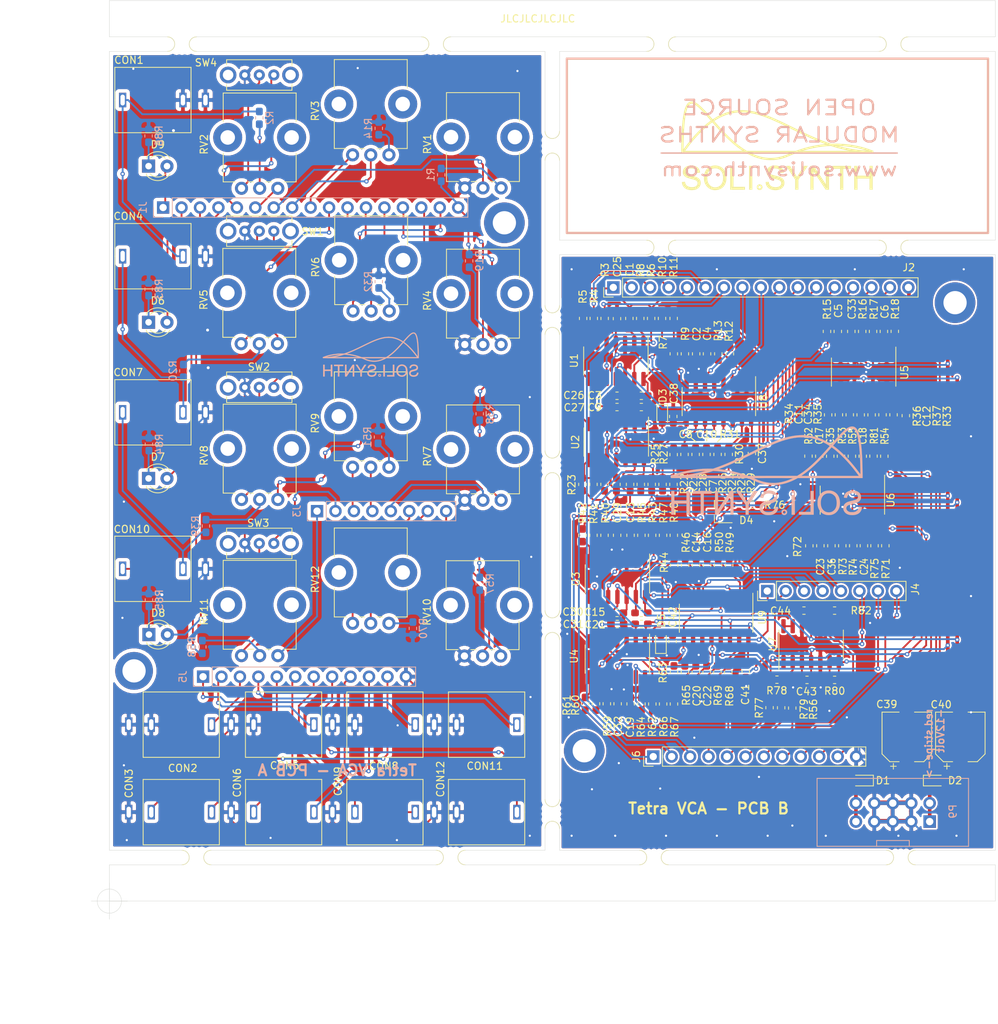
<source format=kicad_pcb>
(kicad_pcb (version 20211014) (generator pcbnew)
  (layers (0 "F.Cu" signal) (31 "B.Cu" signal) (34 "B.Paste" user) (35 "F.Paste" user) (36 "B.SilkS" user "B.Silkscreen") (37 "F.SilkS" user "F.Silkscreen") (38 "B.Mask" user) (39 "F.Mask" user) (44 "Edge.Cuts" user))
  (net 0 "")
  (net 1 "VCC")
  (net 2 "Net-(R1-Pad1)")
  (net 3 "Net-(R2-Pad1)")
  (net 4 "cv1_to_cv2")
  (net 5 "Net-(R4-Pad1)")
  (net 6 "Net-(R7-Pad2)")
  (net 7 "AREF_-2.5")
  (net 8 "Net-(C1-Pad1)")
  (net 9 "Net-(C2-Pad1)")
  (net 10 "Net-(C3-Pad2)")
  (net 11 "Net-(R12-Pad1)")
  (net 12 "Net-(C4-Pad1)")
  (net 13 "GND")
  (net 14 "Net-(R14-Pad2)")
  (net 15 "Net-(C5-Pad1)")
  (net 16 "Net-(C5-Pad2)")
  (net 17 "Net-(C6-Pad2)")
  (net 18 "Net-(C6-Pad1)")
  (net 19 "Net-(R19-Pad1)")
  (net 20 "cv2_to_cv3")
  (net 21 "Net-(R20-Pad1)")
  (net 22 "Net-(R22-Pad1)")
  (net 23 "Net-(R25-Pad2)")
  (net 24 "Net-(C7-Pad1)")
  (net 25 "Net-(C8-Pad1)")
  (net 26 "Net-(C9-Pad2)")
  (net 27 "Net-(R30-Pad1)")
  (net 28 "Net-(C10-Pad1)")
  (net 29 "Net-(R32-Pad2)")
  (net 30 "Net-(C12-Pad2)")
  (net 31 "1_to_2")
  (net 32 "Net-(C11-Pad1)")
  (net 33 "Net-(C11-Pad2)")
  (net 34 "Net-(C12-Pad1)")
  (net 35 "Net-(R38-Pad1)")
  (net 36 "Net-(R39-Pad1)")
  (net 37 "cv3_to_cv4")
  (net 38 "Net-(R41-Pad1)")
  (net 39 "Net-(R44-Pad2)")
  (net 40 "Net-(C13-Pad1)")
  (net 41 "Net-(C14-Pad1)")
  (net 42 "Net-(C15-Pad2)")
  (net 43 "Net-(R49-Pad1)")
  (net 44 "Net-(C16-Pad1)")
  (net 45 "Net-(R51-Pad2)")
  (net 46 "Net-(C18-Pad2)")
  (net 47 "2_to_3")
  (net 48 "Net-(C17-Pad2)")
  (net 49 "Net-(C17-Pad1)")
  (net 50 "Net-(C18-Pad1)")
  (net 51 "Net-(R57-Pad1)")
  (net 52 "Net-(R58-Pad1)")
  (net 53 "Net-(CON10-Pad3)")
  (net 54 "Net-(R60-Pad1)")
  (net 55 "Net-(R63-Pad2)")
  (net 56 "Net-(C19-Pad1)")
  (net 57 "Net-(C20-Pad1)")
  (net 58 "Net-(C21-Pad2)")
  (net 59 "Net-(R68-Pad1)")
  (net 60 "Net-(C22-Pad1)")
  (net 61 "Net-(R70-Pad2)")
  (net 62 "Net-(C24-Pad2)")
  (net 63 "3_to_4")
  (net 64 "Net-(C23-Pad1)")
  (net 65 "Net-(C23-Pad2)")
  (net 66 "Net-(C24-Pad1)")
  (net 67 "VEE")
  (net 68 "Net-(R77-Pad2)")
  (net 69 "Net-(R79-Pad2)")
  (net 70 "Net-(D1-Pad2)")
  (net 71 "Net-(D2-Pad1)")
  (net 72 "CV1_1_B")
  (net 73 "MOD1_3_B")
  (net 74 "CV2_1_B")
  (net 75 "MOD2_3_B")
  (net 76 "CV3_1_B")
  (net 77 "MOD3_3_B")
  (net 78 "CV4_1_B")
  (net 79 "MOD4_3_B")
  (net 80 "IN1_A")
  (net 81 "1TO2_A")
  (net 82 "OUT1_A")
  (net 83 "IN2_A")
  (net 84 "2TO3_A")
  (net 85 "OUT2_A")
  (net 86 "IN3_A")
  (net 87 "3TO4_A")
  (net 88 "OUT3_A")
  (net 89 "IN4_A")
  (net 90 "OUT4_A")
  (net 91 "CV1_3_A")
  (net 92 "CV1_1_A")
  (net 93 "MOD1_3_A")
  (net 94 "MOD1_2_A")
  (net 95 "Offset1_A")
  (net 96 "CV2_3_A")
  (net 97 "CV2_1_A")
  (net 98 "MOD2_3_A")
  (net 99 "MOD2_2_A")
  (net 100 "Offset2_A")
  (net 101 "CV3_3_A")
  (net 102 "CV3_1_A")
  (net 103 "CV4_3_A")
  (net 104 "CV4_1_A")
  (net 105 "MOD3_3_A")
  (net 106 "MOD3_2_A")
  (net 107 "Offset3_A")
  (net 108 "MOD4_3_A")
  (net 109 "MOD4_2_A")
  (net 110 "Offset4_A")
  (net 111 "Offset4_B")
  (net 112 "MOD4_2_B")
  (net 113 "Offset3_B")
  (net 114 "MOD3_2_B")
  (net 115 "CV4_3_B")
  (net 116 "IN1_B")
  (net 117 "IN2_B")
  (net 118 "IN3_B")
  (net 119 "IN4_B")
  (net 120 "OUT1_B")
  (net 121 "OUT2_B")
  (net 122 "OUT3_B")
  (net 123 "3TO4_B")
  (net 124 "2TO3_B")
  (net 125 "1TO2_B")
  (net 126 "CV3_3_B")
  (net 127 "Offset2_B")
  (net 128 "MOD2_2_B")
  (net 129 "CV2_3_B")
  (net 130 "Offset1_B")
  (net 131 "MOD1_2_B")
  (net 132 "CV1_3_B")
  (net 133 "Net-(D6-Pad1)")
  (net 134 "Net-(D7-Pad1)")
  (net 135 "Net-(D8-Pad1)")
  (net 136 "Net-(D9-Pad1)")
  (net 137 "LED1")
  (net 138 "LED2")
  (net 139 "LED3")
  (net 140 "LED4")
  (net 141 "Net-(U7-Pad13)")
  (net 142 "LED2_B")
  (net 143 "LED3_B")
  (net 144 "LED1_A")
  (net 145 "LED2_A")
  (net 146 "LED3_A")
  (net 147 "LED4_A")
  (net 148 "LED1_B")
  (net 149 "LED4_B")
  (net 150 "OUT4_B")
  (net 151 "Net-(R56-Pad2)")
  (net 152 "Net-(RV2-Pad3)")
  (net 153 "Net-(RV5-Pad3)")
  (net 154 "Net-(RV8-Pad3)")
  (net 155 "Net-(RV11-Pad3)")
  (footprint "Resistor_SMD:R_0603_1608Metric_Pad1.05x0.95mm_HandSolder" (layer "F.Cu") (at 117.268 87.32 -90)
    (fp_text reference "R22")
    (fp_text value "100k")
  )
  (footprint "Capacitor_SMD:C_0603_1608Metric_Pad1.05x0.95mm_HandSolder" (layer "F.Cu") (at 132.926 98.46 -90)
    (fp_text reference "C16")
    (fp_text value "560p")
  )
  (footprint "Package_SO:SOIC-14_3.9x8.7mm_P1.27mm" (layer "F.Cu") (at 147.246 109.32 90)
    (fp_text reference "U7")
    (fp_text value "TL074")
  )
  (footprint "Capacitor_SMD:C_0603_1608Metric_Pad1.05x0.95mm_HandSolder" (layer "F.Cu") (at 150.036 95.77 90)
    (fp_text reference "C36")
    (fp_text value "100n")
  )
  (footprint "Resistor_SMD:R_0603_1608Metric_Pad1.05x0.95mm_HandSolder" (layer "F.Cu") (at 117.268 94.33 90)
    (fp_text reference "R41")
    (fp_text value "100k")
  )
  (footprint "Capacitor_SMD:C_0603_1608Metric_Pad1.05x0.95mm_HandSolder" (layer "F.Cu") (at 148.366 83.44 -90)
    (fp_text reference "C17")
    (fp_text value "47p")
  )
  (footprint "MyLib:thonkiconn" (layer "F.Cu") (at 57.35 98.95 90)
    (fp_text reference "CON10")
    (fp_text value "thonkiconn")
  )
  (footprint "Package_SO:SOIC-14_3.9x8.7mm_P1.27mm" (layer "F.Cu") (at 120.566 100.34 -90)
    (fp_text reference "U3")
    (fp_text value "TL074")
  )
  (footprint "Package_SO:SOIC-14_3.9x8.7mm_P1.27mm" (layer "F.Cu") (at 120.556 111.38 -90)
    (fp_text reference "U4")
    (fp_text value "TL074")
  )
  (footprint "Capacitor_SMD:C_0603_1608Metric_Pad1.05x0.95mm_HandSolder" (layer "F.Cu") (at 146.256 104.7)
    (fp_text reference "C44")
    (fp_text value "100n")
  )
  (footprint "Resistor_SMD:R_0603_1608Metric_Pad1.05x0.95mm_HandSolder" (layer "F.Cu") (at 141.516 118.07 90)
    (fp_text reference "R77")
    (fp_text value "100k")
  )
  (footprint "Resistor_SMD:R_0603_1608Metric_Pad1.05x0.95mm_HandSolder" (layer "F.Cu") (at 142.536 114.21)
    (fp_text reference "R78")
    (fp_text value "100k")
  )
  (footprint "Resistor_SMD:R_0603_1608Metric_Pad1.05x0.95mm_HandSolder" (layer "F.Cu") (at 151.536 95.77 -90)
    (fp_text reference "R73")
    (fp_text value "5.1k")
  )
  (footprint "Resistor_SMD:R_0603_1608Metric_Pad1.05x0.95mm_HandSolder" (layer "F.Cu") (at 146.996 95.78 90)
    (fp_text reference "R72")
    (fp_text value "100k")
  )
  (footprint "Capacitor_SMD:C_0603_1608Metric_Pad1.05x0.95mm_HandSolder" (layer "F.Cu") (at 123.861 75.12 180)
    (fp_text reference "C3")
    (fp_text value "47p")
  )
  (footprint "Diode_SMD:D_0603_1608Metric_Pad1.05x0.95mm_HandSolder" (layer "F.Cu") (at 126.56 108.94 90)
    (fp_text reference "D5")
    (fp_text value "D_Schottky")
  )
  (footprint "MyLib:thonkiconn" (layer "F.Cu") (at 59.75 132.45 -90)
    (fp_text reference "CON3")
    (fp_text value "thonkiconn")
  )
  (footprint "Capacitor_SMD:C_0603_1608Metric_Pad1.05x0.95mm_HandSolder" (layer "F.Cu") (at 157.266 66.26 90)
    (fp_text reference "C6")
    (fp_text value "100p")
  )
  (footprint "Potentiometer_THT:Potentiometer_Alps_RK09K_Single_Vertical" (layer "F.Cu") (at 73.75 67.95 90)
    (fp_text reference "RV5")
    (fp_text value "10k")
  )
  (footprint "Package_TO_SOT_SMD:TSOT-23" (layer "F.Cu") (at 134.866 91.09 180)
    (fp_text reference "D4")
    (fp_text value "D_Schottky")
  )
  (footprint "Diode_SMD:D_0603_1608Metric_Pad1.05x0.95mm_HandSolder" (layer "F.Cu") (at 164.36 128.1)
    (fp_text reference "D2")
    (fp_text value "D")
  )
  (footprint "Potentiometer_THT:Potentiometer_Alps_RK09K_Single_Vertical" (layer "F.Cu") (at 104.55 89.5 90)
    (fp_text reference "RV7")
    (fp_text value "10k")
  )
  (footprint "Potentiometer_THT:Potentiometer_Alps_RK09K_Single_Vertical" (layer "F.Cu") (at 73.8 89.4 90)
    (fp_text reference "RV8")
    (fp_text value "10k")
  )
  (footprint "Resistor_SMD:R_0603_1608Metric_Pad1.05x0.95mm_HandSolder" (layer "F.Cu") (at 135.956 98.46 90)
    (fp_text reference "R49")
    (fp_text value "100k")
  )
  (footprint "Package_SO:SOIC-14_3.9x8.7mm_P1.27mm" (layer "F.Cu") (at 152.926 89.49 -90)
    (fp_text reference "U6")
    (fp_text value "TL074")
  )
  (footprint "Resistor_SMD:R_0603_1608Metric_Pad1.05x0.95mm_HandSolder" (layer "F.Cu") (at 143.116 118.08 90)
    (fp_text reference "R79")
    (fp_text value "100k")
  )
  (footprint "Resistor_SMD:R_0603_1608Metric_Pad1.05x0.95mm_HandSolder" (layer "F.Cu") (at 150.476 114.24 180)
    (fp_text reference "R80")
    (fp_text value "100k")
  )
  (footprint "Resistor_SMD:R_0603_1608Metric_Pad1.05x0.95mm_HandSolder" (layer "F.Cu") (at 150.476 104.7 180)
    (fp_text reference "R82")
    (fp_text value "100k")
  )
  (footprint "MyLib:Switch_EG1249" (layer "F.Cu") (at 71.25 52.45 180)
    (fp_text reference "SW1")
    (fp_text value "SW_SPDT")
  )
  (footprint "MyLib:Switch_EG1249" (layer "F.Cu") (at 71.25 30.95 180)
    (fp_text reference "SW4")
    (fp_text value "SW_SPDT")
  )
  (footprint "Package_SO:SOIC-16_3.9x9.9mm_P1.27mm" (layer "F.Cu") (at 134.16 105.75 -90)
    (fp_text reference "U9")
    (fp_text value "ssm2164")
  )
  (footprint "Capacitor_SMD:C_0603_1608Metric_Pad1.05x0.95mm_HandSolder" (layer "F.Cu") (at 120.596 117.53 90)
    (fp_text reference "C32")
    (fp_text value "100n")
  )
  (footprint "Resistor_SMD:R_0603_1608Metric_Pad1.05x0.95mm_HandSolder" (layer "F.Cu") (at 128.336 94.33 90)
    (fp_text reference "R48")
    (fp_text value "20M")
  )
  (footprint "Potentiometer_THT:Potentiometer_Alps_RK09K_Single_Vertical" (layer "F.Cu") (at 73.8 46.55 90)
    (fp_text reference "RV2")
    (fp_text value "10k")
  )
  (footprint "Resistor_SMD:R_0603_1608Metric_Pad1.05x0.95mm_HandSolder" (layer "F.Cu") (at 149.426 66.26 -90)
    (fp_text reference "R15")
    (fp_text value "100k")
  )
  (footprint "Resistor_SMD:R_0603_1608Metric_Pad1.05x0.95mm_HandSolder" (layer "F.Cu") (at 158.766 66.25 90)
    (fp_text reference "R18")
    (fp_text value "510")
  )
  (footprint "Package_SO:SOIC-14_3.9x8.7mm_P1.27mm" (layer "F.Cu") (at 154.476 71.86 -90)
    (fp_text reference "U5")
    (fp_text value "TL074")
  )
  (footprint "Package_SO:SOIC-14_3.9x8.7mm_P1.27mm" (layer "F.Cu") (at 120.411 81.495 -90)
    (fp_text reference "U2")
    (fp_text value "TL074")
  )
  (footprint "Capacitor_SMD:C_0603_1608Metric_Pad1.05x0.95mm_HandSolder" (layer "F.Cu") (at 122.386 117.55 -90)
    (fp_text reference "C19")
    (fp_text value "22p")
  )
  (footprint "MyLib:thonkiconn" (layer "F.Cu") (at 87.8 120.4 -90)
    (fp_text reference "CON8")
    (fp_text value "thonkiconn")
  )
  (footprint "Capacitor_SMD:C_0603_1608Metric_Pad1.05x0.95mm_HandSolder" (layer "F.Cu") (at 131.406 98.46 90)
    (fp_text reference "C14")
    (fp_text value "560p")
  )
  (footprint "Capacitor_SMD:C_0603_1608Metric_Pad1.05x0.95mm_HandSolder" (layer "F.Cu") (at 120.546 106.54)
    (fp_text reference "C31")
    (fp_text value "100n")
  )
  (footprint "Capacitor_SMD:C_0603_1608Metric_Pad1.05x0.95mm_HandSolder" (layer "F.Cu") (at 120.511 76.67)
    (fp_text reference "C27")
    (fp_text value "100n")
  )
  (footprint "Capacitor_SMD:C_0603_1608Metric_Pad1.05x0.95mm_HandSolder" (layer "F.Cu") (at 152.776 66.26 90)
    (fp_text reference "C33")
    (fp_text value "100n")
  )
  (footprint "Capacitor_SMD:C_0603_1608Metric_Pad1.05x0.95mm_HandSolder" (layer "F.Cu") (at 139.086 83.07 -90)
    (fp_text reference "C37")
    (fp_text value "100n")
  )
  (footprint "Capacitor_SMD:CP_Elec_6.3x5.3" (layer "F.Cu") (at 160.42 122.09 90)
    (fp_text reference "C39")
    (fp_text value "47u")
  )
  (footprint "Capacitor_SMD:C_0603_1608Metric_Pad1.05x0.95mm_HandSolder" (layer "F.Cu") (at 152.566 77.74 90)
    (fp_text reference "C34")
    (fp_text value "100n")
  )
  (footprint "Capacitor_SMD:C_0603_1608Metric_Pad1.05x0.95mm_HandSolder" (layer "F.Cu") (at 128.261 77.97 -90)
    (fp_text reference "C38")
    (fp_text value "100n")
  )
  (footprint "LED_THT:LED_D3.0mm" (layer "F.Cu") (at 56 65)
    (fp_text reference "D6")
    (fp_text value "LED_Dual_2pin")
  )
  (footprint "LED_THT:LED_D3.0mm" (layer "F.Cu") (at 56 43.5)
    (fp_text reference "D9")
    (fp_text value "LED_Dual_2pin")
  )
  (footprint "Capacitor_SMD:C_0603_1608Metric_Pad1.05x0.95mm_HandSolder" (layer "F.Cu") (at 128.16 108.96 90)
    (fp_text reference "C42")
    (fp_text value "100n")
  )
  (footprint "Capacitor_SMD:C_0603_1608Metric_Pad1.05x0.95mm_HandSolder" (layer "F.Cu") (at 148.516 95.77 90)
    (fp_text reference "C23")
    (fp_text value "47p")
  )
  (footprint "Capacitor_SMD:C_0603_1608Metric_Pad1.05x0.95mm_HandSolder" (layer "F.Cu") (at 132.856 113.19 90)
    (fp_text reference "C22")
    (fp_text value "560p")
  )
  (footprint "Capacitor_SMD:C_0603_1608Metric_Pad1.05x0.95mm_HandSolder" (layer "F.Cu") (at 120.511 75.12 180)
    (fp_text reference "C26")
    (fp_text value "100n")
  )
  (footprint "Capacitor_SMD:C_0603_1608Metric_Pad1.05x0.95mm_HandSolder" (layer "F.Cu") (at 154.516 95.77 -90)
    (fp_text reference "C24")
    (fp_text value "100p")
  )
  (footprint "Capacitor_SMD:CP_Elec_6.3x5.3" (layer "F.Cu") (at 167.79 122.09 90)
    (fp_text reference "C40")
    (fp_text value "47u")
  )
  (footprint "Potentiometer_THT:Potentiometer_Alps_RK09K_Single_Vertical" (layer "F.Cu") (at 73.8 110.9 90)
    (fp_text reference "RV11")
    (fp_text value "10k")
  )
  (footprint "Capacitor_SMD:C_0603_1608Metric_Pad1.05x0.95mm_HandSolder" (layer "F.Cu") (at 146.676 114.24 180)
    (fp_text reference "C43")
    (fp_text value "100n")
  )
  (footprint "Capacitor_SMD:C_0603_1608Metric_Pad1.05x0.95mm_HandSolder" (layer "F.Cu") (at 120.436 87.32 90)
    (fp_text reference "C28")
    (fp_text value "100n")
  )
  (footprint "Capacitor_SMD:C_0603_1608Metric_Pad1.05x0.95mm_HandSolder" (layer "F.Cu") (at 154.346 83.44 90)
    (fp_text reference "C18")
    (fp_text value "100p")
  )
  (footprint "Capacitor_SMD:C_0603_1608Metric_Pad1.05x0.95mm_HandSolder" (layer "F.Cu") (at 122.376 94.33 90)
    (fp_text reference "C13")
    (fp_text value "22p")
  )
  (footprint "Capacitor_SMD:C_0603_1608Metric_Pad1.05x0.95mm_HandSolder" (layer "F.Cu") (at 123.866 105.01 180)
    (fp_text reference "C15")
    (fp_text value "47p")
  )
  (footprint "MyLib:thonkiconn" (layer "F.Cu") (at 57.35 77.4 90)
    (fp_text reference "CON7")
    (fp_text value "thonkiconn")
  )
  (footprint "Capacitor_SMD:C_0603_1608Metric_Pad1.05x0.95mm_HandSolder" (layer "F.Cu") (at 131.366 113.19 -90)
    (fp_text reference "C20")
    (fp_text value "560p")
  )
  (footprint "Capacitor_SMD:C_0603_1608Metric_Pad1.05x0.95mm_HandSolder" (layer "F.Cu") (at 120.506 64.5 90)
    (fp_text reference "C25")
    (fp_text value "100n")
  )
  (footprint "MyLib:thonkiconn" (layer "F.Cu") (at 101.8 120.4 -90)
    (fp_text reference "CON11")
    (fp_text value "thonkiconn")
  )
  (footprint "MyLib:thonkiconn" (layer "F.Cu") (at 57.35 55.9 90)
    (fp_text reference "CON4")
    (fp_text value "thonkiconn")
  )
  (footprint "Capacitor_SMD:C_0603_1608Metric_Pad1.05x0.95mm_HandSolder" (layer "F.Cu") (at 120.516 105.01 180)
    (fp_text reference "C30")
    (fp_text value "100n")
  )
  (footprint "Capacitor_SMD:C_0603_1608Metric_Pad1.05x0.95mm_HandSolder" (layer "F.Cu") (at 120.526 94.33 90)
    (fp_text reference "C29")
    (fp_text value "100n")
  )
  (footprint "Capacitor_SMD:C_0603_1608Metric_Pad1.05x0.95mm_HandSolder" (layer "F.Cu") (at 132.836 83.195 90)
    (fp_text reference "C10")
    (fp_text value "560p")
  )
  (footprint "Capacitor_SMD:C_0603_1608Metric_Pad1.05x0.95mm_HandSolder" (layer "F.Cu") (at 157.076 77.74 -90)
    (fp_text reference "C12")
    (fp_text value "100p")
  )
  (footprint "LED_THT:LED_D3.0mm" (layer "F.Cu") (at 56 86.5)
    (fp_text reference "D7")
    (fp_text value "LED_Dual_2pin")
  )
  (footprint "Capacitor_SMD:C_0603_1608Metric_Pad1.05x0.95mm_HandSolder" (layer "F.Cu") (at 138.236 113.05 -90)
    (fp_text reference "C41")
    (fp_text value "100n")
  )
  (footprint "Package_SO:SOIC-14_3.9x8.7mm_P1.27mm" (layer "F.Cu") (at 120.351 70.33 -90)
    (fp_text reference "U1")
    (fp_text value "TL074")
  )
  (footprint "LED_THT:LED_D3.0mm" (layer "F.Cu") (at 56.05 108)
    (fp_text reference "D8")
    (fp_text value "LED_Dual_2pin")
  )
  (footprint "Capacitor_SMD:C_0603_1608Metric_Pad1.05x0.95mm_HandSolder" (layer "F.Cu") (at 149.876 83.44 90)
    (fp_text reference "C35")
    (fp_text value "100n")
  )
  (footprint "MyLib:Switch_EG1249" (layer "F.Cu") (at 71.25 95.45 180)
    (fp_text reference "SW3")
    (fp_text value "SW_SPDT")
  )
  (footprint "MyLib:thonkiconn" (layer "F.Cu") (at 57.35 34.4 90)
    (fp_text reference "CON1")
    (fp_text value "thonkiconn")
  )
  (footprint "Resistor_SMD:R_0603_1608Metric_Pad1.05x0.95mm_HandSolder" (layer "F.Cu") (at 117.311 64.47 90)
    (fp_text reference "R4")
    (fp_text value "100k")
  )
  (footprint "MountingHole:MountingHole_3.2mm_M3_DIN965_Pad" (layer "F.Cu") (at 105 51.3)
    (fp_text reference "REF**" hide)
    (fp_text value "MountingHole_3.2mm_M3_DIN965_Pad" hide)
  )
  (footprint "Resistor_SMD:R_0603_1608Metric_Pad1.05x0.95mm_HandSolder" (layer "F.Cu") (at 118.811 64.47 90)
    (fp_text reference "R3")
    (fp_text value "100k")
  )
  (footprint "MountingHole:MountingHole_3.2mm_M3_DIN965_Pad" (layer "F.Cu") (at 116 124)
    (fp_text reference "REF**" hide)
    (fp_text value "MountingHole_3.2mm_M3_DIN965_Pad" hide)
  )
  (footprint "Resistor_SMD:R_0603_1608Metric_Pad1.05x0.95mm_HandSolder" (layer "F.Cu") (at 129.861 69.345 -90)
    (fp_text reference "R9")
    (fp_text value "510")
  )
  (footprint "Resistor_SMD:R_0603_1608Metric_Pad1.05x0.95mm_HandSolder" (layer "F.Cu") (at 126.711 64.47 90)
    (fp_text reference "R10")
    (fp_text value "100k")
  )
  (footprint "Resistor_SMD:R_0603_1608Metric_Pad1.05x0.95mm_HandSolder" (layer "F.Cu") (at 128.336 69.345 -90)
    (fp_text reference "R7")
    (fp_text value "49.9k")
  )
  (footprint "Resistor_SMD:R_0603_1608Metric_Pad1.05x0.95mm_HandSolder" (layer "F.Cu") (at 115.846 64.47 -90)
    (fp_text reference "R5")
    (fp_text value "100k")
  )
  (footprint "Resistor_SMD:R_0603_1608Metric_Pad1.05x0.95mm_HandSolder" (layer "F.Cu") (at 125.286 87.32 -90)
    (fp_text reference "R24")
    (fp_text value "100k")
  )
  (footprint "Resistor_SMD:R_0603_1608Metric_Pad1.05x0.95mm_HandSolder" (layer "F.Cu") (at 123.786 87.32 90)
    (fp_text reference "R26")
    (fp_text value "1k")
  )
  (footprint "Resistor_SMD:R_0603_1608Metric_Pad1.05x0.95mm_HandSolder" (layer "F.Cu") (at 154.066 77.75 -90)
    (fp_text reference "R35")
    (fp_text value "5.1k")
  )
  (footprint "Resistor_SMD:R_0603_1608Metric_Pad1.05x0.95mm_HandSolder" (layer "F.Cu") (at 118.792 87.32 -90)
    (fp_text reference "R21")
    (fp_text value "100k")
  )
  (footprint "Resistor_SMD:R_0603_1608Metric_Pad1.05x0.95mm_HandSolder" (layer "F.Cu") (at 152.856 83.44 90)
    (fp_text reference "R55")
    (fp_text value "5.1k")
  )
  (footprint "Resistor_SMD:R_0603_1608Metric_Pad1.05x0.95mm_HandSolder" (layer "F.Cu") (at 126.856 94.33 90)
    (fp_text reference "R47")
    (fp_text value "100k")
  )
  (footprint "Resistor_SMD:R_0603_1608Metric_Pad1.05x0.95mm_HandSolder" (layer "F.Cu") (at 134.436 98.46 90)
    (fp_text reference "R50")
    (fp_text value "510")
  )
  (footprint "Resistor_SMD:R_0603_1608Metric_Pad1.05x0.95mm_HandSolder" (layer "F.Cu") (at 157.326 83.44 -90)
    (fp_text reference "R54")
    (fp_text value "5.1k")
  )
  (footprint "Resistor_SMD:R_0603_1608Metric_Pad1.05x0.95mm_HandSolder" (layer "F.Cu") (at 155.836 83.43 90)
    (fp_text reference "R81")
    (fp_text value "510")
  )
  (footprint "Resistor_SMD:R_0603_1608Metric_Pad1.05x0.95mm_HandSolder" (layer "F.Cu") (at 123.876 117.56 90)
    (fp_text reference "R64")
    (fp_text value "1k")
  )
  (footprint "Resistor_SMD:R_0603_1608Metric_Pad1.05x0.95mm_HandSolder" (layer "F.Cu") (at 128.356 117.56 -90)
    (fp_text reference "R67")
    (fp_text value "20M")
  )
  (footprint "Resistor_SMD:R_0603_1608Metric_Pad1.05x0.95mm_HandSolder" (layer "F.Cu") (at 128.356 113.19 90)
    (fp_text reference "R63")
    (fp_text value "49.9k")
  )
  (footprint "Resistor_SMD:R_0603_1608Metric_Pad1.05x0.95mm_HandSolder" (layer "F.Cu") (at 155.976 95.77 -90)
    (fp_text reference "R75")
    (fp_text value "510")
  )
  (footprint "Resistor_SMD:R_0603_1608Metric_Pad1.05x0.95mm_HandSolder" (layer "F.Cu") (at 134.336 113.19 -90)
    (fp_text reference "R69")
    (fp_text value "510")
  )
  (footprint "Resistor_SMD:R_0603_1608Metric_Pad1.05x0.95mm_HandSolder" (layer "F.Cu") (at 123.866 94.33 -90)
    (fp_text reference "R45")
    (fp_text value "1k")
  )
  (footprint "Diode_SMD:D_0603_1608Metric_Pad1.05x0.95mm_HandSolder" (layer "F.Cu") (at 154.16 128.1 180)
    (fp_text reference "D1")
    (fp_text value "D")
  )
  (footprint "Resistor_SMD:R_0603_1608Metric_Pad1.05x0.95mm_HandSolder" (layer "F.Cu") (at 139.166 90.11 180)
    (fp_text reference "R76")
    (fp_text value "24k")
  )
  (footprint "Diode_SMD:D_0603_1608Metric_Pad1.05x0.95mm_HandSolder" (layer "F.Cu") (at 126.736 77.97 -90)
    (fp_text reference "D3")
    (fp_text value "D_Schottky")
  )
  (footprint "Resistor_SMD:R_0603_1608Metric_Pad1.05x0.95mm_HandSolder" (layer "F.Cu") (at 153.046 95.77 -90)
    (fp_text reference "R74")
    (fp_text value "5.1k")
  )
  (footprint "Resistor_SMD:R_0603_1608Metric_Pad1.05x0.95mm_HandSolder" (layer "F.Cu") (at 144.646 118.12 90)
    (fp_text reference "R56")
    (fp_text value "100k")
  )
  (footprint "Potentiometer_THT:Potentiometer_Alps_RK09K_Single_Vertical" (layer "F.Cu") (at 104.55 46.5 90)
    (fp_text reference "RV1")
    (fp_text value "10k")
  )
  (footprint "Potentiometer_THT:Potentiometer_Alps_RK09K_Single_Vertical" (layer "F.Cu") (at 89.1 41.95 90)
    (fp_text reference "RV3")
    (fp_text value "10k")
  )
  (footprint "Potentiometer_THT:Potentiometer_Alps_RK09K_Single_Vertical" (layer "F.Cu") (at 104.55 68.06 90)
    (fp_text reference "RV4")
    (fp_text value "10k")
  )
  (footprint "Potentiometer_THT:Potentiometer_Alps_RK09K_Single_Vertical" (layer "F.Cu") (at 104.5 110.95 90)
    (fp_text reference "RV10")
    (fp_text value "10k")
  )
  (footprint "Potentiometer_THT:Potentiometer_Alps_RK09K_Single_Vertical" (layer "F.Cu") (at 89.1 84.95 90)
    (fp_text reference "RV9")
    (fp_text value "10k")
  )
  (footprint "MyLib:thonkiconn" (layer "F.Cu") (at 73.84 120.4 -90)
    (fp_text reference "CON5")
    (fp_text value "thonkiconn")
  )
  (footprint "MyLib:thonkiconn" (layer "F.Cu") (at 73.85 132.45 -90)
    (fp_text reference "CON6")
    (fp_text value "thonkiconn")
  )
  (footprint "MyLib:thonkiconn" (layer "F.Cu") (at 87.8 132.45 -90)
    (fp_text reference "CON9")
    (fp_text value "thonkiconn")
  )
  (footprint "MyLib:thonkiconn" (layer "F.Cu") (at 101.8 132.45 -90)
    (fp_text reference "CON12")
    (fp_text value "thonkiconn")
  )
  (footprint "Resistor_SMD:R_0603_1608Metric_Pad1.05x0.95mm_HandSolder" (layer "F.Cu") (at 149.586 77.75 90)
    (fp_text reference "R34")
    (fp_text value "100k")
  )
  (footprint "Resistor_SMD:R_0603_1608Metric_Pad1.05x0.95mm_HandSolder" (layer "F.Cu") (at 155.576 77.75 -90)
    (fp_text reference "R36")
    (fp_text value "5.1k")
  )
  (footprint "Resistor_SMD:R_0603_1608Metric_Pad1.05x0.95mm_HandSolder" (layer "F.Cu") (at 128.386 98.46 -90)
    (fp_text reference "R44")
    (fp_text value "49.9k")
  )
  (footprint "Resistor_SMD:R_0603_1608Metric_Pad1.05x0.95mm_HandSolder" (layer "F.Cu") (at 129.896 98.46 -90)
    (fp_text reference "R46")
    (fp_text value "510")
  )
  (footprint "Capacitor_SMD:C_0603_1608Metric_Pad1.05x0.95mm_HandSolder" (layer "F.Cu") (at 122.211 64.47 90)
    (fp_text reference "C1")
    (fp_text value "22p")
  )
  (footprint "Capacitor_SMD:C_0603_1608Metric_Pad1.05x0.95mm_HandSolder" (layer "F.Cu") (at 132.911 69.345 -90)
    (fp_text reference "C4")
    (fp_text value "560p")
  )
  (footprint "Package_SO:SOIC-16_3.9x9.9mm_P1.27mm" (layer "F.Cu") (at 134.536 75.92 -90)
    (fp_text reference "U8")
    (fp_text value "ssm2164")
  )
  (footprint "Capacitor_SMD:C_0603_1608Metric_Pad1.05x0.95mm_HandSolder" (layer "F.Cu") (at 150.916 66.26 -90)
    (fp_text reference "C5")
    (fp_text value "47p")
  )
  (footprint "Capacitor_SMD:C_0603_1608Metric_Pad1.05x0.95mm_HandSolder" (layer "F.Cu") (at 131.336 83.195 -90)
    (fp_text reference "C8")
    (fp_text value "560p")
  )
  (footprint "Capacitor_SMD:C_0603_1608Metric_Pad1.05x0.95mm_HandSolder" (layer "F.Cu") (at 123.861 76.67 180)
    (fp_text reference "C9")
    (fp_text value "47p")
  )
  (footprint "Capacitor_SMD:C_0603_1608Metric_Pad1.05x0.95mm_HandSolder" (layer "F.Cu") (at 131.411 69.345 90)
    (fp_text reference "C2")
    (fp_text value "560p")
  )
  (footprint "Capacitor_SMD:C_0603_1608Metric_Pad1.05x0.95mm_HandSolder" (layer "F.Cu") (at 151.066 77.74 90)
    (fp_text reference "C11")
    (fp_text value "47p")
  )
  (footprint "Capacitor_SMD:C_0603_1608Metric_Pad1.05x0.95mm_HandSolder" (layer "F.Cu") (at 122.311 87.32 -90)
    (fp_text reference "C7")
    (fp_text value "22p")
  )
  (footprint "Potentiometer_THT:Potentiometer_Alps_RK09K_Single_Vertical" (layer "F.Cu") (at 89.15 63.45 90)
    (fp_text reference "RV6")
    (fp_text value "10k")
  )
  (footprint "Potentiometer_THT:Potentiometer_Alps_RK09K_Single_Vertical" (layer "F.Cu") (at 89.1 106.45 90)
    (fp_text reference "RV12")
    (fp_text value "10k")
  )
  (footprint "MountingHole:MountingHole_3.2mm_M3_DIN965_Pad" (layer "F.Cu") (at 167.066 62.3)
    (fp_text reference "REF**" hide)
    (fp_text value "MountingHole_3.2mm_M3_DIN965_Pad" hide)
  )
  (footprint "Resistor_SMD:R_0603_1608Metric_Pad1.05x0.95mm_HandSolder" (layer "F.Cu") (at 123.711 64.47 -90)
    (fp_text reference "R8")
    (fp_text value "1k")
  )
  (footprint "MountingHole:MountingHole_3.2mm_M3_DIN965_Pad" (layer "F.Cu") (at 54 113)
    (fp_text reference "REF**" hide)
    (fp_text value "MountingHole_3.2mm_M3_DIN965_Pad" hide)
  )
  (footprint "Resistor_SMD:R_0603_1608Metric_Pad1.05x0.95mm_HandSolder" (layer "F.Cu") (at 125.211 64.47 90)
    (fp_text reference "R6")
    (fp_text value "100k")
  )
  (footprint "MyLib:Switch_EG1249" (layer "F.Cu") (at 71.25 73.95 180)
    (fp_text reference "SW2")
    (fp_text value "SW_SPDT")
  )
  (footprint "Resistor_SMD:R_0603_1608Metric_Pad1.05x0.95mm_HandSolder" (layer "F.Cu") (at 155.776 66.26 90)
    (fp_text reference "R17")
    (fp_text value "5.1k")
  )
  (footprint "Resistor_SMD:R_0603_1608Metric_Pad1.05x0.95mm_HandSolder" (layer "F.Cu") (at 134.461 69.345 90)
    (fp_text reference "R13")
    (fp_text value "510")
  )
  (footprint "Resistor_SMD:R_0603_1608Metric_Pad1.05x0.95mm_HandSolder" (layer "F.Cu") (at 136.061 69.345 90)
    (fp_text reference "R12")
    (fp_text value "100k")
  )
  (footprint "Resistor_SMD:R_0603_1608Metric_Pad1.05x0.95mm_HandSolder" (layer "F.Cu") (at 154.276 66.26 90)
    (fp_text reference "R16")
    (fp_text value "5.1k")
  )
  (footprint "Resistor_SMD:R_0603_1608Metric_Pad1.05x0.95mm_HandSolder" (layer "F.Cu") (at 128.311 83.22 90)
    (fp_text reference "R25")
    (fp_text value "49.9k")
  )
  (footprint "Resistor_SMD:R_0603_1608Metric_Pad1.05x0.95mm_HandSolder" (layer "F.Cu") (at 128.311 64.47 90)
    (fp_text reference "R11")
    (fp_text value "20M")
  )
  (footprint "Resistor_SMD:R_0603_1608Metric_Pad1.05x0.95mm_HandSolder" (layer "F.Cu") (at 129.811 83.195 90)
    (fp_text reference "R27")
    (fp_text value "510")
  )
  (footprint "Resistor_SMD:R_0603_1608Metric_Pad1.05x0.95mm_HandSolder" (layer "F.Cu") (at 126.786 87.32 -90)
    (fp_text reference "R28")
    (fp_text value "100k")
  )
  (footprint "Resistor_SMD:R_0603_1608Metric_Pad1.05x0.95mm_HandSolder" (layer "F.Cu") (at 146.876 83.43 -90)
    (fp_text reference "R52")
    (fp_text value "100k")
  )
  (footprint "Resistor_SMD:R_0603_1608Metric_Pad1.05x0.95mm_HandSolder" (layer "F.Cu") (at 115.744 94.33 -90)
    (fp_text reference "R42")
    (fp_text value "100k")
  )
  (footprint "Resistor_SMD:R_0603_1608Metric_Pad1.05x0.95mm_HandSolder" (layer "F.Cu") (at 115.744 87.32 90)
    (fp_text reference "R23")
    (fp_text value "100k")
  )
  (footprint "Resistor_SMD:R_0603_1608Metric_Pad1.05x0.95mm_HandSolder" (layer "F.Cu") (at 118.792 94.33 90)
    (fp_text reference "R40")
    (fp_text value "100k")
  )
  (footprint "Resistor_SMD:R_0603_1608Metric_Pad1.05x0.95mm_HandSolder" (layer "F.Cu") (at 160.286 77.86 90)
    (fp_text reference "R33")
    (fp_text value "5.1k")
  )
  (footprint "Resistor_SMD:R_0603_1608Metric_Pad1.05x0.95mm_HandSolder" (layer "F.Cu") (at 125.346 94.33 90)
    (fp_text reference "R43")
    (fp_text value "100k")
  )
  (footprint "Resistor_SMD:R_0603_1608Metric_Pad1.05x0.95mm_HandSolder" (layer "F.Cu") (at 128.286 87.32 -90)
    (fp_text reference "R29")
    (fp_text value "20M")
  )
  (footprint "Resistor_SMD:R_0603_1608Metric_Pad1.05x0.95mm_HandSolder" (layer "F.Cu") (at 117.616 117.53 -90)
    (fp_text reference "R60")
    (fp_text value "100k")
  )
  (footprint "Resistor_SMD:R_0603_1608Metric_Pad1.05x0.95mm_HandSolder" (layer "F.Cu") (at 119.106 117.53 -90)
    (fp_text reference "R59")
    (fp_text value "100k")
  )
  (footprint "Resistor_SMD:R_0603_1608Metric_Pad1.05x0.95mm_HandSolder" (layer "F.Cu") (at 158.596 77.74 -90)
    (fp_text reference "R37")
    (fp_text value "510")
  )
  (footprint "Resistor_SMD:R_0603_1608Metric_Pad1.05x0.95mm_HandSolder" (layer "F.Cu") (at 125.376 117.56 -90)
    (fp_text reference "R62")
    (fp_text value "100k")
  )
  (footprint "Resistor_SMD:R_0603_1608Metric_Pad1.05x0.95mm_HandSolder" (layer "F.Cu") (at 116.126 117.53 90)
    (fp_text reference "R61")
    (fp_text value "100k")
  )
  (footprint "Resistor_SMD:R_0603_1608Metric_Pad1.05x0.95mm_HandSolder" (layer "F.Cu") (at 135.836 113.19 -90)
    (fp_text reference "R68")
    (fp_text value "100k")
  )
  (footprint "Resistor_SMD:R_0603_1608Metric_Pad1.05x0.95mm_HandSolder" (layer "F.Cu") (at 151.356 83.44 90)
    (fp_text reference "R53")
    (fp_text value "5.1k")
  )
  (footprint "Resistor_SMD:R_0603_1608Metric_Pad1.05x0.95mm_HandSolder" (layer "F.Cu") (at 134.361 83.195 -90)
    (fp_text reference "R31")
    (fp_text value "510")
  )
  (footprint "Resistor_SMD:R_0603_1608Metric_Pad1.05x0.95mm_HandSolder" (layer "F.Cu") (at 129.856 113.19 90)
    (fp_text reference "R65")
    (fp_text value "510")
  )
  (footprint "Resistor_SMD:R_0603_1608Metric_Pad1.05x0.95mm_HandSolder" (layer "F.Cu") (at 126.866 117.56 -90)
    (fp_text reference "R66")
    (fp_text value "100k")
  )
  (footprint "Resistor_SMD:R_0603_1608Metric_Pad1.05x0.95mm_HandSolder" (layer "F.Cu") (at 157.466 95.77 90)
    (fp_text reference "R71")
    (fp_text value "5.1k")
  )
  (footprint "Resistor_SMD:R_0603_1608Metric_Pad1.05x0.95mm_HandSolder" (layer "F.Cu") (at 135.886 83.195 -90)
    (fp_text reference "R30")
    (fp_text value "100k")
  )
  (footprint "Connector_PinHeader_2.54mm:PinHeader_1x08_P2.54mm_Vertical" (layer "F.Cu") (at 141.2 102 90)
    (fp_text reference "J4")
    (fp_text value "Conn_01x08_Male")
  )
  (footprint "Connector_PinHeader_2.54mm:PinHeader_1x12_P2.54mm_Vertical" (layer "F.Cu") (at 125.5 124.8 90)
    (fp_text reference "J6")
    (fp_text value "Conn_01x12_Male")
  )
  (footprint "Connector_PinHeader_2.54mm:PinHeader_1x17_P2.54mm_Vertical" (layer "F.Cu") (at 120 60.2 90)
    (fp_text reference "J2")
    (fp_text value "Conn_01x17_Male")
  )
  (footprint "MyLib:thonkiconn" (layer "F.Cu") (at 59.75 120.4 -90)
    (fp_text reference "CON2")
    (fp_text value "thonkiconn")
  )
  (footprint "Capacitor_SMD:C_0603_1608Metric_Pad1.05x0.95mm_HandSolder" (layer "F.Cu") (at 123.886 106.54 180)
    (fp_text reference "C21")
    (fp_text value "47p")
  )
  (footprint "Panelization:mouse-bite-2mm-slot" (layer "F.Cu") (at 95.6 26.7)
    (fp_text reference "mouse-bite-2mm-slot" hide)
    (fp_text value "VAL**" hide)
  )
  (footprint "Panelization:mouse-bite-2mm-slot" (layer "F.Cu") (at 126.6 26.7 180)
    (fp_text reference "mouse-bite-2mm-slot" hide)
    (fp_text value "VAL**" hide)
  )
  (footprint "Panelization:mouse-bite-2mm-slot" (layer "F.Cu") (at 158.6 26.7 180)
    (fp_text reference "mouse-bite-2mm-slot" hide)
    (fp_text value "VAL**" hide)
  )
  (footprint "Panelization:mouse-bite-2mm-slot" (layer "F.Cu") (at 111.6 40.7 -90)
    (fp_text reference "mouse-bite-2mm-slot" hide)
    (fp_text value "VAL**" hide)
  )
  (footprint "Panelization:mouse-bite-2mm-slot" (layer "F.Cu") (at 126.6 54.7)
    (fp_text reference "mouse-bite-2mm-slot" hide)
    (fp_text value "VAL**" hide)
  )
  (footprint "Panelization:mouse-bite-2mm-slot" (layer "F.Cu") (at 158.6 54.7)
    (fp_text reference "mouse-bite-2mm-slot" hide)
    (fp_text value "VAL**" hide)
  )
  (footprint "Panelization:mouse-bite-2mm-slot" (layer "F.Cu") (at 62.6 138.7)
    (fp_text reference "mouse-bite-2mm-slot" hide)
    (fp_text value "VAL**" hide)
  )
  (footprint "Panelization:mouse-bite-2mm-slot" (layer "F.Cu") (at 111.6 132.7 -90)
    (fp_text reference "mouse-bite-2mm-slot" hide)
    (fp_text value "VAL**" hide)
  )
  (footprint "Panelization:mouse-bite-2mm-slot" (layer "F.Cu") (at 60.6 26.7)
    (fp_text reference "mouse-bite-2mm-slot" hide)
    (fp_text value "VAL**" hide)
  )
  (footprint "Logos:solisynth_26mm_2000DPI" (layer "F.Cu") (at 142.6 40.7)
    (fp_text reference "G***" hide)
    (fp_text value "LOGO" hide)
  )
  (footprint "Panelization:mouse-bite-2mm-slot" (layer "F.Cu") (at 111.6 64.7 -90)
    (fp_text reference "mouse-bite-2mm-slot" hide)
    (fp_text value "VAL**" hide)
  )
  (footprint "Panelization:mouse-bite-2mm-slot" (layer "F.Cu") (at 159.6 138.7)
    (fp_text reference "mouse-bite-2mm-slot" hide)
    (fp_text value "VAL**" hide)
  )
  (footprint "Panelization:mouse-bite-2mm-slot" (layer "F.Cu") (at 111.6 106.7 -90)
    (fp_text reference "mouse-bite-2mm-slot" hide)
    (fp_text value "VAL**" hide)
  )
  (footprint "Panelization:mouse-bite-2mm-slot" (layer "F.Cu") (at 111.6 84.7 -90)
    (fp_text reference "mouse-bite-2mm-slot" hide)
    (fp_text value "VAL**" hide)
  )
  (footprint "Panelization:mouse-bite-2mm-slot" (layer "F.Cu") (at 97.6 138.7)
    (fp_text reference "mouse-bite-2mm-slot" hide)
    (fp_text value "VAL**" hide)
  )
  (footprint "Panelization:mouse-bite-2mm-slot" (layer "F.Cu") (at 125.6 138.7)
    (fp_text reference "mouse-bite-2mm-slot" hide)
    (fp_text value "VAL**" hide)
  )
  (footprint "Resistor_SMD:R_0603_1608Metric_Pad1.05x0.95mm_HandSolder" (layer "B.Cu") (at 60.79 71.69 -90)
    (fp_text reference "R20")
    (fp_text value "100k")
  )
  (footprint "Resistor_SMD:R_0603_1608Metric_Pad1.05x0.95mm_HandSolder" (layer "B.Cu") (at 56 39.34 90)
    (fp_text reference "R86")
    (fp_text value "1k")
  )
  (footprint "Resistor_SMD:R_0603_1608Metric_Pad1.05x0.95mm_HandSolder" (layer "B.Cu") (at 56.01 60.45 90)
    (fp_text reference "R83")
    (fp_text value "1k")
  )
  (footprint "Resistor_SMD:R_0603_1608Metric_Pad1.05x0.95mm_HandSolder" (layer "B.Cu") (at 56.05 81.79 90)
    (fp_text reference "R84")
    (fp_text value "1k")
  )
  (footprint "Resistor_SMD:R_0603_1608Metric_Pad1.05x0.95mm_HandSolder" (layer "B.Cu") (at 56.05 103.23 90)
    (fp_text reference "R85")
    (fp_text value "1k")
  )
  (footprint "Resistor_SMD:R_0603_1608Metric_Pad1.05x0.95mm_HandSolder" (layer "B.Cu") (at 87.7 38.3 -90)
    (fp_text reference "R14")
    (fp_text value "510")
  )
  (footprint "Resistor_SMD:R_0603_1608Metric_Pad1.05x0.95mm_HandSolder" (layer "B.Cu") (at 87.7 59.4 -90)
    (fp_text reference "R32")
    (fp_text value "510")
  )
  (footprint "Resistor_SMD:R_0603_1608Metric_Pad1.05x0.95mm_HandSolder" (layer "B.Cu") (at 101.6 77.6 90)
    (fp_text reference "R38")
    (fp_text value "14k")
  )
  (footprint "Resistor_SMD:R_0603_1608Metric_Pad1.05x0.95mm_HandSolder" (layer "B.Cu") (at 101.6 101 90)
    (fp_text reference "R57")
    (fp_text value "14k")
  )
  (footprint "Resistor_SMD:R_0603_1608Metric_Pad1.05x0.95mm_HandSolder" (layer "B.Cu") (at 87.6 80.8 -90)
    (fp_text reference "R51")
    (fp_text value "510")
  )
  (footprint "Connector_IDC:IDC-Header_2x05_P2.54mm_Vertical" (layer "B.Cu") (at 163.57 133.75 90)
    (fp_text reference "P9")
    (fp_text value "CONN_02X05")
  )
  (footprint "Resistor_SMD:R_0603_1608Metric_Pad1.05x0.95mm_HandSolder" (layer "B.Cu") (at 63.9 93.05 -90)
    (fp_text reference "R39")
    (fp_text value "100k")
  )
  (footprint "Resistor_SMD:R_0603_1608Metric_Pad1.05x0.95mm_HandSolder" (layer "B.Cu") (at 100.15 56.55 90)
    (fp_text reference "R19")
    (fp_text value "14k")
  )
  (footprint "Resistor_SMD:R_0603_1608Metric_Pad1.05x0.95mm_HandSolder" (layer "B.Cu") (at 63.4 109.7 -90)
    (fp_text reference "R58")
    (fp_text value "100k")
  )
  (footprint "Resistor_SMD:R_0603_1608Metric_Pad1.05x0.95mm_HandSolder" (layer "B.Cu") (at 92.4 107.15 90)
    (fp_text reference "R70")
    (fp_text value "510")
  )
  (footprint "Resistor_SMD:R_0603_1608Metric_Pad1.05x0.95mm_HandSolder" (layer "B.Cu") (at 96.3 44.7 -90)
    (fp_text reference "R1")
    (fp_text value "14k")
  )
  (footprint "Resistor_SMD:R_0603_1608Metric_Pad1.05x0.95mm_HandSolder" (layer "B.Cu") (at 71.25 36.85 90)
    (fp_text reference "R2")
    (fp_text value "100k")
  )
  (footprint "Connector_PinSocket_2.54mm:PinSocket_1x17_P2.54mm_Vertical" (layer "B.Cu") (at 58 49.2 -90)
    (fp_text reference "J1")
    (fp_text value "Conn_01x17_Female")
  )
  (footprint "Connector_PinSocket_2.54mm:PinSocket_1x08_P2.54mm_Vertical" (layer "B.Cu") (at 79.2 91 -90)
    (fp_text reference "J3")
    (fp_text value "Conn_01x08_Female")
  )
  (footprint "Connector_PinSocket_2.54mm:PinSocket_1x12_P2.54mm_Vertical" (layer "B.Cu") (at 63.5 113.8 -90)
    (fp_text reference "J5")
    (fp_text value "Conn_01x12_Female")
  )
  (footprint "Logos:solisynth_26mm_2000DPI" (layer "B.Cu") (at 141.1 85.45 180)
    (fp_text reference "G***" hide)
    (fp_text value "LOGO" hide)
  )
  (footprint "Logos:solisynth_13mm_4000DPI" (layer "B.Cu") (at 86.6 69.45 180)
    (fp_text reference "G***" hide)
    (fp_text value "LOGO" hide)
  )
  (gr_line (start 113.6 52.7) (end 113.6 28.7) (layer "B.SilkS") (width 0.3))
  (gr_line (start 159.1 41.7) (end 126.6 41.7) (layer "B.SilkS") (width 0.2))
  (gr_line (start 171.6 28.7) (end 171.6 52.7) (layer "B.SilkS") (width 0.3))
  (gr_line (start 113.6 28.7) (end 171.6 28.7) (layer "B.SilkS") (width 0.3))
  (gr_line (start 171.6 52.7) (end 113.6 52.7) (layer "B.SilkS") (width 0.3))
  (gr_line (start 130.766 80.94) (end 131.366 81.44) (layer "F.SilkS") (width 0.153))
  (gr_line (start 132.866 81.14) (end 132.866 81.34) (layer "F.SilkS") (width 0.153))
  (gr_line (start 134.866 80.94) (end 134.366 81.44) (layer "F.SilkS") (width 0.153))
  (gr_line (start 113.6 52.7) (end 113.6 28.7) (layer "F.SilkS") (width 0.3))
  (gr_line (start 113.6 28.7) (end 171.6 28.7) (layer "F.SilkS") (width 0.3))
  (gr_line (start 171.6 52.7) (end 113.6 52.7) (layer "F.SilkS") (width 0.3))
  (gr_line (start 171.6 28.7) (end 171.6 52.7) (layer "F.SilkS") (width 0.3))
  (gr_line (start 50.6 137.7) (end 50.6 27.7) (layer "Edge.Cuts") (width 0.05))
  (gr_line (start 172.6 137.7) (end 172.6 55.7) (layer "Edge.Cuts") (width 0.05))
  (gr_line (start 112.6 137.7) (end 112.6 134.7) (layer "Edge.Cuts") (width 0.05))
  (gr_line (start 112.6 82.7) (end 112.6 66.7) (layer "Edge.Cuts") (width 0.05))
  (gr_line (start 110.6 104.7) (end 110.6 86.7) (layer "Edge.Cuts") (width 0.05))
  (gr_line (start 112.6 130.7) (end 112.6 108.7) (layer "Edge.Cuts") (width 0.05))
  (gr_line (start 110.6 108.7) (end 110.6 130.7) (layer "Edge.Cuts") (width 0.05))
  (gr_line (start 112.6 62.7) (end 112.6 55.7) (layer "Edge.Cuts") (width 0.05))
  (gr_line (start 172.6 27.7) (end 172.6 53.7) (layer "Edge.Cuts") (width 0.05))
  (gr_line (start 110.6 27.7) (end 97.6 27.7) (layer "Edge.Cuts") (width 0.05))
  (gr_line (start 62.6 27.7) (end 93.6 27.7) (layer "Edge.Cuts") (width 0.05))
  (gr_line (start 128.6 27.7) (end 156.6 27.7) (layer "Edge.Cuts") (width 0.05))
  (gr_line (start 160.6 27.7) (end 172.6 27.7) (layer "Edge.Cuts") (width 0.05))
  (gr_line (start 161.6 137.7) (end 172.6 137.7) (layer "Edge.Cuts") (width 0.05))
  (gr_line (start 127.6 137.7) (end 157.6 137.7) (layer "Edge.Cuts") (width 0.05))
  (gr_line (start 99.6 137.7) (end 110.6 137.7) (layer "Edge.Cuts") (width 0.05))
  (gr_line (start 64.6 139.7) (end 95.6 139.7) (layer "Edge.Cuts") (width 0.05))
  (gr_line (start 160.6 53.7) (end 172.6 53.7) (layer "Edge.Cuts") (width 0.05))
  (gr_line (start 160.6 55.7) (end 172.6 55.7) (layer "Edge.Cuts") (width 0.05))
  (gr_line (start 156.6 55.7) (end 128.6 55.7) (layer "Edge.Cuts") (width 0.05))
  (gr_line (start 112.6 53.7) (end 124.6 53.7) (layer "Edge.Cuts") (width 0.05))
  (gr_arc (start 160.6 27.7) (mid 159.6 26.7) (end 160.6 25.7) (layer "Edge.Cuts") (width 0.05))
  (gr_line (start 157.6 139.7) (end 127.6 139.7) (layer "Edge.Cuts") (width 0.05))
  (gr_line (start 172.6 144.7) (end 172.6 139.7) (layer "Edge.Cuts") (width 0.05))
  (gr_arc (start 127.6 139.7) (mid 126.6 138.7) (end 127.6 137.7) (layer "Edge.Cuts") (width 0.05))
  (gr_line (start 172.6 25.7) (end 160.6 25.7) (layer "Edge.Cuts") (width 0.05))
  (gr_arc (start 112.6 38.7) (mid 111.6 39.7) (end 110.6 38.7) (layer "Edge.Cuts") (width 0.05))
  (gr_arc (start 110.6 42.7) (mid 111.6 41.7) (end 112.6 42.7) (layer "Edge.Cuts") (width 0.05))
  (gr_line (start 156.6 53.7) (end 128.6 53.7) (layer "Edge.Cuts") (width 0.05))
  (gr_line (start 112.6 38.7) (end 112.6 27.7) (layer "Edge.Cuts") (width 0.05))
  (gr_line (start 124.6 25.7) (end 97.6 25.7) (layer "Edge.Cuts") (width 0.05))
  (gr_line (start 110.6 42.7) (end 110.6 62.7) (layer "Edge.Cuts") (width 0.05))
  (gr_arc (start 110.6 108.7) (mid 111.6 107.7) (end 112.6 108.7) (layer "Edge.Cuts") (width 0.05))
  (gr_line (start 112.6 55.7) (end 124.6 55.7) (layer "Edge.Cuts") (width 0.05))
  (gr_line (start 95.6 137.7) (end 64.6 137.7) (layer "Edge.Cuts") (width 0.05))
  (gr_line (start 156.6 25.7) (end 128.6 25.7) (layer "Edge.Cuts") (width 0.05))
  (gr_arc (start 156.6 53.7) (mid 157.6 54.7) (end 156.6 55.7) (layer "Edge.Cuts") (width 0.05))
  (gr_arc (start 93.6 25.7) (mid 94.6 26.7) (end 93.6 27.7) (layer "Edge.Cuts") (width 0.05))
  (gr_line (start 112.6 53.7) (end 112.6 42.7) (layer "Edge.Cuts") (width 0.05))
  (gr_line (start 50.6 25.7) (end 50.6 20.7) (layer "Edge.Cuts") (width 0.05))
  (gr_arc (start 60.6 137.7) (mid 61.6 138.7) (end 60.6 139.7) (layer "Edge.Cuts") (width 0.05))
  (gr_line (start 50.6 139.7) (end 50.6 144.7) (layer "Edge.Cuts") (width 0.05))
  (gr_line (start 50.6 137.7) (end 60.6 137.7) (layer "Edge.Cuts") (width 0.05))
  (gr_arc (start 124.6 53.7) (mid 125.6 54.7) (end 124.6 55.7) (layer "Edge.Cuts") (width 0.05))
  (gr_arc (start 156.6 25.7) (mid 157.6 26.7) (end 156.6 27.7) (layer "Edge.Cuts") (width 0.05))
  (gr_arc (start 110.6 66.7) (mid 111.6 65.7) (end 112.6 66.7) (layer "Edge.Cuts") (width 0.05))
  (gr_line (start 50.6 144.7) (end 172.6 144.7) (layer "Edge.Cuts") (width 0.05))
  (gr_arc (start 160.6 55.7) (mid 159.6 54.7) (end 160.6 53.7) (layer "Edge.Cuts") (width 0.05))
  (gr_arc (start 99.6 139.7) (mid 98.6 138.7) (end 99.6 137.7) (layer "Edge.Cuts") (width 0.05))
  (gr_arc (start 112.6 104.7) (mid 111.6 105.7) (end 110.6 104.7) (layer "Edge.Cuts") (width 0.05))
  (gr_line (start 123.6 139.7) (end 112.6 139.7) (layer "Edge.Cuts") (width 0.05))
  (gr_arc (start 110.6 134.7) (mid 111.6 133.7) (end 112.6 134.7) (layer "Edge.Cuts") (width 0.05))
  (gr_arc (start 58.6 25.7) (mid 59.6 26.7) (end 58.6 27.7) (layer "Edge.Cuts") (width 0.05))
  (gr_arc (start 112.6 82.7) (mid 111.6 83.7) (end 110.6 82.7) (layer "Edge.Cuts") (width 0.05))
  (gr_arc (start 112.6 130.7) (mid 111.6 131.7) (end 110.6 130.7) (layer "Edge.Cuts") (width 0.05))
  (gr_line (start 58.6 25.7) (end 50.6 25.7) (layer "Edge.Cuts") (width 0.05))
  (gr_line (start 60.6 139.7) (end 50.6 139.7) (layer "Edge.Cuts") (width 0.05))
  (gr_arc (start 161.6 139.7) (mid 160.6 138.7) (end 161.6 137.7) (layer "Edge.Cuts") (width 0.05))
  (gr_line (start 50.6 27.7) (end 58.6 27.7) (layer "Edge.Cuts") (width 0.05))
  (gr_arc (start 112.6 62.7) (mid 111.6 63.7) (end 110.6 62.7) (layer "Edge.Cuts") (width 0.05))
  (gr_line (start 110.6 137.7) (end 110.6 134.7) (layer "Edge.Cuts") (width 0.05))
  (gr_arc (start 128.6 27.7) (mid 127.6 26.7) (end 128.6 25.7) (layer "Edge.Cuts") (width 0.05))
  (gr_line (start 112.6 27.7) (end 124.6 27.7) (layer "Edge.Cuts") (width 0.05))
  (gr_line (start 50.6 20.7) (end 172.6 20.7) (layer "Edge.Cuts") (width 0.05))
  (gr_arc (start 128.6 55.7) (mid 127.6 54.7) (end 128.6 53.7) (layer "Edge.Cuts") (width 0.05))
  (gr_arc (start 62.6 27.7) (mid 61.6 26.7) (end 62.6 25.7) (layer "Edge.Cuts") (width 0.05))
  (gr_arc (start 95.6 137.7) (mid 96.6 138.7) (end 95.6 139.7) (layer "Edge.Cuts") (width 0.05))
  (gr_line (start 112.6 137.7) (end 123.6 137.7) (layer "Edge.Cuts") (width 0.05))
  (gr_line (start 172.6 139.7) (end 161.6 139.7) (layer "Edge.Cuts") (width 0.05))
  (gr_arc (start 157.6 137.7) (mid 158.6 138.7) (end 157.6 139.7) (layer "Edge.Cuts") (width 0.05))
  (gr_line (start 110.6 66.7) (end 110.6 82.7) (layer "Edge.Cuts") (width 0.05))
  (gr_arc (start 97.6 27.7) (mid 96.6 26.7) (end 97.6 25.7) (layer "Edge.Cuts") (width 0.05))
  (gr_line (start 112.6 139.7) (end 99.6 139.7) (layer "Edge.Cuts") (width 0.05))
  (gr_arc (start 64.6 139.7) (mid 63.6 138.7) (end 64.6 137.7) (layer "Edge.Cuts") (width 0.05))
  (gr_line (start 93.6 25.7) (end 62.6 25.7) (layer "Edge.Cuts") (width 0.05))
  (gr_arc (start 124.6 25.7) (mid 125.6 26.7) (end 124.6 27.7) (layer "Edge.Cuts") (width 0.05))
  (gr_line (start 110.6 27.7) (end 110.6 38.7) (layer "Edge.Cuts") (width 0.05))
  (gr_line (start 172.6 20.7) (end 172.6 25.7) (layer "Edge.Cuts") (width 0.05))
  (gr_line (start 112.6 86.7) (end 112.6 104.7) (layer "Edge.Cuts") (width 0.05))
  (gr_arc (start 123.6 137.7) (mid 124.6 138.7) (end 123.6 139.7) (layer "Edge.Cuts") (width 0.05))
  (gr_arc (start 110.6 86.7) (mid 111.6 85.7) (end 112.6 86.7) (layer "Edge.Cuts") (width 0.05))
  (gr_text "Tetra VCA - PCB A" (at 70.85 126.7) (layer "B.SilkS") (effects (font (size 1.5 1.5) (thickness 0.3)) (justify right mirror)))
  (gr_text "OPEN SOURCE" (at 142.85 35.45) (layer "B.SilkS") (effects (font (size 2 2.5) (thickness 0.3)) (justify mirror)))
  (gr_text "MODULAR SYNTHS" (at 142.85 39.2) (layer "B.SilkS") (effects (font (size 2 2.5) (thickness 0.3)) (justify mirror)))
  (gr_text "www.solisynth.com" (at 142.85 43.95) (layer "B.SilkS") (effects (font (size 1.8 2.35) (thickness 0.3)) (justify mirror)))
  (gr_text "red.stripe->\n-12Volt" (at 164.26 118.1 90) (layer "B.SilkS") (effects (font (size 1 1) (thickness 0.2)) (justify left mirror)))
  (gr_text "Tetra VCA - PCB B" (at 144.35 131.95) (layer "F.SilkS") (effects (font (size 1.5 1.5) (thickness 0.3)) (justify right)))
  (gr_text "JLCJLCJLCJLC" (at 109.6 23.2) (layer "F.SilkS") (effects (font (size 1 1))))
  (target plus (at 50.6 144.7) (size 5) (width 0.05) (layer "Edge.Cuts"))
  (segment (start 103.8 77.95) (end 103.15 78.6) (width 0.25) (layer "F.Cu") (net 1))
  (segment (start 103.15 78.6) (end 103.15 84.1) (width 0.25) (layer "F.Cu") (net 1))
  (segment (start 103.15 84.1) (end 106.8 87.75) (width 0.25) (layer "F.Cu") (net 1))
  (segment (start 106.8 87.75) (end 106.8 91.75) (width 0.25) (layer "F.Cu") (net 1))
  (segment (start 101.55 97) (end 101.55 98.15) (width 0.25) (layer "F.Cu") (net 1))
  (segment (start 106.8 91.75) (end 101.55 97) (width 0.25) (layer "F.Cu") (net 1))
  (segment (start 120.351 65.385) (end 120.311 65.345) (width 0.25) (layer "F.Cu") (net 1))
  (segment (start 120.351 67.855) (end 120.351 65.385) (width 0.25) (layer "F.Cu") (net 1))
  (segment (start 120.411 77.445) (end 119.636 76.67) (width 0.25) (layer "F.Cu") (net 1))
  (segment (start 120.411 79.02) (end 120.411 77.445) (width 0.25) (layer "F.Cu") (net 1))
  (segment (start 120.526 97.825) (end 120.566 97.865) (width 0.25) (layer "F.Cu") (net 1))
  (segment (start 120.526 95.205) (end 120.526 97.825) (width 0.25) (layer "F.Cu") (net 1))
  (segment (start 120.556 107.425) (end 119.671 106.54) (width 0.25) (layer "F.Cu") (net 1))
  (segment (start 120.556 108.905) (end 120.556 107.425) (width 0.25) (layer "F.Cu") (net 1))
  (segment (start 147.246 113.935) (end 147.551 114.24) (width 0.25) (layer "F.Cu") (net 1))
  (segment (start 147.246 111.795) (end 147.246 113.935) (width 0.25) (layer "F.Cu") (net 1))
  (segment (start 119.551 106.42) (end 119.671 106.54) (width 0.25) (layer "F.Cu") (net 1))
  (segment (start 119.526 76.56) (end 119.636 76.67) (width 0.25) (layer "F.Cu") (net 1))
  (segment (start 118.006 76.56) (end 119.526 76.56) (width 0.25) (layer "F.Cu") (net 1))
  (segment (start 138.556 108.39) (end 138.721 108.225) (width 0.25) (layer "F.Cu") (net 1))
  (segment (start 138.556 111.855) (end 138.556 108.39) (width 0.25) (layer "F.Cu") (net 1))
  (segment (start 138.236 112.175) (end 138.556 111.855) (width 0.25) (layer "F.Cu") (net 1))
  (segment (start 139.086 78.5) (end 138.981 78.395) (width 0.25) (layer "F.Cu") (net 1))
  (segment (start 139.086 82.195) (end 139.086 78.5) (width 0.25) (layer "F.Cu") (net 1))
  (segment (start 151.757768 85.47) (end 151.031 85.47) (width 0.25) (layer "F.Cu") (net 1))
  (segment (start 152.926 86.638232) (end 151.757768 85.47) (width 0.25) (layer "F.Cu") (net 1))
  (segment (start 151.031 85.47) (end 149.876 84.315) (width 0.25) (layer "F.Cu") (net 1))
  (segment (start 152.926 87.015) (end 152.926 86.638232) (width 0.25) (layer "F.Cu") (net 1))
  (segment (start 120.351 69.30501) (end 120.495986 69.449996) (width 0.25) (layer "F.Cu") (net 1))
  (segment (start 120.351 67.855) (end 120.351 69.30501) (width 0.25) (layer "F.Cu") (net 1))
  (segment (start 106.9 69.22) (end 101.65 74.47) (width 0.25) (layer "F.Cu") (net 1))
  (segment (start 118.46 106.6) (end 119.611 106.6) (width 0.25) (layer "F.Cu") (net 1))
  (segment (start 152.876 67.316) (end 153.56 68) (width 0.25) (layer "F.Cu") (net 1))
  (segment (start 160.42 124.89) (end 160.42 123.64) (width 0.5) (layer "F.Cu") (net 1))
  (segment (start 154.476 70.216) (end 155.087314 70.827314) (width 0.25) (layer "F.Cu") (net 1))
  (segment (start 155.087314 70.827314) (end 155.087314 70.872686) (width 0.25) (layer "F.Cu") (net 1))
  (segment (start 120.566 98.994) (end 120.509999 99.050001) (width 0.25) (layer "F.Cu") (net 1))
  (segment (start 152.926 87.015) (end 152.926 88.566) (width 0.25) (layer "F.Cu") (net 1))
  (segment (start 154.476 69.385) (end 154.476 70.216) (width 0.25) (layer "F.Cu") (net 1))
  (segment (start 166.06 71.124262) (end 166.06 70.699998) (width 0.5) (layer "F.Cu") (net 1))
  (segment (start 166.060002 109.900004) (end 166.060002 109.47574) (width 0.5) (layer "F.Cu") (net 1))
  (segment (start 160.706 60.34) (end 160.706 64.446) (width 0.5) (layer "F.Cu") (net 1))
  (segment (start 166.060002 89.324266) (end 166.060002 109.47574) (width 0.5) (layer "F.Cu") (net 1))
  (segment (start 100.05 50.71) (end 98.64 49.3) (width 0.25) (layer "F.Cu") (net 1))
  (segment (start 120.509999 99.050001) (end 120.21 99.35) (width 0.25) (layer "F.Cu") (net 1))
  (segment (start 160.706 64.446) (end 166.06 69.8) (width 0.5) (layer "F.Cu") (net 1))
  (segment (start 101.65 74.47) (end 101.65 74.5) (width 0.25) (layer "F.Cu") (net 1))
  (segment (start 147.246 111.795) (end 147.246 110.214) (width 0.25) (layer "F.Cu") (net 1))
  (segment (start 154.166 68) (end 154.476 68.31) (width 0.25) (layer "F.Cu") (net 1))
  (segment (start 154.476 68.31) (end 154.476 69.385) (width 0.25) (layer "F.Cu") (net 1))
  (segment (start 153.56 68) (end 154.166 68) (width 0.25) (layer "F.Cu") (net 1))
  (segment (start 166.06 69.8) (end 166.06 70.699998) (width 0.5) (layer "F.Cu") (net 1))
  (segment (start 138.721 108.225) (end 138.721 106.738998) (width 0.25) (layer "F.Cu") (net 1))
  (segment (start 138.86 75.9) (end 138.86 78.274) (width 0.25) (layer "F.Cu") (net 1))
  (segment (start 152.876 66.835) (end 152.876 67.316) (width 0.25) (layer "F.Cu") (net 1))
  (segment (start 160.42 123.64) (end 166.060002 117.999998) (width 0.5) (layer "F.Cu") (net 1))
  (segment (start 103.3 56.35) (end 103.3 63.15) (width 0.25) (layer "F.Cu") (net 1))
  (segment (start 147.246 110.214) (end 147.36 110.1) (width 0.25) (layer "F.Cu") (net 1))
  (segment (start 106.9 66.75) (end 106.9 69.22) (width 0.25) (layer "F.Cu") (net 1))
  (segment (start 100.05 54.3) (end 100.05 50.71) (width 0.25) (layer "F.Cu") (net 1))
  (segment (start 155.035 128.1) (end 157.21 128.1) (width 0.5) (layer "F.Cu") (net 1))
  (segment (start 166.060001 88.900001) (end 166.060002 89.324266) (width 0.25) (layer "F.Cu") (net 1))
  (segment (start 103.3 63.15) (end 106.9 66.75) (width 0.25) (layer "F.Cu") (net 1))
  (segment (start 119.611 106.6) (end 119.671 106.54) (width 0.25) (layer "F.Cu") (net 1))
  (segment (start 166.060001 88.900001) (end 166.06 71.124262) (width 0.5) (layer "F.Cu") (net 1))
  (segment (start 138.721 106.738998) (end 138.86 106.599998) (width 0.25) (layer "F.Cu") (net 1))
  (segment (start 138.86 78.274) (end 138.981 78.395) (width 0.25) (layer "F.Cu") (net 1))
  (segment (start 120.566 97.865) (end 120.566 98.994) (width 0.25) (layer "F.Cu") (net 1))
  (segment (start 152.926 88.566) (end 152.96 88.6) (width 0.25) (layer "F.Cu") (net 1))
  (segment (start 166.060002 117.999998) (end 166.060002 109.900004) (width 0.5) (layer "F.Cu") (net 1))
  (segment (start 157.21 128.1) (end 160.42 124.89) (width 0.5) (layer "F.Cu") (net 1))
  (via (at 100.05 54.3) (size 0.6) (drill 0.3) (layers "F.Cu" "B.Cu") (net 1))
  (via (at 103.3 56.35) (size 0.6) (drill 0.3) (layers "F.Cu" "B.Cu") (net 1))
  (via (at 101.65 74.5) (size 0.6) (drill 0.3) (layers "F.Cu" "B.Cu") (net 1))
  (via (at 103.8 77.95) (size 0.6) (drill 0.3) (layers "F.Cu" "B.Cu") (net 1))
  (via (at 101.55 98.15) (size 0.6) (drill 0.3) (layers "F.Cu" "B.Cu") (net 1))
  (via (at 118.006 76.56) (size 0.6) (drill 0.3) (layers "F.Cu" "B.Cu") (net 1))
  (via (at 120.495986 69.449996) (size 0.6) (drill 0.3) (layers "F.Cu" "B.Cu") (net 1))
  (via (at 166.06 70.699998) (size 0.6) (drill 0.3) (layers "F.Cu" "B.Cu") (net 1))
  (via (at 118.46 106.6) (size 0.6) (drill 0.3) (layers "F.Cu" "B.Cu") (net 1))
  (via (at 152.96 88.6) (size 0.6) (drill 0.3) (layers "F.Cu" "B.Cu") (net 1))
  (via (at 138.86 106.599998) (size 0.6) (drill 0.3) (layers "F.Cu" "B.Cu") (net 1))
  (via (at 155.087314 70.872686) (size 0.6) (drill 0.3) (layers "F.Cu" "B.Cu") (net 1))
  (via (at 166.060002 109.47574) (size 0.6) (drill 0.3) (layers "F.Cu" "B.Cu") (net 1))
  (via (at 138.86 75.9) (size 0.6) (drill 0.3) (layers "F.Cu" "B.Cu") (net 1))
  (via (at 120.21 99.35) (size 0.6) (drill 0.3) (layers "F.Cu" "B.Cu") (net 1))
  (via (at 147.36 110.1) (size 0.6) (drill 0.3) (layers "F.Cu" "B.Cu") (net 1))
  (via (at 166.060001 88.900001) (size 0.6) (drill 0.3) (layers "F.Cu" "B.Cu") (net 1))
  (segment (start 100.15 54.4) (end 100.05 54.3) (width 0.25) (layer "B.Cu") (net 1))
  (segment (start 100.15 55.675) (end 100.15 54.4) (width 0.25) (layer "B.Cu") (net 1))
  (segment (start 102.625 55.675) (end 103.3 56.35) (width 0.25) (layer "B.Cu") (net 1))
  (segment (start 100.15 55.675) (end 102.625 55.675) (width 0.25) (layer "B.Cu") (net 1))
  (segment (start 101.65 76.675) (end 101.6 76.725) (width 0.25) (layer "B.Cu") (net 1))
  (segment (start 101.65 74.5) (end 101.65 76.675) (width 0.25) (layer "B.Cu") (net 1))
  (segment (start 102.575 76.725) (end 103.8 77.95) (width 0.25) (layer "B.Cu") (net 1))
  (segment (start 101.6 76.725) (end 102.575 76.725) (width 0.25) (layer "B.Cu") (net 1))
  (segment (start 101.55 100.075) (end 101.6 100.125) (width 0.25) (layer "B.Cu") (net 1))
  (segment (start 101.55 98.15) (end 101.55 100.075) (width 0.25) (layer "B.Cu") (net 1))
  (segment (start 120.095987 69.849995) (end 120.495986 69.449996) (width 0.25) (layer "B.Cu") (net 1))
  (segment (start 119.806001 70.139981) (end 120.095987 69.849995) (width 0.25) (layer "B.Cu") (net 1))
  (segment (start 119.806001 73.599999) (end 119.806001 70.139981) (width 0.25) (layer "B.Cu") (net 1))
  (segment (start 118.006 75.4) (end 119.806001 73.599999) (width 0.25) (layer "B.Cu") (net 1))
  (segment (start 118.006 76.56) (end 118.006 75.4) (width 0.25) (layer "B.Cu") (net 1))
  (segment (start 122.659998 106.599998) (end 118.760001 102.700001) (width 0.25) (layer "B.Cu") (net 1))
  (segment (start 122.659998 106.599998) (end 118.460002 106.599998) (width 0.25) (layer "B.Cu") (net 1))
  (segment (start 96.3 46.4) (end 96.3 45.575) (width 0.25) (layer "B.Cu") (net 1))
  (segment (start 166.060001 88.900001) (end 153.260001 88.900001) (width 0.25) (layer "B.Cu") (net 1))
  (segment (start 155.087314 70.872686) (end 165.887312 70.872686) (width 0.25) (layer "B.Cu") (net 1))
  (segment (start 142.260002 110) (end 147.26 110) (width 0.25) (layer "B.Cu") (net 1))
  (segment (start 147.46 110) (end 147.36 110.1) (width 0.25) (layer "B.Cu") (net 1))
  (segment (start 118.460002 106.599998) (end 118.46 106.6) (width 0.25) (layer "B.Cu") (net 1))
  (segment (start 118.760001 102.700001) (end 118.760001 100.799999) (width 0.25) (layer "B.Cu") (net 1))
  (segment (start 153.260001 88.900001) (end 153.259999 88.899999) (width 0.25) (layer "B.Cu") (net 1))
  (segment (start 98.64 48.74) (end 96.3 46.4) (width 0.25) (layer "B.Cu") (net 1))
  (segment (start 138.86 75.9) (end 141.16 75.9) (width 0.25) (layer "B.Cu") (net 1))
  (segment (start 141.16 75.9) (end 146.187314 70.872686) (width 0.25) (layer "B.Cu") (net 1))
  (segment (start 166.060002 109.47574) (end 165.535742 110) (width 0.25) (layer "B.Cu") (net 1))
  (segment (start 138.86 106.599998) (end 138.659998 106.8) (width 0.25) (layer "B.Cu") (net 1))
  (segment (start 147.26 110) (end 147.36 110.1) (width 0.25) (layer "B.Cu") (net 1))
  (segment (start 119.910001 99.649999) (end 120.21 99.35) (width 0.25) (layer "B.Cu") (net 1))
  (segment (start 165.887312 70.872686) (end 166.06 70.699998) (width 0.25) (layer "B.Cu") (net 1))
  (segment (start 122.86 106.8) (end 122.659998 106.599998) (width 0.25) (layer "B.Cu") (net 1))
  (segment (start 155.274628 71.06) (end 155.087314 70.872686) (width 0.25) (layer "B.Cu") (net 1))
  (segment (start 98.64 49.3) (end 98.64 48.74) (width 0.25) (layer "B.Cu") (net 1))
  (segment (start 138.86 106.599998) (end 142.260002 110) (width 0.25) (layer "B.Cu") (net 1))
  (segment (start 120.495986 69.449996) (end 122.965996 69.449996) (width 0.25) (layer "B.Cu") (net 1))
  (segment (start 122.965996 69.449996) (end 129.316 75.8) (width 0.25) (layer "B.Cu") (net 1))
  (segment (start 165.535742 110) (end 147.46 110) (width 0.25) (layer "B.Cu") (net 1))
  (segment (start 154.66305 70.872686) (end 155.087314 70.872686) (width 0.25) (layer "B.Cu") (net 1))
  (segment (start 138.659998 106.8) (end 122.86 106.8) (width 0.25) (layer "B.Cu") (net 1))
  (segment (start 153.259999 88.899999) (end 152.96 88.6) (width 0.25) (layer "B.Cu") (net 1))
  (segment (start 138.76 75.8) (end 138.86 75.9) (width 0.25) (layer "B.Cu") (net 1))
  (segment (start 146.187314 70.872686) (end 154.66305 70.872686) (width 0.25) (layer "B.Cu") (net 1))
  (segment (start 118.760001 100.799999) (end 119.910001 99.649999) (width 0.25) (layer "B.Cu") (net 1))
  (segment (start 129.316 75.8) (end 138.76 75.8) (width 0.25) (layer "B.Cu") (net 1))
  (segment (start 104.55 46.5) (end 101.875 43.825) (width 0.25) (layer "B.Cu") (net 2))
  (segment (start 96.875 43.825) (end 96.3 43.825) (width 0.25) (layer "B.Cu") (net 2))
  (segment (start 101.875 43.825) (end 96.875 43.825) (width 0.25) (layer "B.Cu") (net 2))
  (segment (start 71.3 46.55) (end 71.3 39.6) (width 0.25) (layer "F.Cu") (net 3))
  (via (at 71.3 39.6) (size 0.6) (drill 0.3) (layers "F.Cu" "B.Cu") (net 3))
  (segment (start 71.3 37.775) (end 71.25 37.725) (width 0.25) (layer "B.Cu") (net 3))
  (segment (start 71.3 39.6) (end 71.3 37.775) (width 0.25) (layer "B.Cu") (net 3))
  (via (at 52.43 44.57) (size 0.6) (drill 0.3) (layers "F.Cu" "B.Cu") (net 4))
  (segment (start 53.18 34.4) (end 55.13 36.35) (width 0.25) (layer "B.Cu") (net 4))
  (segment (start 52.43 34.4) (end 53.18 34.4) (width 0.25) (layer "B.Cu") (net 4))
  (segment (start 55.13 36.35) (end 68.65 36.35) (width 0.25) (layer "B.Cu") (net 4))
  (segment (start 69.025 35.975) (end 71.25 35.975) (width 0.25) (layer "B.Cu") (net 4))
  (segment (start 68.65 36.35) (end 69.025 35.975) (width 0.25) (layer "B.Cu") (net 4))
  (segment (start 52.43 44.57) (end 52.43 48.43) (width 0.25) (layer "B.Cu") (net 4))
  (segment (start 59.9 55.9) (end 60.73 55.9) (width 0.25) (layer "B.Cu") (net 4))
  (segment (start 52.43 48.43) (end 59.9 55.9) (width 0.25) (layer "B.Cu") (net 4))
  (segment (start 52.43 34.4) (end 52.43 44.57) (width 0.25) (layer "B.Cu") (net 4))
  (segment (start 117.311 65.345) (end 115.911 65.345) (width 0.25) (layer "F.Cu") (net 5))
  (segment (start 116.541 65.975) (end 115.911 65.345) (width 0.25) (layer "F.Cu") (net 5))
  (segment (start 116.541 65.975) (end 116.541 67.855) (width 0.25) (layer "F.Cu") (net 5))
  (segment (start 128.336 70.22) (end 129.861 70.22) (width 0.25) (layer "F.Cu") (net 6))
  (segment (start 131.361 71.925) (end 131.361 73.445) (width 0.25) (layer "F.Cu") (net 6))
  (segment (start 129.861 70.425) (end 131.361 71.925) (width 0.25) (layer "F.Cu") (net 6))
  (segment (start 129.861 70.22) (end 129.861 70.425) (width 0.25) (layer "F.Cu") (net 6))
  (segment (start 138.291 88.275) (end 140.120999 86.445001) (width 0.25) (layer "F.Cu") (net 7))
  (segment (start 138.291 90.11) (end 138.291 88.275) (width 0.25) (layer "F.Cu") (net 7))
  (segment (start 140.120999 86.445001) (end 140.120999 69.074999) (width 0.25) (layer "F.Cu") (net 7))
  (segment (start 136.176 90.14) (end 138.261 90.14) (width 0.25) (layer "F.Cu") (net 7))
  (segment (start 133.056 86.445) (end 136.176 89.565) (width 0.25) (layer "F.Cu") (net 7))
  (segment (start 128.736 64.92) (end 128.311 65.345) (width 0.25) (layer "F.Cu") (net 7))
  (segment (start 135.966 64.92) (end 128.736 64.92) (width 0.25) (layer "F.Cu") (net 7))
  (segment (start 138.261 90.14) (end 138.291 90.11) (width 0.25) (layer "F.Cu") (net 7))
  (segment (start 140.120999 69.074999) (end 135.966 64.92) (width 0.25) (layer "F.Cu") (net 7))
  (segment (start 128.311 86.42) (end 128.286 86.445) (width 0.25) (layer "F.Cu") (net 7))
  (segment (start 128.311 84.095) (end 128.311 86.42) (width 0.25) (layer "F.Cu") (net 7))
  (segment (start 128.336 65.37) (end 128.311 65.345) (width 0.25) (layer "F.Cu") (net 7))
  (segment (start 128.336 68.47) (end 128.336 65.37) (width 0.25) (layer "F.Cu") (net 7))
  (segment (start 128.356 116.685) (end 128.356 114.065) (width 0.25) (layer "F.Cu") (net 7))
  (segment (start 136.176 89.565) (end 136.176 90.14) (width 0.25) (layer "F.Cu") (net 7))
  (segment (start 128.286 86.445) (end 133.056 86.445) (width 0.25) (layer "F.Cu") (net 7))
  (segment (start 128.336 97.535) (end 128.386 97.585) (width 0.25) (layer "F.Cu") (net 7))
  (segment (start 128.336 95.205) (end 128.336 97.535) (width 0.25) (layer "F.Cu") (net 7))
  (segment (start 125.46 110.8) (end 125.46 107.3) (width 0.25) (layer "F.Cu") (net 7))
  (segment (start 134.66 92) (end 134.66 91.9) (width 0.25) (layer "F.Cu") (net 7))
  (segment (start 125.46 107.3) (end 125.86 106.9) (width 0.25) (layer "F.Cu") (net 7))
  (segment (start 136.176 90.384) (end 136.176 90.14) (width 0.25) (layer "F.Cu") (net 7))
  (segment (start 127.925 114.065) (end 127.16 113.3) (width 0.25) (layer "F.Cu") (net 7))
  (segment (start 134.66 91.9) (end 136.176 90.384) (width 0.25) (layer "F.Cu") (net 7))
  (segment (start 131.655 95.205) (end 131.660001 95.199999) (width 0.25) (layer "F.Cu") (net 7))
  (segment (start 126.46 106.9) (end 126.76 106.6) (width 0.25) (layer "F.Cu") (net 7))
  (segment (start 127.16 112.5) (end 125.46 110.8) (width 0.25) (layer "F.Cu") (net 7))
  (segment (start 125.86 106.9) (end 126.46 106.9) (width 0.25) (layer "F.Cu") (net 7))
  (segment (start 131.660001 95.199999) (end 131.96 94.9) (width 0.25) (layer "F.Cu") (net 7))
  (segment (start 126.76 106.6) (end 126.76 99.211) (width 0.25) (layer "F.Cu") (net 7))
  (segment (start 127.16 113.3) (end 127.16 112.5) (width 0.25) (layer "F.Cu") (net 7))
  (segment (start 126.76 99.211) (end 128.386 97.585) (width 0.25) (layer "F.Cu") (net 7))
  (segment (start 128.356 114.065) (end 127.925 114.065) (width 0.25) (layer "F.Cu") (net 7))
  (segment (start 128.336 95.205) (end 131.655 95.205) (width 0.25) (layer "F.Cu") (net 7))
  (via (at 134.66 92) (size 0.6) (drill 0.3) (layers "F.Cu" "B.Cu") (net 7))
  (via (at 131.96 94.9) (size 0.6) (drill 0.3) (layers "F.Cu" "B.Cu") (net 7))
  (segment (start 131.96 94.7) (end 131.96 94.9) (width 0.25) (layer "B.Cu") (net 7))
  (segment (start 134.66 92) (end 131.96 94.7) (width 0.25) (layer "B.Cu") (net 7))
  (segment (start 123.711 66.22) (end 123.711 65.345) (width 0.25) (layer "F.Cu") (net 8))
  (segment (start 123.711 65.345) (end 122.211 65.345) (width 0.25) (layer "F.Cu") (net 8))
  (segment (start 124.161 67.855) (end 124.161 66.67) (width 0.25) (layer "F.Cu") (net 8))
  (segment (start 124.161 66.67) (end 123.711 66.22) (width 0.25) (layer "F.Cu") (net 8))
  (segment (start 129.861 68.67) (end 131.411 70.22) (width 0.25) (layer "F.Cu") (net 9))
  (segment (start 129.861 68.47) (end 129.861 68.67) (width 0.25) (layer "F.Cu") (net 9))
  (segment (start 125.386 69.795) (end 125.386001 69.794999) (width 0.25) (layer "F.Cu") (net 10))
  (segment (start 133.901 73.445) (end 133.901 74.73) (width 0.25) (layer "F.Cu") (net 10))
  (segment (start 133.901 74.73) (end 133.676 74.955) (width 0.25) (layer "F.Cu") (net 10))
  (segment (start 123.986 69.795) (end 122.891 70.89) (width 0.25) (layer "F.Cu") (net 10))
  (segment (start 122.891 70.89) (end 122.891 72.805) (width 0.25) (layer "F.Cu") (net 10))
  (segment (start 125.386 69.795) (end 123.986 69.795) (width 0.25) (layer "F.Cu") (net 10))
  (segment (start 126.711 68.47) (end 125.386 69.795) (width 0.25) (layer "F.Cu") (net 10))
  (segment (start 122.891 72.805) (end 122.891 75.025) (width 0.25) (layer "F.Cu") (net 10))
  (segment (start 122.891 75.025) (end 122.986 75.12) (width 0.25) (layer "F.Cu") (net 10))
  (segment (start 126.711 65.345) (end 126.711 68.47) (width 0.25) (layer "F.Cu") (net 10))
  (segment (start 126.711 65.345) (end 126.711 65.195) (width 0.25) (layer "F.Cu") (net 10))
  (segment (start 126.711 65.195) (end 128.311 63.595) (width 0.25) (layer "F.Cu") (net 10))
  (via (at 125.386001 69.794999) (size 0.6) (drill 0.3) (layers "F.Cu" "B.Cu") (net 10))
  (via (at 133.676 74.955) (size 0.6) (drill 0.3) (layers "F.Cu" "B.Cu") (net 10))
  (segment (start 125.386001 71.103003) (end 125.386001 70.360684) (width 0.25) (layer "B.Cu") (net 10))
  (segment (start 133.676 74.955) (end 129.237998 74.955) (width 0.25) (layer "B.Cu") (net 10))
  (segment (start 129.237998 74.955) (end 125.386001 71.103003) (width 0.25) (layer "B.Cu") (net 10))
  (segment (start 125.386001 70.360684) (end 125.386001 69.794999) (width 0.25) (layer "B.Cu") (net 10))
  (segment (start 136.061 70.22) (end 137.711 71.87) (width 0.25) (layer "F.Cu") (net 11))
  (segment (start 137.711 71.87) (end 137.711 73.445) (width 0.25) (layer "F.Cu") (net 11))
  (segment (start 134.461 68.47) (end 134.461 68.62) (width 0.25) (layer "F.Cu") (net 11))
  (segment (start 134.461 68.62) (end 136.061 70.22) (width 0.25) (layer "F.Cu") (net 11))
  (segment (start 132.911 68.47) (end 132.911 68.67) (width 0.25) (layer "F.Cu") (net 12))
  (segment (start 132.911 68.67) (end 134.461 70.22) (width 0.25) (layer "F.Cu") (net 12))
  (segment (start 119.286 113.855) (end 119.286 115.04) (width 0.25) (layer "F.Cu") (net 13))
  (segment (start 119.286 115.04) (end 119.756 115.51) (width 0.25) (layer "F.Cu") (net 13))
  (segment (start 121.256303 96.289697) (end 121.836 96.869394) (width 0.25) (layer "F.Cu") (net 13))
  (segment (start 121.836 96.869394) (end 121.836 97.865) (width 0.25) (layer "F.Cu") (net 13))
  (segment (start 119.296 97.865) (end 119.296 96.8) (width 0.25) (layer "F.Cu") (net 13))
  (segment (start 119.296 96.8) (end 119.786 96.31) (width 0.25) (layer "F.Cu") (net 13))
  (segment (start 138.236 113.925) (end 138.236 115.02) (width 0.25) (layer "F.Cu") (net 13))
  (segment (start 138.236 115.02) (end 138.306 115.09) (width 0.25) (layer "F.Cu") (net 13))
  (segment (start 145.976 109.57) (end 145.976 111.795) (width 0.25) (layer "F.Cu") (net 13))
  (segment (start 148.516 106.845) (end 148.536 106.865) (width 0.25) (layer "F.Cu") (net 13))
  (segment (start 121.836 97.865) (end 121.806 97.895) (width 0.25) (layer "F.Cu") (net 13))
  (segment (start 121.806 97.895) (end 121.806 99.37) (width 0.25) (layer "F.Cu") (net 13))
  (segment (start 121.806 99.37) (end 122.20671 99.77071) (width 0.25) (layer "F.Cu") (net 13))
  (segment (start 122.20671 99.77071) (end 122.20671 101.30071) (width 0.25) (layer "F.Cu") (net 13))
  (segment (start 122.20671 101.30071) (end 121.836 101.67142) (width 0.25) (layer "F.Cu") (net 13))
  (segment (start 121.836 101.67142) (end 121.836 102.815) (width 0.25) (layer "F.Cu") (net 13))
  (segment (start 154.196 91.965) (end 154.196 91.48) (width 0.25) (layer "F.Cu") (net 13))
  (segment (start 149.926 81.305) (end 149.926 82.515) (width 0.25) (layer "F.Cu") (net 13))
  (segment (start 149.926 82.515) (end 149.876 82.565) (width 0.25) (layer "F.Cu") (net 13))
  (segment (start 152.566 78.615) (end 152.566 79.77) (width 0.25) (layer "F.Cu") (net 13))
  (segment (start 152.566 79.77) (end 152.576 79.78) (width 0.25) (layer "F.Cu") (net 13))
  (segment (start 128.036 109.815) (end 128.056 109.835) (width 0.25) (layer "F.Cu") (net 13))
  (segment (start 145.976 106.845) (end 145.976 105.045) (width 0.25) (layer "F.Cu") (net 13))
  (segment (start 145.976 105.045) (end 145.381 104.45) (width 0.25) (layer "F.Cu") (net 13))
  (segment (start 145.976 111.795) (end 145.976 114.065) (width 0.25) (layer "F.Cu") (net 13))
  (segment (start 145.976 114.065) (end 145.801 114.24) (width 0.25) (layer "F.Cu") (net 13))
  (segment (start 131.406 97.585) (end 131.406 97.815) (width 0.25) (layer "F.Cu") (net 13))
  (segment (start 131.406 97.815) (end 132.926 99.335) (width 0.25) (layer "F.Cu") (net 13))
  (segment (start 131.366 114.065) (end 131.366 113.805) (width 0.25) (layer "F.Cu") (net 13))
  (segment (start 131.366 113.805) (end 132.856 112.315) (width 0.25) (layer "F.Cu") (net 13))
  (segment (start 121.421 106.54) (end 121.421 105.04) (width 0.25) (layer "F.Cu") (net 13))
  (segment (start 121.421 105.04) (end 121.391 105.01) (width 0.25) (layer "F.Cu") (net 13))
  (segment (start 121.836 102.815) (end 121.836 104.565) (width 0.25) (layer "F.Cu") (net 13))
  (segment (start 121.836 104.565) (end 121.391 105.01) (width 0.25) (layer "F.Cu") (net 13))
  (segment (start 121.826 108.905) (end 121.826 106.945) (width 0.25) (layer "F.Cu") (net 13))
  (segment (start 121.826 106.945) (end 121.421 106.54) (width 0.25) (layer "F.Cu") (net 13))
  (segment (start 121.621 72.805) (end 121.621 74.885) (width 0.25) (layer "F.Cu") (net 13))
  (segment (start 121.621 74.885) (end 121.386 75.12) (width 0.25) (layer "F.Cu") (net 13))
  (segment (start 121.681 79.02) (end 121.681 76.965) (width 0.25) (layer "F.Cu") (net 13))
  (segment (start 121.681 76.965) (end 121.386 76.67) (width 0.25) (layer "F.Cu") (net 13))
  (segment (start 121.386 75.12) (end 121.386 76.67) (width 0.25) (layer "F.Cu") (net 13))
  (segment (start 131.336 84.07) (end 131.336 83.82) (width 0.25) (layer "F.Cu") (net 13))
  (segment (start 131.336 83.82) (end 132.836 82.32) (width 0.25) (layer "F.Cu") (net 13))
  (segment (start 131.411 68.47) (end 131.411 68.72) (width 0.25) (layer "F.Cu") (net 13))
  (segment (start 131.411 68.72) (end 132.911 70.22) (width 0.25) (layer "F.Cu") (net 13))
  (segment (start 121.826 115.19) (end 121.826 113.855) (width 0.25) (layer "F.Cu") (net 13))
  (segment (start 121.456 115.56) (end 121.826 115.19) (width 0.25) (layer "F.Cu") (net 13))
  (segment (start 121.456 117.545) (end 121.456 115.56) (width 0.25) (layer "F.Cu") (net 13))
  (segment (start 120.596 118.405) (end 121.456 117.545) (width 0.25) (layer "F.Cu") (net 13))
  (segment (start 130.091 72.165) (end 130.306 71.95) (width 0.25) (layer "F.Cu") (net 13))
  (segment (start 130.091 73.445) (end 130.091 72.165) (width 0.25) (layer "F.Cu") (net 13))
  (segment (start 131.776 71.355) (end 132.911 70.22) (width 0.25) (layer "F.Cu") (net 13))
  (segment (start 131.776 71.42) (end 131.776 71.355) (width 0.25) (layer "F.Cu") (net 13))
  (segment (start 128.261 75.275) (end 130.091 73.445) (width 0.25) (layer "F.Cu") (net 13))
  (segment (start 128.261 77.095) (end 128.261 75.275) (width 0.25) (layer "F.Cu") (net 13))
  (segment (start 126.736 77.095) (end 128.261 77.095) (width 0.25) (layer "F.Cu") (net 13))
  (segment (start 136.176 92.04) (end 135.891 92.04) (width 0.25) (layer "F.Cu") (net 13))
  (segment (start 131.856 100.64) (end 132.926 99.57) (width 0.25) (layer "F.Cu") (net 13))
  (segment (start 132.926 99.57) (end 132.926 99.335) (width 0.25) (layer "F.Cu") (net 13))
  (segment (start 131.786 100.64) (end 131.856 100.64) (width 0.25) (layer "F.Cu") (net 13))
  (segment (start 128.856 100.77) (end 128.606 100.77) (width 0.25) (layer "F.Cu") (net 13))
  (segment (start 129.831 101.745) (end 128.856 100.77) (width 0.25) (layer "F.Cu") (net 13))
  (segment (start 129.831 103.275) (end 129.831 101.745) (width 0.25) (layer "F.Cu") (net 13))
  (segment (start 131.306 114.125) (end 131.366 114.065) (width 0.25) (layer "F.Cu") (net 13))
  (segment (start 155.746 72.76) (end 155.746 74.335) (width 0.25) (layer "F.Cu") (net 13))
  (segment (start 153.206 69.385) (end 153.206 70.22) (width 0.25) (layer "F.Cu") (net 13))
  (segment (start 151.866 65.72) (end 151.866 67.67) (width 0.25) (layer "F.Cu") (net 13))
  (segment (start 152.201 65.385) (end 151.866 65.72) (width 0.25) (layer "F.Cu") (net 13))
  (segment (start 152.776 65.385) (end 152.201 65.385) (width 0.25) (layer "F.Cu") (net 13))
  (segment (start 153.206 74.335) (end 153.206 72.62) (width 0.25) (layer "F.Cu") (net 13))
  (segment (start 153.206 72.62) (end 153.206 69.385) (width 0.25) (layer "F.Cu") (net 13))
  (segment (start 121.621 67.855) (end 121.621 70.285) (width 0.25) (layer "F.Cu") (net 13))
  (segment (start 120.180997 70.174997) (end 119.081 69.075) (width 0.25) (layer "F.Cu") (net 13))
  (segment (start 121.621 70.285) (end 121.510997 70.174997) (width 0.25) (layer "F.Cu") (net 13))
  (segment (start 121.510997 70.174997) (end 120.180997 70.174997) (width 0.25) (layer "F.Cu") (net 13))
  (segment (start 121.621 70.285) (end 121.621 72.805) (width 0.25) (layer "F.Cu") (net 13))
  (segment (start 119.081 69.075) (end 119.081 67.855) (width 0.25) (layer "F.Cu") (net 13))
  (segment (start 119.086 67.85) (end 119.081 67.855) (width 0.25) (layer "F.Cu") (net 13))
  (segment (start 119.086 66.83) (end 119.086 67.85) (width 0.25) (layer "F.Cu") (net 13))
  (segment (start 119.61101 66.30499) (end 119.086 66.83) (width 0.25) (layer "F.Cu") (net 13))
  (segment (start 119.61101 64.15499) (end 119.61101 66.30499) (width 0.25) (layer "F.Cu") (net 13))
  (segment (start 120.141 63.625) (end 119.61101 64.15499) (width 0.25) (layer "F.Cu") (net 13))
  (segment (start 120.506 63.625) (end 120.141 63.625) (width 0.25) (layer "F.Cu") (net 13))
  (segment (start 121.846 79.185) (end 121.681 79.02) (width 0.25) (layer "F.Cu") (net 13))
  (segment (start 119.936928 87.695928) (end 120.436 88.195) (width 0.25) (layer "F.Cu") (net 13))
  (segment (start 119.63599 87.39499) (end 119.936928 87.695928) (width 0.25) (layer "F.Cu") (net 13))
  (segment (start 119.63599 85.96848) (end 119.63599 87.39499) (width 0.25) (layer "F.Cu") (net 13))
  (segment (start 119.141 85.47349) (end 119.63599 85.96848) (width 0.25) (layer "F.Cu") (net 13))
  (segment (start 119.141 83.97) (end 119.141 85.47349) (width 0.25) (layer "F.Cu") (net 13))
  (segment (start 63.83 34.4) (end 60.73 34.4) (width 0.25) (layer "F.Cu") (net 13))
  (segment (start 63.83 34.4) (end 68.12 34.4) (width 0.25) (layer "F.Cu") (net 13))
  (segment (start 69.25 33.27) (end 69.25 31) (width 0.25) (layer "F.Cu") (net 13))
  (segment (start 68.12 34.4) (end 69.25 33.27) (width 0.25) (layer "F.Cu") (net 13))
  (segment (start 69.25 95.3) (end 69.25 93.53) (width 0.25) (layer "F.Cu") (net 13))
  (segment (start 63.83 88.11) (end 63.83 77.4) (width 0.25) (layer "F.Cu") (net 13))
  (segment (start 69.25 93.53) (end 63.83 88.11) (width 0.25) (layer "F.Cu") (net 13))
  (segment (start 63.83 77.4) (end 67.52 77.4) (width 0.25) (layer "F.Cu") (net 13))
  (segment (start 69.25 75.67) (end 69.25 73.9) (width 0.25) (layer "F.Cu") (net 13))
  (segment (start 67.52 77.4) (end 69.25 75.67) (width 0.25) (layer "F.Cu") (net 13))
  (segment (start 60.73 37.3) (end 60.73 34.4) (width 0.25) (layer "F.Cu") (net 13))
  (segment (start 59.43 38.6) (end 60.73 37.3) (width 0.25) (layer "F.Cu") (net 13))
  (segment (start 119.141 83.97) (end 119.126 83.955) (width 0.25) (layer "F.Cu") (net 13))
  (segment (start 155.9 131.1) (end 160.98 131.1) (width 0.5) (layer "F.Cu") (net 13))
  (segment (start 121.826 112.334) (end 121.96 112.2) (width 0.25) (layer "F.Cu") (net 13))
  (segment (start 145.976 109.384) (end 148.476 109.384) (width 0.25) (layer "F.Cu") (net 13))
  (segment (start 145.795 114.24) (end 144.76 115.275) (width 0.25) (layer "F.Cu") (net 13))
  (segment (start 151.656 88.296) (end 152.709989 89.349989) (width 0.25) (layer "F.Cu") (net 13))
  (segment (start 119.16 83.951) (end 119.141 83.97) (width 0.25) (layer "F.Cu") (net 13))
  (segment (start 155.746 69.385) (end 155.76 69.399) (width 0.25) (layer "F.Cu") (net 13))
  (segment (start 131.406 97.585) (end 131.406 96.554) (width 0.25) (layer "F.Cu") (net 13))
  (segment (start 151.656 88.596) (end 151.66 88.6) (width 0.25) (layer "F.Cu") (net 13))
  (segment (start 57.12 120.4) (end 59.72 123) (width 0.25) (layer "F.Cu") (net 13))
  (segment (start 149.76 118.5) (end 151.26 118.5) (width 0.25) (layer "F.Cu") (net 13))
  (segment (start 125.56 81.025) (end 125.66 80.925) (width 0.25) (layer "F.Cu") (net 13))
  (segment (start 155.746 73.04) (end 155.746 74.335) (width 0.25) (layer "F.Cu") (net 13))
  (segment (start 131.336 84.07) (end 131.336 85.03) (width 0.25) (layer "F.Cu") (net 13))
  (segment (start 148.516 115.231) (end 148.56 115.275) (width 0.25) (layer "F.Cu") (net 13))
  (segment (start 95.32 132.45) (end 95.32 120.4) (width 0.25) (layer "F.Cu") (net 13))
  (segment (start 152.709989 89.349989) (end 153.909989 89.349989) (width 0.25) (layer "F.Cu") (net 13))
  (segment (start 155.76 73.026) (end 155.746 73.04) (width 0.25) (layer "F.Cu") (net 13))
  (segment (start 131.336 85.03) (end 131.896 85.59) (width 0.25) (layer "F.Cu") (net 13))
  (segment (start 119.786 96.31) (end 119.786 96.126) (width 0.25) (layer "F.Cu") (net 13))
  (segment (start 151.8805 67.6555) (end 153.206 68.981) (width 0.25) (layer "F.Cu") (net 13))
  (segment (start 151.26 118.5) (end 152.16 119.4) (width 0.25) (layer "F.Cu") (net 13))
  (segment (start 153.206 70.22) (end 154.823 71.837) (width 0.25) (layer "F.Cu") (net 13))
  (segment (start 136.16 93.3) (end 136.16 92.056) (width 0.25) (layer "F.Cu") (net 13))
  (segment (start 148.516 106.845) (end 148.516 109.344) (width 0.25) (layer "F.Cu") (net 13))
  (segment (start 69 135.2) (end 67.37 133.57) (width 0.25) (layer "F.Cu") (net 13))
  (segment (start 121.681 83.97) (end 121.76 83.891) (width 0.25) (layer "F.Cu") (net 13))
  (segment (start 121.76 79.099) (end 121.681 79.02) (width 0.25) (layer "F.Cu") (net 13))
  (segment (start 81.32 133.7) (end 79.82 135.2) (width 0.25) (layer "F.Cu") (net 13))
  (segment (start 161.36 130.72) (end 160.98 131.1) (width 0.25) (layer "F.Cu") (net 13))
  (segment (start 119.66 94.321) (end 120.026928 93.954072) (width 0.25) (layer "F.Cu") (net 13))
  (segment (start 126.466 109.815) (end 127.345 109.815) (width 0.25) (layer "F.Cu") (net 13))
  (segment (start 145.976 109.384) (end 145.976 109.57) (width 0.25) (layer "F.Cu") (net 13))
  (segment (start 151.66 88.6) (end 147.06 88.6) (width 0.25) (layer "F.Cu") (net 13))
  (segment (start 139.086 85.174) (end 139.086 83.945) (width 0.25) (layer "F.Cu") (net 13))
  (segment (start 82.22 134.6) (end 93.67 134.6) (width 0.25) (layer "F.Cu") (net 13))
  (segment (start 53.27 120.4) (end 56.37 120.4) (width 0.25) (layer "F.Cu") (net 13))
  (segment (start 150.036 97.876) (end 150.06 97.9) (width 0.25) (layer "F.Cu") (net 13))
  (segment (start 147.06 88.6) (end 145.76 87.3) (width 0.25) (layer "F.Cu") (net 13))
  (segment (start 121.86 108.939) (end 121.826 108.905) (width 0.25) (layer "F.Cu") (net 13))
  (segment (start 81.32 132.45) (end 81.32 133.7) (width 0.25) (layer "F.Cu") (net 13))
  (segment (start 122.26 81) (end 121.76 80.5) (width 0.25) (layer "F.Cu") (net 13))
  (segment (start 126.236928 77.594072) (end 126.736 77.095) (width 0.25) (layer "F.Cu") (net 13))
  (segment (start 67.36 120.9) (end 67.36 120.4) (width 0.25) (layer "F.Cu") (net 13))
  (segment (start 67.36 120.4) (end 70.46 120.4) (width 0.25) (layer "F.Cu") (net 13))
  (segment (start 122.26 82) (end 122.26 81.2) (width 0.25) (layer "F.Cu") (net 13))
  (segment (start 158.44 131.1) (end 158.44 133.64) (width 0.5) (layer "F.Cu") (net 13))
  (segment (start 119.786 96.126) (end 119.66 96) (width 0.25) (layer "F.Cu") (net 13))
  (segment (start 145.976 106.845) (end 145.976 109.384) (width 0.25) (layer "F.Cu") (net 13))
  (segment (start 160.98 132.321314) (end 160.98 133.64) (width 0.5) (layer "F.Cu") (net 13))
  (segment (start 121.76 82.5) (end 122.26 82) (width 0.25) (layer "F.Cu") (net 13))
  (segment (start 137.15 87.11) (end 139.086 85.174) (width 0.25) (layer "F.Cu") (net 13))
  (segment (start 125.66 78.171) (end 126.236928 77.594072) (width 0.25) (layer "F.Cu") (net 13))
  (segment (start 132.856 112.315) (end 132.856 111.896) (width 0.25) (layer "F.Cu") (net 13))
  (segment (start 121.76 80.5) (end 121.76 79.099) (width 0.25) (layer "F.Cu") (net 13))
  (segment (start 93.67 134.6) (end 95.8 132.47) (width 0.25) (layer "F.Cu") (net 13))
  (segment (start 154.823 71.837) (end 155.746 72.76) (width 0.25) (layer "F.Cu") (net 13))
  (segment (start 127.345 110.86) (end 127.36 110.875) (width 0.25) (layer "F.Cu") (net 13))
  (segment (start 91.44 119.36) (end 91.44 113.8) (width 0.25) (layer "F.Cu") (net 13))
  (segment (start 98.42 118.48) (end 104.5 112.4) (width 0.25) (layer "F.Cu") (net 13))
  (segment (start 151.656 87.015) (end 151.656 88.296) (width 0.25) (layer "F.Cu") (net 13))
  (segment (start 56.37 120.4) (end 57.12 120.4) (width 0.25) (layer "F.Cu") (net 13))
  (segment (start 53.27 132.45) (end 53.27 120.4) (width 0.25) (layer "F.Cu") (net 13))
  (segment (start 160.98 133.64) (end 155.9 133.64) (width 0.5) (layer "F.Cu") (net 13))
  (segment (start 133.856 85.59) (end 135.376 87.11) (width 0.25) (layer "F.Cu") (net 13))
  (segment (start 67.37 133.57) (end 67.37 132.45) (width 0.25) (layer "F.Cu") (net 13))
  (segment (start 79.82 135.2) (end 69 135.2) (width 0.25) (layer "F.Cu") (net 13))
  (segment (start 59.72 123) (end 65.26 123) (width 0.25) (layer "F.Cu") (net 13))
  (segment (start 153.206 68.981) (end 153.206 69.385) (width 0.25) (layer "F.Cu") (net 13))
  (segment (start 121.826 113.855) (end 121.826 112.334) (width 0.25) (layer "F.Cu") (net 13))
  (segment (start 122.26 82) (end 119.66 82) (width 0.25) (layer "F.Cu") (net 13))
  (segment (start 119.66 96) (end 119.66 94.321) (width 0.25) (layer "F.Cu") (net 13))
  (segment (start 95.32 117.68) (end 95.32 120.4) (width 0.25) (layer "F.Cu") (net 13))
  (segment (start 135.376 87.11) (end 137.15 87.11) (width 0.25) (layer "F.Cu") (net 13))
  (segment (start 119.66 82) (end 119.16 82.5) (width 0.25) (layer "F.Cu") (net 13))
  (segment (start 148.516 111.795) (end 148.516 115.231) (width 0.25) (layer "F.Cu") (net 13))
  (segment (start 155.9 131.1) (end 155.9 133.64) (width 0.5) (layer "F.Cu") (net 13))
  (segment (start 65.26 123) (end 67.36 120.9) (width 0.25) (layer "F.Cu") (net 13))
  (segment (start 121.86 110.7) (end 121.86 108.939) (width 0.25) (layer "F.Cu") (net 13))
  (segment (start 127.345 109.815) (end 127.345 110.86) (width 0.25) (layer "F.Cu") (net 13))
  (segment (start 125.66 80.925) (end 125.66 78.171) (width 0.25) (layer "F.Cu") (net 13))
  (segment (start 95.32 120.4) (end 98.42 120.4) (width 0.25) (layer "F.Cu") (net 13))
  (segment (start 131.406 96.554) (end 131.66 96.3) (width 0.25) (layer "F.Cu") (net 13))
  (segment (start 145.801 114.24) (end 145.795 114.24) (width 0.25) (layer "F.Cu") (net 13))
  (segment (start 91.44 113.8) (end 95.32 117.68) (width 0.25) (layer "F.Cu") (net 13))
  (segment (start 64.21 71.26) (end 64.21 66.16) (width 0.25) (layer "F.Cu") (net 13))
  (segment (start 148.476 109.384) (end 148.516 109.344) (width 0.25) (layer "F.Cu") (net 13))
  (segment (start 155.76 69.399) (end 155.76 73.026) (width 0.25) (layer "F.Cu") (net 13))
  (segment (start 122.26 81.2) (end 122.26 81) (width 0.25) (layer "F.Cu") (net 13))
  (segment (start 154.196 89.636) (end 154.196 91.965) (width 0.25) (layer "F.Cu") (net 13))
  (segment (start 122.26 81.2) (end 122.36 81.1) (width 0.25) (layer "F.Cu") (net 13))
  (segment (start 136.16 92.056) (end 136.176 92.04) (width 0.25) (layer "F.Cu") (net 13))
  (segment (start 160.98 131.1) (end 160.98 132.321314) (width 0.5) (layer "F.Cu") (net 13))
  (segment (start 151.656 91.965) (end 151.656 90.521) (width 0.25) (layer "F.Cu") (net 13))
  (segment (start 119.16 82.5) (end 119.16 83.951) (width 0.25) (layer "F.Cu") (net 13))
  (segment (start 132.856 111.896) (end 131.76 110.8) (width 0.25) (layer "F.Cu") (net 13))
  (segment (start 153.909989 89.349989) (end 154.196 89.636) (width 0.25) (layer "F.Cu") (net 13))
  (segment (start 127.345 109.815) (end 128.036 109.815) (width 0.25) (layer "F.Cu") (net 13))
  (segment (start 81.32 133.7) (end 82.22 134.6) (width 0.25) (layer "F.Cu") (net 13))
  (segment (start 151.656 90.521) (end 151.56 90.425) (width 0.25) (layer "F.Cu") (net 13))
  (segment (start 64.21 66.16) (end 64.125 66.075) (width 0.25) (layer "F.Cu") (net 13))
  (segment (start 120.026928 93.954072) (end 120.526 93.455) (width 0.25) (layer "F.Cu") (net 13))
  (segment (start 90.3 120.5) (end 91.44 119.36) (width 0.25) (layer "F.Cu") (net 13))
  (segment (start 148.516 109.344) (end 148.516 111.795) (width 0.25) (layer "F.Cu") (net 13))
  (segment (start 167.36 125.1) (end 167.36 124.3) (width 0.5) (layer "F.Cu") (net 13))
  (segment (start 151.656 87.015) (end 151.656 88.596) (width 0.25) (layer "F.Cu") (net 13))
  (segment (start 121.76 83.891) (end 121.76 82.5) (width 0.25) (layer "F.Cu") (net 13))
  (segment (start 131.896 85.59) (end 133.856 85.59) (width 0.25) (layer "F.Cu") (net 13))
  (segment (start 150.036 96.645) (end 150.036 97.876) (width 0.25) (layer "F.Cu") (net 13))
  (segment (start 98.42 132.45) (end 95.32 132.45) (width 0.25) (layer "F.Cu") (net 13))
  (segment (start 98.42 120.4) (end 98.42 118.48) (width 0.25) (layer "F.Cu") (net 13))
  (via (at 119.756 115.51) (size 0.6) (drill 0.3) (layers "F.Cu" "B.Cu") (net 13))
  (via (at 121.256303 96.289697) (size 0.6) (drill 0.3) (layers "F.Cu" "B.Cu") (net 13))
  (via (at 119.786 96.31) (size 0.6) (drill 0.3) (layers "F.Cu" "B.Cu") (net 13))
  (via (at 138.306 115.09) (size 0.6) (drill 0.3) (layers "F.Cu" "B.Cu") (net 13))
  (via (at 149.926 81.305) (size 0.6) (drill 0.3) (layers "F.Cu" "B.Cu") (net 13))
  (via (at 152.576 79.78) (size 0.6) (drill 0.3) (layers "F.Cu" "B.Cu") (net 13))
  (via (at 121.456 115.56) (size 0.6) (drill 0.3) (layers "F.Cu" "B.Cu") (net 13))
  (via (at 130.306 71.95) (size 0.6) (drill 0.3) (layers "F.Cu" "B.Cu") (net 13))
  (via (at 131.776 71.42) (size 0.6) (drill 0.3) (layers "F.Cu" "B.Cu") (net 13))
  (via (at 128.606 100.77) (size 0.6) (drill 0.3) (layers "F.Cu" "B.Cu") (net 13))
  (via (at 131.786 100.64) (size 0.6) (drill 0.3) (layers "F.Cu" "B.Cu") (net 13))
  (via (at 57.84 102.51) (size 0.8) (drill 0.4) (layers "F.Cu" "B.Cu") (net 13))
  (via (at 64.21 71.26) (size 0.8) (drill 0.4) (layers "F.Cu" "B.Cu") (net 13))
  (via (at 59.43 38.6) (size 0.8) (drill 0.4) (layers "F.Cu" "B.Cu") (net 13))
  (via (at 136.16 93.3) (size 0.6) (drill 0.3) (layers "F.Cu" "B.Cu") (net 13))
  (via (at 53.9 30.1) (size 0.6) (drill 0.3) (layers "F.Cu" "B.Cu") (net 13))
  (via (at 154.823 71.837) (size 0.6) (drill 0.3) (layers "F.Cu" "B.Cu") (net 13))
  (via (at 90.3 120.5) (size 0.6) (drill 0.3) (layers "F.Cu" "B.Cu") (net 13))
  (via (at 108.6 116.6) (size 0.6) (drill 0.3) (layers "F.Cu" "B.Cu") (net 13))
  (via (at 151.66 88.6) (size 0.6) (drill 0.3) (layers "F.Cu" "B.Cu") (net 13))
  (via (at 141.26 135.7) (size 0.6) (drill 0.3) (layers "F.Cu" "B.Cu") (net 13))
  (via (at 122.36 81.1) (size 0.6) (drill 0.3) (layers "F.Cu" "B.Cu") (net 13))
  (via (at 169.26 102.7) (size 0.6) (drill 0.3) (layers "F.Cu" "B.Cu") (net 13))
  (via (at 113.66 107.9) (size 0.6) (drill 0.3) (layers "F.Cu" "B.Cu") (net 13))
  (via (at 114.26 135.7) (size 0.6) (drill 0.3) (layers "F.Cu" "B.Cu") (net 13))
  (via (at 113.86 119.4) (size 0.6) (drill 0.3) (layers "F.Cu" "B.Cu") (net 13))
  (via (at 127.26 135.7) (size 0.6) (drill 0.3) (layers "F.Cu" "B.Cu") (net 13))
  (via (at 120.76 125.7) (size 0.6) (drill 0.3) (layers "F.Cu" "B.Cu") (net 13))
  (via (at 132.16 117.2) (size 0.6) (drill 0.3) (layers "F.Cu" "B.Cu") (net 13))
  (via (at 134.26 135.7) (size 0.6) (drill 0.3) (layers "F.Cu" "B.Cu") (net 13))
  (via (at 159.46 98.8) (size 0.6) (drill 0.3) (layers "F.Cu" "B.Cu") (net 13))
  (via (at 153.36 98.7) (size 0.6) (drill 0.3) (layers "F.Cu" "B.Cu") (net 13))
  (via (at 159.26 135.7) (size 0.6) (drill 0.3) (layers "F.Cu" "B.Cu") (net 13))
  (via (at 155.36 106.4) (size 0.6) (drill 0.3) (layers "F.Cu" "B.Cu") (net 13))
  (via (at 152.16 119.4) (size 0.6) (drill 0.3) (layers "F.Cu" "B.Cu") (net 13))
  (via (at 131.66 96.3) (size 0.6) (drill 0.3) (layers "F.Cu" "B.Cu") (net 13))
  (via (at 134.26 57.7) (size 0.6) (drill 0.3) (layers "F.Cu" "B.Cu") (net 13))
  (via (at 90.2 136.3) (size 0.6) (drill 0.3) (layers "F.Cu" "B.Cu") (net 13))
  (via (at 149.26 135.7) (size 0.6) (drill 0.3) (layers "F.Cu" "B.Cu") (net 13))
  (via (at 140.06 127.6) (size 0.6) (drill 0.3) (layers "F.Cu" "B.Cu") (net 13))
  (via (at 144.66 134.3) (size 0.6) (drill 0.3) (layers "F.Cu" "B.Cu") (net 13))
  (via (at 114.26 57.7) (size 0.6) (drill 0.3) (layers "F.Cu" "B.Cu") (net 13))
  (via (at 169.26 80.7) (size 0.6) (drill 0.3) (layers "F.Cu" "B.Cu") (net 13))
  (via (at 142.16 92.4) (size 0.6) (drill 0.3) (layers "F.Cu" "B.Cu") (net 13))
  (via (at 52.4 105.7) (size 0.6) (drill 0.3) (layers "F.Cu" "B.Cu") (net 13))
  (via (at 131.16 122.2) (size 0.6) (drill 0.3) (layers "F.Cu" "B.Cu") (net 13))
  (via (at 106.8 30.4) (size 0.6) (drill 0.3) (layers "F.Cu" "B.Cu") (net 13))
  (via (at 127.36 110.875) (size 0.6) (drill 0.3) (layers "F.Cu" "B.Cu") (net 13))
  (via (at 53 136.3) (size 0.6) (drill 0.3) (layers "F.Cu" "B.Cu") (net 13))
  (via (at 52.6 89.7) (size 0.6) (drill 0.3) (layers "F.Cu" "B.Cu") (net 13))
  (via (at 167.26 135.7) (size 0.6) (drill 0.3) (layers "F.Cu" "B.Cu") (net 13))
  (via (at 64.125 66.075) (size 0.8) (drill 0.4) (layers "F.Cu" "B.Cu") (net 13))
  (via (at 84.8 30) (size 0.6) (drill 0.3) (layers "F.Cu" "B.Cu") (net 13))
  (via (at 72.8 136) (size 0.6) (drill 0.3) (layers "F.Cu" "B.Cu") (net 13))
  (via (at 108.5 75.3) (size 0.6) (drill 0.3) (layers "F.Cu" "B.Cu") (net 13))
  (via (at 153.26 57.7) (size 0.6) (drill 0.3) (layers "F.Cu" "B.Cu") (net 13))
  (via (at 125.56 81.025) (size 0.6) (drill 0.3) (layers "F.Cu" "B.Cu") (net 13))
  (via (at 52.6 126) (size 0.6) (drill 0.3) (layers "F.Cu" "B.Cu") (net 13))
  (via (at 149.76 118.5) (size 0.6) (drill 0.3) (layers "F.Cu" "B.Cu") (net 13))
  (via (at 108.5 135.7) (size 0.6) (drill 0.3) (layers "F.Cu" "B.Cu") (net 13))
  (via (at 148.56 115.275) (size 0.6) (drill 0.3) (layers "F.Cu" "B.Cu") (net 13))
  (via (at 108.7 97.3) (size 0.6) (drill 0.3) (layers "F.Cu" "B.Cu") (net 13))
  (via (at 131.76 110.8) (size 0.6) (drill 0.3) (layers "F.Cu" "B.Cu") (net 13))
  (via (at 117.76 100) (size 0.6) (drill 0.3) (layers "F.Cu" "B.Cu") (net 13))
  (via (at 139.086 85.174) (size 0.6) (drill 0.3) (layers "F.Cu" "B.Cu") (net 13))
  (via (at 169.26 118.7) (size 0.6) (drill 0.3) (layers "F.Cu" "B.Cu") (net 13))
  (via (at 150.06 97.9) (size 0.6) (drill 0.3) (layers "F.Cu" "B.Cu") (net 13))
  (via (at 121.86 110.7) (size 0.6) (drill 0.3) (layers "F.Cu" "B.Cu") (net 13))
  (via (at 168.26 57.7) (size 0.6) (drill 0.3) (layers "F.Cu" "B.Cu") (net 13))
  (via (at 145.76 87.3) (size 0.6) (drill 0.3) (layers "F.Cu" "B.Cu") (net 13))
  (via (at 120.26 135.7) (size 0.6) (drill 0.3) (layers "F.Cu" "B.Cu") (net 13))
  (via (at 126.46 129.2) (size 0.6) (drill 0.3) (layers "F.Cu" "B.Cu") (net 13))
  (via (at 117.06 129.3) (size 0.6) (drill 0.3) (layers "F.Cu" "B.Cu") (net 13))
  (via (at 143.96 97.2) (size 0.6) (drill 0.3) (layers "F.Cu" "B.Cu") (net 13))
  (via (at 121.96 112.2) (size 0.6) (drill 0.3) (layers "F.Cu" "B.Cu") (net 13))
  (via (at 151.56 90.425) (size 0.6) (drill 0.3) (layers "F.Cu" "B.Cu") (net 13))
  (via (at 84.4 70.2) (size 0.6) (drill 0.3) (layers "F.Cu" "B.Cu") (net 13))
  (via (at 144.76 115.275) (size 0.6) (drill 0.3) (layers "F.Cu" "B.Cu") (net 13))
  (segment (start 119.786 96.31) (end 121.236 96.31) (width 0.25) (layer "B.Cu") (net 13))
  (segment (start 121.236 96.31) (end 121.256303 96.289697) (width 0.25) (layer "B.Cu") (net 13))
  (segment (start 121.406 115.51) (end 121.456 115.56) (width 0.25) (layer "B.Cu") (net 13))
  (segment (start 119.756 115.51) (end 121.406 115.51) (width 0.25) (layer "B.Cu") (net 13))
  (segment (start 131.676 71.52) (end 131.776 71.42) (width 0.25) (layer "B.Cu") (net 13))
  (segment (start 130.736 71.52) (end 131.676 71.52) (width 0.25) (layer "B.Cu") (net 13))
  (segment (start 130.306 71.95) (end 130.736 71.52) (width 0.25) (layer "B.Cu") (net 13))
  (segment (start 131.656 100.77) (end 131.786 100.64) (width 0.25) (layer "B.Cu") (net 13))
  (segment (start 128.606 100.77) (end 131.656 100.77) (width 0.25) (layer "B.Cu") (net 13))
  (segment (start 56.205 102.51) (end 56.05 102.355) (width 0.25) (layer "B.Cu") (net 13))
  (segment (start 57.84 102.51) (end 56.205 102.51) (width 0.25) (layer "B.Cu") (net 13))
  (segment (start 63.83 99.45) (end 63.83 98.95) (width 0.25) (layer "B.Cu") (net 13))
  (segment (start 60.77 102.51) (end 63.83 99.45) (width 0.25) (layer "B.Cu") (net 13))
  (segment (start 57.84 102.51) (end 60.77 102.51) (width 0.25) (layer "B.Cu") (net 13))
  (segment (start 63.83 98.95) (end 66.98 98.95) (width 0.25) (layer "B.Cu") (net 13))
  (segment (start 69.25 96.68) (end 69.25 95.3) (width 0.25) (layer "B.Cu") (net 13))
  (segment (start 66.98 98.95) (end 69.25 96.68) (width 0.25) (layer "B.Cu") (net 13))
  (segment (start 63.83 77.9) (end 63.83 77.4) (width 0.25) (layer "B.Cu") (net 13))
  (segment (start 60.815 80.915) (end 63.83 77.9) (width 0.25) (layer "B.Cu") (net 13))
  (segment (start 56.05 80.915) (end 60.815 80.915) (width 0.25) (layer "B.Cu") (net 13))
  (segment (start 67.62 71.26) (end 64.21 71.26) (width 0.25) (layer "B.Cu") (net 13))
  (segment (start 69.25 72.89) (end 67.62 71.26) (width 0.25) (layer "B.Cu") (net 13))
  (segment (start 69.25 73.9) (end 69.25 72.89) (width 0.25) (layer "B.Cu") (net 13))
  (segment (start 69.25 53.57763) (end 69.24 53.58763) (width 0.25) (layer "B.Cu") (net 13))
  (segment (start 69.25 52.5) (end 69.25 53.57763) (width 0.25) (layer "B.Cu") (net 13))
  (segment (start 69.24 53.58763) (end 69.24 54.25) (width 0.25) (layer "B.Cu") (net 13))
  (segment (start 67.59 55.9) (end 63.83 55.9) (width 0.25) (layer "B.Cu") (net 13))
  (segment (start 69.24 54.25) (end 67.59 55.9) (width 0.25) (layer "B.Cu") (net 13))
  (segment (start 59.295 38.465) (end 59.43 38.6) (width 0.25) (layer "B.Cu") (net 13))
  (segment (start 56 38.465) (end 59.295 38.465) (width 0.25) (layer "B.Cu") (net 13))
  (segment (start 69.25 31) (end 69.25 32.56) (width 0.25) (layer "B.Cu") (net 13))
  (segment (start 69.25 32.56) (end 70.54 33.85) (width 0.25) (layer "B.Cu") (net 13))
  (segment (start 70.54 33.85) (end 75.78 33.85) (width 0.25) (layer "B.Cu") (net 13))
  (segment (start 75.78 33.85) (end 80.25 38.32) (width 0.25) (layer "B.Cu") (net 13))
  (segment (start 80.25 38.32) (end 85.23 38.32) (width 0.25) (layer "B.Cu") (net 13))
  (segment (start 85.23 38.32) (end 86.15 37.4) (width 0.25) (layer "B.Cu") (net 13))
  (segment (start 86.175 37.425) (end 87.7 37.425) (width 0.25) (layer "B.Cu") (net 13))
  (segment (start 86.15 37.4) (end 86.175 37.425) (width 0.25) (layer "B.Cu") (net 13))
  (segment (start 87.7 58.525) (end 88.275 58.525) (width 0.25) (layer "B.Cu") (net 13))
  (segment (start 69.25 74.97763) (end 70.93237 76.66) (width 0.25) (layer "B.Cu") (net 13))
  (segment (start 69.25 73.9) (end 69.25 74.97763) (width 0.25) (layer "B.Cu") (net 13))
  (segment (start 70.93237 76.66) (end 75.5 76.66) (width 0.25) (layer "B.Cu") (net 13))
  (segment (start 75.5 76.66) (end 79.87 81.03) (width 0.25) (layer "B.Cu") (net 13))
  (segment (start 79.87 81.03) (end 84.82 81.03) (width 0.25) (layer "B.Cu") (net 13))
  (segment (start 85.925 79.925) (end 87.6 79.925) (width 0.25) (layer "B.Cu") (net 13))
  (segment (start 84.82 81.03) (end 85.925 79.925) (width 0.25) (layer "B.Cu") (net 13))
  (segment (start 169.26 118.7) (end 169.26 102.7) (width 0.25) (layer "B.Cu") (net 13))
  (segment (start 169.26 102.7) (end 169.26 93.6) (width 0.25) (layer "B.Cu") (net 13))
  (segment (start 169.26 80.7) (end 169.26 72.9) (width 0.25) (layer "B.Cu") (net 13))
  (segment (start 136.16 94) (end 136.16 93.3) (width 0.25) (layer "B.Cu") (net 13))
  (segment (start 165.86 135.5) (end 169.26 132.1) (width 0.25) (layer "B.Cu") (net 13))
  (segment (start 151.859999 90.724999) (end 151.56 90.425) (width 0.25) (layer "B.Cu") (net 13))
  (segment (start 63.83 55.9) (end 63.83 54.65) (width 0.25) (layer "B.Cu") (net 13))
  (segment (start 150.06 97.9) (end 151.56 96.4) (width 0.25) (layer "B.Cu") (net 13))
  (segment (start 119.56 114.889736) (end 119.756 115.085736) (width 0.25) (layer "B.Cu") (net 13))
  (segment (start 119.756 115.085736) (end 119.756 115.51) (width 0.25) (layer "B.Cu") (net 13))
  (segment (start 141.96 93.3) (end 145.76 89.5) (width 0.25) (layer "B.Cu") (net 13))
  (segment (start 158.44 131.1) (end 158.44 129.38) (width 0.25) (layer "B.Cu") (net 13))
  (segment (start 140.812 86.9) (end 139.086 85.174) (width 0.25) (layer "B.Cu") (net 13))
  (segment (start 169.26 72.9) (end 168.197 71.837) (width 0.25) (layer "B.Cu") (net 13))
  (segment (start 151.451 79.78) (end 149.926 81.305) (width 0.25) (layer "B.Cu") (net 13))
  (segment (start 56 59.6) (end 57.65 59.6) (width 0.25) (layer "B.Cu") (net 13))
  (segment (start 67.37 132.45) (end 67.37 120.41) (width 0.25) (layer "B.Cu") (net 13))
  (segment (start 121.76 110.7) (end 121.06 110.7) (width 0.25) (layer "B.Cu") (net 13))
  (segment (start 67.37 120.41) (end 67.36 120.4) (width 0.25) (layer "B.Cu") (net 13))
  (segment (start 122.36 81.1) (end 125.485 81.1) (width 0.25) (layer "B.Cu") (net 13))
  (segment (start 163.15 135.52) (end 163.17 135.5) (width 0.25) (layer "B.Cu") (net 13))
  (segment (start 55 47.9) (end 56.4 46.5) (width 0.25) (layer "B.Cu") (net 13))
  (segment (start 167.16 91.5) (end 152.635 91.5) (width 0.25) (layer "B.Cu") (net 13))
  (segment (start 90.2 120.4) (end 90.3 120.5) (width 0.25) (layer "B.Cu") (net 13))
  (segment (start 153.9 121.14) (end 153.9 124.84) (width 0.25) (layer "B.Cu") (net 13))
  (segment (start 60.5 39.67) (end 59.43 38.6) (width 0.25) (layer "B.Cu") (net 13))
  (segment (start 169.26 93.6) (end 167.16 91.5) (width 0.25) (layer "B.Cu") (net 13))
  (segment (start 57.65 59.6) (end 63.725001 65.675001) (width 0.25) (layer "B.Cu") (net 13))
  (segment (start 59.5 46.5) (end 60.5 45.5) (width 0.25) (layer "B.Cu") (net 13))
  (segment (start 56.8 51.5) (end 55 49.7) (width 0.25) (layer "B.Cu") (net 13))
  (segment (start 131.66 96.3) (end 133.86 96.3) (width 0.25) (layer "B.Cu") (net 13))
  (segment (start 127.185 110.7) (end 122.11 110.7) (width 0.25) (layer "B.Cu") (net 13))
  (segment (start 152.576 79.78) (end 151.451 79.78) (width 0.25) (layer "B.Cu") (net 13))
  (segment (start 127.345 110.415) (end 127.345 110.86) (width 0.25) (layer "B.Cu") (net 13))
  (segment (start 144.76 115.275) (end 138.491 115.275) (width 0.25) (layer "B.Cu") (net 13))
  (segment (start 169.26 93.6) (end 169.26 86.4) (width 0.25) (layer "B.Cu") (net 13))
  (segment (start 82.07 120.4) (end 84.42 120.4) (width 0.25) (layer "B.Cu") (net 13))
  (segment (start 60.68 51.5) (end 56.8 51.5) (width 0.25) (layer "B.Cu") (net 13))
  (segment (start 121.06 110.7) (end 119.56 112.2) (width 0.25) (layer "B.Cu") (net 13))
  (segment (start 55 49.7) (end 55 47.9) (width 0.25) (layer "B.Cu") (net 13))
  (segment (start 128.36 109.4) (end 127.345 110.415) (width 0.25) (layer "B.Cu") (net 13))
  (segment (start 92.4 109.2) (end 92.4 108.025) (width 0.25) (layer "B.Cu") (net 13))
  (segment (start 169.26 86.4) (end 164.165 81.305) (width 0.25) (layer "B.Cu") (net 13))
  (segment (start 158.44 129.38) (end 153.9 124.84) (width 0.25) (layer "B.Cu") (net 13))
  (segment (start 62.32 59.5) (end 63.83 57.99) (width 0.25) (layer "B.Cu") (net 13))
  (segment (start 136.16 93.3) (end 141.96 93.3) (width 0.25) (layer "B.Cu") (net 13))
  (segment (start 131.76 110.8) (end 131.221002 110.8) (width 0.25) (layer "B.Cu") (net 13))
  (segment (start 138.491 115.275) (end 138.306 115.09) (width 0.25) (layer "B.Cu") (net 13))
  (segment (start 160.98 133.64) (end 162.86 135.52) (width 0.25) (layer "B.Cu") (net 13))
  (segment (start 121.935 110.775) (end 121.86 110.7) (width 0.25) (layer "B.Cu") (net 13))
  (segment (start 164.165 81.305) (end 149.926 81.305) (width 0.25) (layer "B.Cu") (net 13))
  (segment (start 145.76 89.5) (end 145.76 87.3) (width 0.25) (layer "B.Cu") (net 13))
  (segment (start 148.56 115.275) (end 149.76 116.475) (width 0.25) (layer "B.Cu") (net 13))
  (segment (start 91.44 110.16) (end 92.4 109.2) (width 0.25) (layer "B.Cu") (net 13))
  (segment (start 151.56 88.7) (end 151.56 90.425) (width 0.25) (layer "B.Cu") (net 13))
  (segment (start 125.485 81.1) (end 125.56 81.025) (width 0.25) (layer "B.Cu") (net 13))
  (segment (start 127.36 110.875) (end 127.185 110.7) (width 0.25) (layer "B.Cu") (net 13))
  (segment (start 55.8 59.5) (end 62.32 59.5) (width 0.25) (layer "B.Cu") (net 13))
  (segment (start 153.9 124.46) (end 153.9 124.84) (width 0.25) (layer "B.Cu") (net 13))
  (segment (start 129.821002 109.4) (end 128.36 109.4) (width 0.25) (layer "B.Cu") (net 13))
  (segment (start 131.221002 110.8) (end 129.821002 109.4) (width 0.25) (layer "B.Cu") (net 13))
  (segment (start 145.76 87.3) (end 145.36 86.9) (width 0.25) (layer "B.Cu") (net 13))
  (segment (start 60.5 45.5) (end 60.5 39.67) (width 0.25) (layer "B.Cu") (net 13))
  (segment (start 63.725001 65.675001) (end 64.125 66.075) (width 0.25) (layer "B.Cu") (net 13))
  (segment (start 169.26 86.4) (end 169.26 80.7) (width 0.25) (layer "B.Cu") (net 13))
  (segment (start 168.197 71.837) (end 154.823 71.837) (width 0.25) (layer "B.Cu") (net 13))
  (segment (start 91.44 113.8) (end 91.44 110.16) (width 0.25) (layer "B.Cu") (net 13))
  (segment (start 152.635 91.5) (end 151.859999 90.724999) (width 0.25) (layer "B.Cu") (net 13))
  (segment (start 133.86 96.3) (end 136.16 94) (width 0.25) (layer "B.Cu") (net 13))
  (segment (start 149.76 116.475) (end 149.76 118.5) (width 0.25) (layer "B.Cu") (net 13))
  (segment (start 84.42 120.4) (end 90.2 120.4) (width 0.25) (layer "B.Cu") (net 13))
  (segment (start 163.17 135.5) (end 165.86 135.5) (width 0.25) (layer "B.Cu") (net 13))
  (segment (start 169.26 132.1) (end 169.26 118.7) (width 0.25) (layer "B.Cu") (net 13))
  (segment (start 151.66 88.6) (end 151.56 88.7) (width 0.25) (layer "B.Cu") (net 13))
  (segment (start 162.86 135.52) (end 163.15 135.52) (width 0.25) (layer "B.Cu") (net 13))
  (segment (start 119.56 112.2) (end 119.56 114.889736) (width 0.25) (layer "B.Cu") (net 13))
  (segment (start 63.83 54.65) (end 60.68 51.5) (width 0.25) (layer "B.Cu") (net 13))
  (segment (start 152.16 119.4) (end 153.9 121.14) (width 0.25) (layer "B.Cu") (net 13))
  (segment (start 145.36 86.9) (end 140.812 86.9) (width 0.25) (layer "B.Cu") (net 13))
  (segment (start 151.56 96.4) (end 151.56 90.2) (width 0.25) (layer "B.Cu") (net 13))
  (segment (start 127.345 110.86) (end 127.36 110.875) (width 0.25) (layer "B.Cu") (net 13))
  (segment (start 56.4 46.5) (end 59.5 46.5) (width 0.25) (layer "B.Cu") (net 13))
  (segment (start 63.83 57.99) (end 63.83 55.9) (width 0.25) (layer "B.Cu") (net 13))
  (segment (start 81.32 120.4) (end 82.07 120.4) (width 0.25) (layer "B.Cu") (net 13))
  (segment (start 87.7 39.175) (end 88.675 39.175) (width 0.25) (layer "B.Cu") (net 14))
  (segment (start 88.675 39.175) (end 89.1 39.6) (width 0.25) (layer "B.Cu") (net 14))
  (segment (start 89.1 39.6) (end 89.1 41.95) (width 0.25) (layer "B.Cu") (net 14))
  (segment (start 149.426 65.385) (end 150.916 65.385) (width 0.25) (layer "F.Cu") (net 15))
  (segment (start 148.136 66.475) (end 149.026928 65.584072) (width 0.25) (layer "F.Cu") (net 15))
  (segment (start 148.926928 65.884072) (end 149.426 65.385) (width 0.25) (layer "F.Cu") (net 15))
  (segment (start 148.136 68.193589) (end 148.136 66.475) (width 0.25) (layer "F.Cu") (net 15))
  (segment (start 149.327411 69.385) (end 148.136 68.193589) (width 0.25) (layer "F.Cu") (net 15))
  (segment (start 150.666 69.385) (end 149.327411 69.385) (width 0.25) (layer "F.Cu") (net 15))
  (segment (start 153.816 64.3) (end 151.36 64.3) (width 0.25) (layer "F.Cu") (net 15))
  (segment (start 154.276 65.385) (end 154.276 64.76) (width 0.25) (layer "F.Cu") (net 15))
  (segment (start 151.016 64.644) (end 151.016 65.085) (width 0.25) (layer "F.Cu") (net 15))
  (segment (start 151.36 64.3) (end 151.016 64.644) (width 0.25) (layer "F.Cu") (net 15))
  (segment (start 154.276 64.76) (end 153.816 64.3) (width 0.25) (layer "F.Cu") (net 15))
  (segment (start 149.426 67.135) (end 150.916 67.135) (width 0.25) (layer "F.Cu") (net 16))
  (segment (start 149.526 67.99) (end 149.306 68.21) (width 0.25) (layer "F.Cu") (net 16))
  (segment (start 149.526 66.835) (end 149.526 67.99) (width 0.25) (layer "F.Cu") (net 16))
  (segment (start 135.186 73.46) (end 135.171 73.445) (width 0.25) (layer "F.Cu") (net 16))
  (segment (start 135.186 74.57) (end 135.186 73.46) (width 0.25) (layer "F.Cu") (net 16))
  (segment (start 135.571 74.955) (end 135.186 74.57) (width 0.25) (layer "F.Cu") (net 16))
  (segment (start 135.754023 74.955) (end 135.571 74.955) (width 0.25) (layer "F.Cu") (net 16))
  (segment (start 151.756 69.205) (end 151.756 68.446) (width 0.25) (layer "F.Cu") (net 16))
  (segment (start 151.756 68.446) (end 151.016 67.706) (width 0.25) (layer "F.Cu") (net 16))
  (segment (start 151.936 69.385) (end 151.756 69.205) (width 0.25) (layer "F.Cu") (net 16))
  (segment (start 151.016 67.706) (end 151.016 67.43) (width 0.25) (layer "F.Cu") (net 16))
  (via (at 149.306 68.21) (size 0.6) (drill 0.3) (layers "F.Cu" "B.Cu") (net 16))
  (via (at 135.754023 74.955) (size 0.6) (drill 0.3) (layers "F.Cu" "B.Cu") (net 16))
  (segment (start 135.949023 74.76) (end 135.754023 74.955) (width 0.25) (layer "B.Cu") (net 16))
  (segment (start 149.306 68.21) (end 147.256 70.26) (width 0.25) (layer "B.Cu") (net 16))
  (segment (start 140.505 74.955) (end 135.754023 74.955) (width 0.25) (layer "B.Cu") (net 16))
  (segment (start 145.2 70.26) (end 140.505 74.955) (width 0.25) (layer "B.Cu") (net 16))
  (segment (start 147.256 70.26) (end 145.2 70.26) (width 0.25) (layer "B.Cu") (net 16))
  (segment (start 154.276 66.885) (end 155.776 65.385) (width 0.25) (layer "F.Cu") (net 17))
  (segment (start 154.276 67.135) (end 154.276 66.885) (width 0.25) (layer "F.Cu") (net 17))
  (segment (start 155.776 65.385) (end 157.266 65.385) (width 0.25) (layer "F.Cu") (net 17))
  (segment (start 154.916 68) (end 156.31 68) (width 0.25) (layer "F.Cu") (net 17))
  (segment (start 156.31 68) (end 157.016 68.706) (width 0.25) (layer "F.Cu") (net 17))
  (segment (start 157.016 68.706) (end 157.016 69.385) (width 0.25) (layer "F.Cu") (net 17))
  (segment (start 154.376 67.46) (end 154.916 68) (width 0.25) (layer "F.Cu") (net 17))
  (segment (start 155.776 67.135) (end 157.266 67.135) (width 0.25) (layer "F.Cu") (net 18))
  (segment (start 157.366 66.835) (end 157.366 67.356) (width 0.25) (layer "F.Cu") (net 18))
  (segment (start 157.266 67.135) (end 157.266 67.094) (width 0.25) (layer "F.Cu") (net 18))
  (segment (start 158.286 68.276) (end 158.286 69.385) (width 0.25) (layer "F.Cu") (net 18))
  (segment (start 158.766 65.594) (end 158.766 65.375) (width 0.25) (layer "F.Cu") (net 18))
  (segment (start 157.366 67.356) (end 158.286 68.276) (width 0.25) (layer "F.Cu") (net 18))
  (segment (start 157.266 67.094) (end 158.766 65.594) (width 0.25) (layer "F.Cu") (net 18))
  (segment (start 101 64.51) (end 104.55 68.06) (width 0.25) (layer "B.Cu") (net 19))
  (segment (start 100.15 57.425) (end 101 58.275) (width 0.25) (layer "B.Cu") (net 19))
  (segment (start 101 58.275) (end 101 64.51) (width 0.25) (layer "B.Cu") (net 19))
  (via (at 52.43 65.97) (size 0.6) (drill 0.3) (layers "F.Cu" "B.Cu") (net 20))
  (segment (start 60.79 77.34) (end 60.73 77.4) (width 0.25) (layer "B.Cu") (net 20))
  (segment (start 60.79 72.565) (end 60.79 77.34) (width 0.25) (layer "B.Cu") (net 20))
  (segment (start 52.43 55.9) (end 52.43 65.97) (width 0.25) (layer "B.Cu") (net 20))
  (segment (start 57.735 72.565) (end 60.79 72.565) (width 0.25) (layer "B.Cu") (net 20))
  (segment (start 52.43 67.26) (end 57.735 72.565) (width 0.25) (layer "B.Cu") (net 20))
  (segment (start 52.43 65.97) (end 52.43 67.26) (width 0.25) (layer "B.Cu") (net 20))
  (segment (start 61.475 70.13) (end 60.79 70.815) (width 0.25) (layer "B.Cu") (net 21))
  (segment (start 70.27 70.13) (end 61.475 70.13) (width 0.25) (layer "B.Cu") (net 21))
  (segment (start 71.25 69.15) (end 70.27 70.13) (width 0.25) (layer "B.Cu") (net 21))
  (segment (start 71.25 67.95) (end 71.25 69.15) (width 0.25) (layer "B.Cu") (net 21))
  (segment (start 115.986 84.585) (end 116.601 83.97) (width 0.25) (layer "F.Cu") (net 22))
  (segment (start 115.986 86.445) (end 115.986 84.585) (width 0.25) (layer "F.Cu") (net 22))
  (segment (start 115.986 86.445) (end 117.461 86.445) (width 0.25) (layer "F.Cu") (net 22))
  (segment (start 117.461 85.82) (end 117.461 86.445) (width 0.25) (layer "F.Cu") (net 22))
  (segment (start 116.97171 84.34071) (end 116.97171 85.33071) (width 0.25) (layer "F.Cu") (net 22))
  (segment (start 116.97171 85.33071) (end 117.461 85.82) (width 0.25) (layer "F.Cu") (net 22))
  (segment (start 116.601 83.97) (end 116.97171 84.34071) (width 0.25) (layer "F.Cu") (net 22))
  (segment (start 129.786 82.345) (end 129.811 82.32) (width 0.25) (layer "F.Cu") (net 23))
  (segment (start 128.311 82.345) (end 129.786 82.345) (width 0.25) (layer "F.Cu") (net 23))
  (segment (start 129.811 82.32) (end 129.811 81.42) (width 0.25) (layer "F.Cu") (net 23))
  (segment (start 131.361 79.87) (end 131.361 78.395) (width 0.25) (layer "F.Cu") (net 23))
  (segment (start 129.811 81.42) (end 131.361 79.87) (width 0.25) (layer "F.Cu") (net 23))
  (segment (start 122.311 86.445) (end 123.786 86.445) (width 0.25) (layer "F.Cu") (net 24))
  (segment (start 124.161 85.77) (end 124.221 85.71) (width 0.25) (layer "F.Cu") (net 24))
  (segment (start 124.221 85.71) (end 124.221 83.97) (width 0.25) (layer "F.Cu") (net 24))
  (segment (start 124.161 86.07) (end 124.161 85.77) (width 0.25) (layer "F.Cu") (net 24))
  (segment (start 123.786 86.445) (end 124.161 86.07) (width 0.25) (layer "F.Cu") (net 24))
  (segment (start 129.811 83.845) (end 131.336 82.32) (width 0.25) (layer "F.Cu") (net 25))
  (segment (start 129.811 84.07) (end 129.811 83.845) (width 0.25) (layer "F.Cu") (net 25))
  (segment (start 122.986 78.985) (end 122.951 79.02) (width 0.25) (layer "F.Cu") (net 26))
  (segment (start 122.986 76.67) (end 122.986 78.985) (width 0.25) (layer "F.Cu") (net 26))
  (segment (start 126.786 86.695) (end 128.286 88.195) (width 0.25) (layer "F.Cu") (net 26))
  (segment (start 126.786 86.445) (end 126.786 86.695) (width 0.25) (layer "F.Cu") (net 26))
  (segment (start 133.886 78.41) (end 133.901 78.395) (width 0.25) (layer "F.Cu") (net 26))
  (segment (start 133.886 80.1) (end 133.886 78.41) (width 0.25) (layer "F.Cu") (net 26))
  (segment (start 122.951 79.02) (end 122.951 80.091) (width 0.25) (layer "F.Cu") (net 26))
  (segment (start 122.951 80.091) (end 124.36 81.5) (width 0.25) (layer "F.Cu") (net 26))
  (segment (start 126.786 83.35359) (end 126.786 86.445) (width 0.25) (layer "F.Cu") (net 26))
  (segment (start 126.27741 82.68259) (end 127.74 81.22) (width 0.25) (layer "F.Cu") (net 26))
  (segment (start 126.27741 82.845) (end 126.27741 82.68259) (width 0.25) (layer "F.Cu") (net 26))
  (segment (start 124.93241 81.5) (end 126.27741 82.845) (width 0.25) (layer "F.Cu") (net 26))
  (segment (start 129.036 81.22) (end 129.756001 80.499999) (width 0.25) (layer "F.Cu") (net 26))
  (segment (start 129.756001 80.499999) (end 130.056 80.2) (width 0.25) (layer "F.Cu") (net 26))
  (segment (start 127.74 81.22) (end 129.036 81.22) (width 0.25) (layer "F.Cu") (net 26))
  (segment (start 124.36 81.5) (end 124.93241 81.5) (width 0.25) (layer "F.Cu") (net 26))
  (segment (start 126.27741 82.845) (end 126.786 83.35359) (width 0.25) (layer "F.Cu") (net 26))
  (via (at 133.886 80.1) (size 0.6) (drill 0.3) (layers "F.Cu" "B.Cu") (net 26))
  (via (at 130.056 80.2) (size 0.6) (drill 0.3) (layers "F.Cu" "B.Cu") (net 26))
  (segment (start 130.355999 79.900001) (end 130.056 80.2) (width 0.25) (layer "B.Cu") (net 26))
  (segment (start 133.886 80.1) (end 133.586001 79.800001) (width 0.25) (layer "B.Cu") (net 26))
  (segment (start 130.455999 79.800001) (end 130.355999 79.900001) (width 0.25) (layer "B.Cu") (net 26))
  (segment (start 133.586001 79.800001) (end 130.455999 79.800001) (width 0.25) (layer "B.Cu") (net 26))
  (segment (start 134.361 83.845) (end 135.886 82.32) (width 0.25) (layer "F.Cu") (net 27))
  (segment (start 134.361 84.07) (end 134.361 83.845) (width 0.25) (layer "F.Cu") (net 27))
  (segment (start 135.886 82.32) (end 137.711 80.495) (width 0.25) (layer "F.Cu") (net 27))
  (segment (start 137.711 80.495) (end 137.711 78.395) (width 0.25) (layer "F.Cu") (net 27))
  (segment (start 132.836 83.845) (end 134.361 82.32) (width 0.25) (layer "F.Cu") (net 28))
  (segment (start 132.836 84.07) (end 132.836 83.845) (width 0.25) (layer "F.Cu") (net 28))
  (segment (start 87.7 60.275) (end 89.2 61.775) (width 0.25) (layer "B.Cu") (net 29))
  (segment (start 89.15 61.825) (end 89.15 63.45) (width 0.25) (layer "B.Cu") (net 29))
  (segment (start 89.2 61.775) (end 89.15 61.825) (width 0.25) (layer "B.Cu") (net 29))
  (segment (start 154.066 77.115) (end 155.576 78.625) (width 0.25) (layer "F.Cu") (net 30))
  (segment (start 154.066 76.875) (end 154.066 77.115) (width 0.25) (layer "F.Cu") (net 30))
  (segment (start 157.066 78.625) (end 157.076 78.615) (width 0.25) (layer "F.Cu") (net 30))
  (segment (start 155.576 78.625) (end 157.066 78.625) (width 0.25) (layer "F.Cu") (net 30))
  (segment (start 157.076 79.24) (end 157.996 80.16) (width 0.25) (layer "F.Cu") (net 30))
  (segment (start 157.076 78.615) (end 157.076 79.24) (width 0.25) (layer "F.Cu") (net 30))
  (segment (start 157.996 80.16) (end 160.156 80.16) (width 0.25) (layer "F.Cu") (net 30))
  (segment (start 160.286 80.03) (end 160.286 78.735) (width 0.25) (layer "F.Cu") (net 30))
  (segment (start 160.156 80.16) (end 160.286 80.03) (width 0.25) (layer "F.Cu") (net 30))
  (segment (start 154.066 76.25) (end 154.546 75.77) (width 0.25) (layer "F.Cu") (net 30))
  (segment (start 154.066 76.875) (end 154.066 76.25) (width 0.25) (layer "F.Cu") (net 30))
  (segment (start 154.546 75.77) (end 156.676 75.77) (width 0.25) (layer "F.Cu") (net 30))
  (segment (start 157.016 75.43) (end 157.016 74.335) (width 0.25) (layer "F.Cu") (net 30))
  (segment (start 156.676 75.77) (end 157.016 75.43) (width 0.25) (layer "F.Cu") (net 30))
  (segment (start 141.661 114.21) (end 141.661 113.135) (width 0.25) (layer "F.Cu") (net 31))
  (segment (start 141.661 113.135) (end 141.661 111.855) (width 0.25) (layer "F.Cu") (net 31))
  (segment (start 160.286 76.985) (end 161.004969 76.985) (width 0.25) (layer "F.Cu") (net 31))
  (segment (start 141.96 111.2) (end 142.555 111.795) (width 0.25) (layer "F.Cu") (net 31))
  (segment (start 141.660001 111.499999) (end 141.96 111.2) (width 0.25) (layer "F.Cu") (net 31))
  (segment (start 141.661 111.855) (end 141.660001 111.854001) (width 0.25) (layer "F.Cu") (net 31))
  (segment (start 162.46 78.440031) (end 161.004969 76.985) (width 0.25) (layer "F.Cu") (net 31))
  (segment (start 142.555 111.795) (end 143.436 111.795) (width 0.25) (layer "F.Cu") (net 31))
  (segment (start 162.46 108.7) (end 162.46 78.440031) (width 0.25) (layer "F.Cu") (net 31))
  (segment (start 161.004969 76.985) (end 161.059969 77.04) (width 0.25) (layer "F.Cu") (net 31))
  (segment (start 160.46 110.7) (end 162.46 108.7) (width 0.25) (layer "F.Cu") (net 31))
  (segment (start 141.660001 111.854001) (end 141.660001 111.499999) (width 0.25) (layer "F.Cu") (net 31))
  (via (at 141.96 111.2) (size 0.6) (drill 0.3) (layers "F.Cu" "B.Cu") (net 31))
  (via (at 160.46 110.7) (size 0.6) (drill 0.3) (layers "F.Cu" "B.Cu") (net 31))
  (segment (start 157.035736 110.7) (end 149.76 110.7) (width 0.25) (layer "B.Cu") (net 31))
  (segment (start 157.020265 110.7) (end 157.035736 110.7) (width 0.25) (layer "B.Cu") (net 31))
  (segment (start 157.035736 110.7) (end 160.035736 110.7) (width 0.25) (layer "B.Cu") (net 31))
  (segment (start 149.76 110.7) (end 149.26 111.2) (width 0.25) (layer "B.Cu") (net 31))
  (segment (start 149.26 111.2) (end 142.384264 111.2) (width 0.25) (layer "B.Cu") (net 31))
  (segment (start 142.384264 111.2) (end 141.96 111.2) (width 0.25) (layer "B.Cu") (net 31))
  (segment (start 160.035736 110.7) (end 160.46 110.7) (width 0.25) (layer "B.Cu") (net 31))
  (segment (start 151.056 78.625) (end 151.066 78.615) (width 0.25) (layer "F.Cu") (net 32))
  (segment (start 149.586 78.625) (end 151.056 78.625) (width 0.25) (layer "F.Cu") (net 32))
  (segment (start 150.266 74.335) (end 150.666 74.335) (width 0.25) (layer "F.Cu") (net 32))
  (segment (start 147.370998 75.415002) (end 148.451 74.335) (width 0.25) (layer "F.Cu") (net 32))
  (segment (start 149.586 78.625) (end 148.311 78.625) (width 0.25) (layer "F.Cu") (net 32))
  (segment (start 147.370998 77.684998) (end 147.370998 75.415002) (width 0.25) (layer "F.Cu") (net 32))
  (segment (start 148.311 78.625) (end 147.370998 77.684998) (width 0.25) (layer "F.Cu") (net 32))
  (segment (start 148.451 74.335) (end 150.266 74.335) (width 0.25) (layer "F.Cu") (net 32))
  (segment (start 154.066 79.74) (end 154.066 78.625) (width 0.25) (layer "F.Cu") (net 32))
  (segment (start 151.806 80.53) (end 153.276 80.53) (width 0.25) (layer "F.Cu") (net 32))
  (segment (start 153.276 80.53) (end 154.066 79.74) (width 0.25) (layer "F.Cu") (net 32))
  (segment (start 151.066 79.79) (end 151.806 80.53) (width 0.25) (layer "F.Cu") (net 32))
  (segment (start 151.066 78.615) (end 151.066 79.79) (width 0.25) (layer "F.Cu") (net 32))
  (segment (start 151.936 75.995) (end 151.936 74.335) (width 0.25) (layer "F.Cu") (net 33))
  (segment (start 151.066 76.865) (end 151.936 75.995) (width 0.25) (layer "F.Cu") (net 33))
  (segment (start 151.056 76.875) (end 151.066 76.865) (width 0.25) (layer "F.Cu") (net 33))
  (segment (start 149.586 76.875) (end 151.056 76.875) (width 0.25) (layer "F.Cu") (net 33))
  (segment (start 149.586 76.875) (end 148.611 75.9) (width 0.25) (layer "F.Cu") (net 33))
  (segment (start 148.611 75.9) (end 148.096 75.9) (width 0.25) (layer "F.Cu") (net 33))
  (segment (start 135.171 78.395) (end 135.171 79.989) (width 0.25) (layer "F.Cu") (net 33))
  (via (at 148.096 75.9) (size 0.6) (drill 0.3) (layers "F.Cu" "B.Cu") (net 33))
  (via (at 135.171 79.989) (size 0.6) (drill 0.3) (layers "F.Cu" "B.Cu") (net 33))
  (segment (start 135.481978 80.299978) (end 142.61001 80.299978) (width 0.25) (layer "B.Cu") (net 33))
  (segment (start 147.671736 75.9) (end 148.096 75.9) (width 0.25) (layer "B.Cu") (net 33))
  (segment (start 147.009988 75.9) (end 147.671736 75.9) (width 0.25) (layer "B.Cu") (net 33))
  (segment (start 142.61001 80.299978) (end 147.009988 75.9) (width 0.25) (layer "B.Cu") (net 33))
  (segment (start 135.171 79.989) (end 135.481978 80.299978) (width 0.25) (layer "B.Cu") (net 33))
  (segment (start 158.596 78.385) (end 157.076 76.865) (width 0.25) (layer "F.Cu") (net 34))
  (segment (start 158.596 78.615) (end 158.596 78.385) (width 0.25) (layer "F.Cu") (net 34))
  (segment (start 157.066 76.875) (end 157.076 76.865) (width 0.25) (layer "F.Cu") (net 34))
  (segment (start 155.576 76.875) (end 157.066 76.875) (width 0.25) (layer "F.Cu") (net 34))
  (segment (start 157.575072 76.365928) (end 157.076 76.865) (width 0.25) (layer "F.Cu") (net 34))
  (segment (start 158.226 75.715) (end 157.575072 76.365928) (width 0.25) (layer "F.Cu") (net 34))
  (segment (start 158.226 74.395) (end 158.226 75.715) (width 0.25) (layer "F.Cu") (net 34))
  (segment (start 158.286 74.335) (end 158.226 74.395) (width 0.25) (layer "F.Cu") (net 34))
  (segment (start 101.6 80) (end 101.6 86.55) (width 0.25) (layer "F.Cu") (net 35))
  (segment (start 101.6 86.55) (end 104.55 89.5) (width 0.25) (layer "F.Cu") (net 35))
  (via (at 101.6 80) (size 0.6) (drill 0.3) (layers "F.Cu" "B.Cu") (net 35))
  (segment (start 101.6 78.475) (end 101.6 80) (width 0.25) (layer "B.Cu") (net 35))
  (segment (start 63.9 92.175) (end 69.525 92.175) (width 0.25) (layer "B.Cu") (net 36))
  (segment (start 69.525 92.175) (end 71.3 90.4) (width 0.25) (layer "B.Cu") (net 36))
  (segment (start 71.3 90.4) (end 71.3 89.4) (width 0.25) (layer "B.Cu") (net 36))
  (segment (start 60.73 97.7) (end 60.73 98.95) (width 0.25) (layer "B.Cu") (net 37))
  (segment (start 60.73 96.52) (end 60.73 97.7) (width 0.25) (layer "B.Cu") (net 37))
  (segment (start 63.325 93.925) (end 60.73 96.52) (width 0.25) (layer "B.Cu") (net 37))
  (segment (start 63.9 93.925) (end 63.325 93.925) (width 0.25) (layer "B.Cu") (net 37))
  (segment (start 52.43 88.22) (end 60.73 96.52) (width 0.25) (layer "B.Cu") (net 37))
  (segment (start 52.43 77.4) (end 52.43 88.22) (width 0.25) (layer "B.Cu") (net 37))
  (segment (start 116.756 95.925) (end 116.036 95.205) (width 0.25) (layer "F.Cu") (net 38))
  (segment (start 116.756 97.865) (end 116.756 95.925) (width 0.25) (layer "F.Cu") (net 38))
  (segment (start 116.756 95.985) (end 117.536 95.205) (width 0.25) (layer "F.Cu") (net 38))
  (segment (start 116.756 97.865) (end 116.756 95.985) (width 0.25) (layer "F.Cu") (net 38))
  (segment (start 128.386 99.335) (end 129.896 99.335) (width 0.25) (layer "F.Cu") (net 39))
  (segment (start 129.896 99.335) (end 129.896 100.43) (width 0.25) (layer "F.Cu") (net 39))
  (segment (start 131.101 101.635) (end 131.101 103.275) (width 0.25) (layer "F.Cu") (net 39))
  (segment (start 129.896 100.43) (end 131.101 101.635) (width 0.25) (layer "F.Cu") (net 39))
  (segment (start 124.376 95.715) (end 123.866 95.205) (width 0.25) (layer "F.Cu") (net 40))
  (segment (start 124.376 97.865) (end 124.376 95.715) (width 0.25) (layer "F.Cu") (net 40))
  (segment (start 122.376 95.205) (end 123.866 95.205) (width 0.25) (layer "F.Cu") (net 40))
  (segment (start 129.896 97.585) (end 129.896 97.825) (width 0.25) (layer "F.Cu") (net 41))
  (segment (start 130.50601 98.43501) (end 131.406 99.335) (width 0.25) (layer "F.Cu") (net 41))
  (segment (start 129.896 97.825) (end 130.50601 98.43501) (width 0.25) (layer "F.Cu") (net 41))
  (segment (start 123.106 104.895) (end 122.991 105.01) (width 0.25) (layer "F.Cu") (net 42))
  (segment (start 123.106 102.815) (end 123.106 104.895) (width 0.25) (layer "F.Cu") (net 42))
  (segment (start 124.416 100.37) (end 123.746 100.37) (width 0.25) (layer "F.Cu") (net 42))
  (segment (start 123.106 101.01) (end 123.106 102.815) (width 0.25) (layer "F.Cu") (net 42))
  (segment (start 123.746 100.37) (end 123.106 101.01) (width 0.25) (layer "F.Cu") (net 42))
  (segment (start 126.856 94.935) (end 128.336 93.455) (width 0.25) (layer "F.Cu") (net 42))
  (segment (start 126.856 95.205) (end 126.856 94.935) (width 0.25) (layer "F.Cu") (net 42))
  (segment (start 133.641 104.35) (end 133.641 103.275) (width 0.25) (layer "F.Cu") (net 42))
  (segment (start 127.56 103.274) (end 129.035989 104.749989) (width 0.25) (layer "F.Cu") (net 42))
  (segment (start 127.56 101.4) (end 127.56 103.274) (width 0.25) (layer "F.Cu") (net 42))
  (segment (start 126.66 98.126) (end 124.416 100.37) (width 0.25) (layer "F.Cu") (net 42))
  (segment (start 129.035989 104.749989) (end 133.241011 104.749989) (width 0.25) (layer "F.Cu") (net 42))
  (segment (start 133.241011 104.749989) (end 133.641 104.35) (width 0.25) (layer "F.Cu") (net 42))
  (segment (start 126.66 95.401) (end 126.66 98.126) (width 0.25) (layer "F.Cu") (net 42))
  (segment (start 126.856 95.205) (end 126.66 95.401) (width 0.25) (layer "F.Cu") (net 42))
  (via (at 127.56 101.4) (size 0.6) (drill 0.3) (layers "F.Cu" "B.Cu") (net 42))
  (via (at 124.416 100.37) (size 0.6) (drill 0.3) (layers "F.Cu" "B.Cu") (net 42))
  (segment (start 124.446 100.4) (end 124.416 100.37) (width 0.25) (layer "B.Cu") (net 42))
  (segment (start 126.56 100.4) (end 124.446 100.4) (width 0.25) (layer "B.Cu") (net 42))
  (segment (start 127.56 101.4) (end 126.56 100.4) (width 0.25) (layer "B.Cu") (net 42))
  (segment (start 134.436 97.815) (end 135.956 99.335) (width 0.25) (layer "F.Cu") (net 43))
  (segment (start 134.436 97.585) (end 134.436 97.815) (width 0.25) (layer "F.Cu") (net 43))
  (segment (start 137.451 100.83) (end 135.956 99.335) (width 0.25) (layer "F.Cu") (net 43))
  (segment (start 137.451 103.275) (end 137.451 100.83) (width 0.25) (layer "F.Cu") (net 43))
  (segment (start 132.926 97.825) (end 134.436 99.335) (width 0.25) (layer "F.Cu") (net 44))
  (segment (start 132.926 97.585) (end 132.926 97.825) (width 0.25) (layer "F.Cu") (net 44))
  (segment (start 87.6 81.675) (end 89.1 83.175) (width 0.25) (layer "B.Cu") (net 45))
  (segment (start 89.1 83.175) (end 89.1 84.95) (width 0.25) (layer "B.Cu") (net 45))
  (segment (start 151.356 84.065) (end 152.856 82.565) (width 0.25) (layer "F.Cu") (net 46))
  (segment (start 151.356 84.315) (end 151.356 84.065) (width 0.25) (layer "F.Cu") (net 46))
  (segment (start 152.856 82.565) (end 154.346 82.565) (width 0.25) (layer "F.Cu") (net 46))
  (segment (start 154.346 81.94) (end 155.056 81.23) (width 0.25) (layer "F.Cu") (net 46))
  (segment (start 154.346 82.565) (end 154.346 81.94) (width 0.25) (layer "F.Cu") (net 46))
  (segment (start 155.056 81.23) (end 157.016 81.23) (width 0.25) (layer "F.Cu") (net 46))
  (segment (start 157.326 81.54) (end 157.326 82.565) (width 0.25) (layer "F.Cu") (net 46))
  (segment (start 157.016 81.23) (end 157.326 81.54) (width 0.25) (layer "F.Cu") (net 46))
  (segment (start 155.466 86.286) (end 155.466 87.015) (width 0.25) (layer "F.Cu") (net 46))
  (segment (start 151.356 84.315) (end 152.471 85.43) (width 0.25) (layer "F.Cu") (net 46))
  (segment (start 154.61 85.43) (end 155.466 86.286) (width 0.25) (layer "F.Cu") (net 46))
  (segment (start 152.471 85.43) (end 154.61 85.43) (width 0.25) (layer "F.Cu") (net 46))
  (segment (start 151.056 113.945) (end 151.351 114.24) (width 0.25) (layer "F.Cu") (net 47))
  (segment (start 151.056 111.795) (end 151.056 113.945) (width 0.25) (layer "F.Cu") (net 47))
  (segment (start 152.031 111.795) (end 152.126 111.7) (width 0.25) (layer "F.Cu") (net 47))
  (segment (start 151.056 111.795) (end 152.031 111.795) (width 0.25) (layer "F.Cu") (net 47))
  (segment (start 157.326 84.315) (end 158.375 84.315) (width 0.25) (layer "F.Cu") (net 47))
  (segment (start 161.86 107.9) (end 158.253892 111.506108) (width 0.25) (layer "F.Cu") (net 47))
  (segment (start 158.375 84.315) (end 161.86 87.8) (width 0.25) (layer "F.Cu") (net 47))
  (segment (start 161.86 87.8) (end 161.86 107.9) (width 0.25) (layer "F.Cu") (net 47))
  (segment (start 158.253892 111.506108) (end 158.253892 111.564482) (width 0.25) (layer "F.Cu") (net 47))
  (via (at 152.126 111.7) (size 0.6) (drill 0.3) (layers "F.Cu" "B.Cu") (net 47))
  (via (at 158.253892 111.564482) (size 0.6) (drill 0.3) (layers "F.Cu" "B.Cu") (net 47))
  (segment (start 158.118374 111.7) (end 158.253892 111.564482) (width 0.25) (layer "B.Cu") (net 47))
  (segment (start 152.126 111.7) (end 158.118374 111.7) (width 0.25) (layer "B.Cu") (net 47))
  (segment (start 148.356 84.305) (end 148.366 84.315) (width 0.25) (layer "F.Cu") (net 48))
  (segment (start 146.876 84.305) (end 148.356 84.305) (width 0.25) (layer "F.Cu") (net 48))
  (segment (start 150.386 86.335) (end 148.865072 84.814072) (width 0.25) (layer "F.Cu") (net 48))
  (segment (start 148.865072 84.814072) (end 148.366 84.315) (width 0.25) (layer "F.Cu") (net 48))
  (segment (start 150.386 87.015) (end 150.386 86.335) (width 0.25) (layer "F.Cu") (net 48))
  (segment (start 147.476 84.905) (end 146.876 84.305) (width 0.25) (layer "F.Cu") (net 48))
  (segment (start 147.476 86) (end 147.476 84.905) (width 0.25) (layer "F.Cu") (net 48))
  (segment (start 134.780491 103.405509) (end 134.911 103.275) (width 0.25) (layer "F.Cu") (net 48))
  (segment (start 134.780491 104.74999) (end 134.780491 103.405509) (width 0.25) (layer "F.Cu") (net 48))
  (via (at 147.476 86) (size 0.6) (drill 0.3) (layers "F.Cu" "B.Cu") (net 48))
  (via (at 134.780491 104.74999) (size 0.6) (drill 0.3) (layers "F.Cu" "B.Cu") (net 48))
  (segment (start 134.730501 104.7) (end 134.780491 104.74999) (width 0.25) (layer "B.Cu") (net 48))
  (segment (start 147.46 89.5) (end 138.76 98.2) (width 0.25) (layer "B.Cu") (net 48))
  (segment (start 125.660998 98.2) (end 123.790999 100.069999) (width 0.25) (layer "B.Cu") (net 48))
  (segment (start 123.790999 102.830999) (end 125.66 104.7) (width 0.25) (layer "B.Cu") (net 48))
  (segment (start 125.66 104.7) (end 134.730501 104.7) (width 0.25) (layer "B.Cu") (net 48))
  (segment (start 138.76 98.2) (end 125.660998 98.2) (width 0.25) (layer "B.Cu") (net 48))
  (segment (start 147.46 86.016) (end 147.46 89.5) (width 0.25) (layer "B.Cu") (net 48))
  (segment (start 147.476 86) (end 147.46 86.016) (width 0.25) (layer "B.Cu") (net 48))
  (segment (start 123.790999 100.069999) (end 123.790999 102.830999) (width 0.25) (layer "B.Cu") (net 48))
  (segment (start 148.356 82.555) (end 148.366 82.565) (width 0.25) (layer "F.Cu") (net 49))
  (segment (start 146.876 82.555) (end 148.356 82.555) (width 0.25) (layer "F.Cu") (net 49))
  (segment (start 146.301 82.555) (end 145.556 83.3) (width 0.25) (layer "F.Cu") (net 49))
  (segment (start 146.876 82.555) (end 146.301 82.555) (width 0.25) (layer "F.Cu") (net 49))
  (segment (start 145.556 83.3) (end 145.556 85.45) (width 0.25) (layer "F.Cu") (net 49))
  (segment (start 147.121 87.015) (end 149.116 87.015) (width 0.25) (layer "F.Cu") (net 49))
  (segment (start 145.556 85.45) (end 147.121 87.015) (width 0.25) (layer "F.Cu") (net 49))
  (segment (start 150.436 80.58) (end 151.356 81.5) (width 0.25) (layer "F.Cu") (net 49))
  (segment (start 151.356 81.5) (end 151.356 82.565) (width 0.25) (layer "F.Cu") (net 49))
  (segment (start 149.376 80.58) (end 150.436 80.58) (width 0.25) (layer "F.Cu") (net 49))
  (segment (start 148.366 81.59) (end 149.376 80.58) (width 0.25) (layer "F.Cu") (net 49))
  (segment (start 148.366 82.565) (end 148.366 81.59) (width 0.25) (layer "F.Cu") (net 49))
  (segment (start 152.856 84.315) (end 154.346 84.315) (width 0.25) (layer "F.Cu") (net 50))
  (segment (start 154.346 84.045) (end 155.836 82.555) (width 0.25) (layer "F.Cu") (net 50))
  (segment (start 154.346 84.315) (end 154.346 84.045) (width 0.25) (layer "F.Cu") (net 50))
  (segment (start 156.236 85.44) (end 156.736 85.94) (width 0.25) (layer "F.Cu") (net 50))
  (segment (start 155.306 85.44) (end 156.236 85.44) (width 0.25) (layer "F.Cu") (net 50))
  (segment (start 154.346 84.48) (end 155.306 85.44) (width 0.25) (layer "F.Cu") (net 50))
  (segment (start 154.346 84.315) (end 154.346 84.48) (width 0.25) (layer "F.Cu") (net 50))
  (segment (start 156.736 85.94) (end 156.736 87.015) (width 0.25) (layer "F.Cu") (net 50))
  (segment (start 101.6 103.45) (end 101.65 103.5) (width 0.25) (layer "B.Cu") (net 51))
  (segment (start 101.6 101.875) (end 101.6 103.45) (width 0.25) (layer "B.Cu") (net 51))
  (segment (start 101.6 103.45) (end 101.6 107.2) (width 0.25) (layer "B.Cu") (net 51))
  (segment (start 104.5 110.1) (end 104.5 110.95) (width 0.25) (layer "B.Cu") (net 51))
  (segment (start 101.6 107.2) (end 104.5 110.1) (width 0.25) (layer "B.Cu") (net 51))
  (segment (start 69.825 108.825) (end 71.3 110.3) (width 0.25) (layer "B.Cu") (net 52))
  (segment (start 63.4 108.825) (end 69.825 108.825) (width 0.25) (layer "B.Cu") (net 52))
  (segment (start 71.3 110.3) (end 71.3 110.9) (width 0.25) (layer "B.Cu") (net 52))
  (segment (start 62.13 109.144315) (end 62.1 109.114315) (width 0.25) (layer "F.Cu") (net 53))
  (segment (start 62.13 109.71) (end 62.13 109.144315) (width 0.25) (layer "F.Cu") (net 53))
  (segment (start 62.1 109.114315) (end 62.1 104.16) (width 0.25) (layer "F.Cu") (net 53))
  (segment (start 56.89 98.95) (end 52.43 98.95) (width 0.25) (layer "F.Cu") (net 53))
  (segment (start 62.1 104.16) (end 56.89 98.95) (width 0.25) (layer "F.Cu") (net 53))
  (via (at 62.13 109.71) (size 0.8) (drill 0.4) (layers "F.Cu" "B.Cu") (net 53))
  (segment (start 62.995 110.575) (end 62.13 109.71) (width 0.25) (layer "B.Cu") (net 53))
  (segment (start 63.4 110.575) (end 62.995 110.575) (width 0.25) (layer "B.Cu") (net 53))
  (segment (start 116.126 116.655) (end 117.616 116.655) (width 0.25) (layer "F.Cu") (net 54))
  (segment (start 116.746 115.785) (end 116.746 113.855) (width 0.25) (layer "F.Cu") (net 54))
  (segment (start 117.616 116.655) (end 116.746 115.785) (width 0.25) (layer "F.Cu") (net 54))
  (segment (start 116.746 116.035) (end 116.126 116.655) (width 0.25) (layer "F.Cu") (net 54))
  (segment (start 116.746 113.855) (end 116.746 116.035) (width 0.25) (layer "F.Cu") (net 54))
  (segment (start 128.356 112.315) (end 129.856 112.315) (width 0.25) (layer "F.Cu") (net 55))
  (segment (start 131.101 108.225) (end 131.101 109.965) (width 0.25) (layer "F.Cu") (net 55))
  (segment (start 129.856 111.21) (end 129.856 112.315) (width 0.25) (layer "F.Cu") (net 55))
  (segment (start 131.101 109.965) (end 129.856 111.21) (width 0.25) (layer "F.Cu") (net 55))
  (segment (start 123.866 116.675) (end 123.876 116.685) (width 0.25) (layer "F.Cu") (net 56))
  (segment (start 122.386 116.675) (end 123.866 116.675) (width 0.25) (layer "F.Cu") (net 56))
  (segment (start 124.366 116.195) (end 123.876 116.685) (width 0.25) (layer "F.Cu") (net 56))
  (segment (start 124.366 113.855) (end 124.366 116.195) (width 0.25) (layer "F.Cu") (net 56))
  (segment (start 129.856 113.825) (end 131.366 112.315) (width 0.25) (layer "F.Cu") (net 57))
  (segment (start 129.856 114.065) (end 129.856 113.825) (width 0.25) (layer "F.Cu") (net 57))
  (segment (start 123.096 106.625) (end 123.011 106.54) (width 0.25) (layer "F.Cu") (net 58))
  (segment (start 123.096 108.905) (end 123.096 106.625) (width 0.25) (layer "F.Cu") (net 58))
  (segment (start 128.356 118.175) (end 126.866 116.685) (width 0.25) (layer "F.Cu") (net 58))
  (segment (start 128.356 118.435) (end 128.356 118.175) (width 0.25) (layer "F.Cu") (net 58))
  (segment (start 123.096 109.64) (end 123.096 108.905) (width 0.25) (layer "F.Cu") (net 58))
  (segment (start 125.511 112.055) (end 123.096 109.64) (width 0.25) (layer "F.Cu") (net 58))
  (segment (start 133.636 108.23) (end 133.641 108.225) (width 0.25) (layer "F.Cu") (net 58))
  (segment (start 133.636 109.99) (end 133.636 108.23) (width 0.25) (layer "F.Cu") (net 58))
  (segment (start 126.596 113.14) (end 125.511 112.055) (width 0.25) (layer "F.Cu") (net 58))
  (segment (start 126.596 116.415) (end 126.596 113.14) (width 0.25) (layer "F.Cu") (net 58))
  (segment (start 126.866 116.685) (end 126.596 116.415) (width 0.25) (layer "F.Cu") (net 58))
  (segment (start 125.513653 112.057653) (end 125.513653 112.12501) (width 0.25) (layer "F.Cu") (net 58))
  (segment (start 125.511 112.055) (end 125.513653 112.057653) (width 0.25) (layer "F.Cu") (net 58))
  (via (at 133.636 109.99) (size 0.6) (drill 0.3) (layers "F.Cu" "B.Cu") (net 58))
  (via (at 125.513653 112.12501) (size 0.6) (drill 0.3) (layers "F.Cu" "B.Cu") (net 58))
  (segment (start 125.813652 112.425009) (end 125.513653 112.12501) (width 0.25) (layer "B.Cu") (net 58))
  (segment (start 133.034991 112.425009) (end 125.813652 112.425009) (width 0.25) (layer "B.Cu") (net 58))
  (segment (start 133.636 109.99) (end 133.636 111.824) (width 0.25) (layer "B.Cu") (net 58))
  (segment (start 133.636 111.824) (end 133.034991 112.425009) (width 0.25) (layer "B.Cu") (net 58))
  (segment (start 134.336 113.815) (end 135.836 112.315) (width 0.25) (layer "F.Cu") (net 59))
  (segment (start 134.336 114.065) (end 134.336 113.815) (width 0.25) (layer "F.Cu") (net 59))
  (segment (start 137.451 108.225) (end 137.451 109.745) (width 0.25) (layer "F.Cu") (net 59))
  (segment (start 135.836 111.36) (end 135.836 112.315) (width 0.25) (layer "F.Cu") (net 59))
  (segment (start 137.451 109.745) (end 135.836 111.36) (width 0.25) (layer "F.Cu") (net 59))
  (segment (start 132.856 113.795) (end 134.336 112.315) (width 0.25) (layer "F.Cu") (net 60))
  (segment (start 132.856 114.065) (end 132.856 113.795) (width 0.25) (layer "F.Cu") (net 60))
  (segment (start 92.225 106.45) (end 92.4 106.275) (width 0.25) (layer "B.Cu") (net 61))
  (segment (start 89.1 106.45) (end 92.225 106.45) (width 0.25) (layer "B.Cu") (net 61))
  (segment (start 151.536 95.135) (end 153.046 96.645) (width 0.25) (layer "F.Cu") (net 62))
  (segment (start 151.536 94.895) (end 151.536 95.135) (width 0.25) (layer "F.Cu") (net 62))
  (segment (start 153.046 96.645) (end 154.516 96.645) (width 0.25) (layer "F.Cu") (net 62))
  (segment (start 157.016 98.11) (end 157.466 97.66) (width 0.25) (layer "F.Cu") (net 62))
  (segment (start 155.356 98.11) (end 157.016 98.11) (width 0.25) (layer "F.Cu") (net 62))
  (segment (start 154.516 97.27) (end 155.356 98.11) (width 0.25) (layer "F.Cu") (net 62))
  (segment (start 157.466 97.66) (end 157.466 96.645) (width 0.25) (layer "F.Cu") (net 62))
  (segment (start 154.516 96.645) (end 154.516 97.27) (width 0.25) (layer "F.Cu") (net 62))
  (segment (start 151.846 93.96) (end 154.196 93.96) (width 0.25) (layer "F.Cu") (net 62))
  (segment (start 155.466 92.69) (end 155.466 91.965) (width 0.25) (layer "F.Cu") (net 62))
  (segment (start 151.536 94.27) (end 151.846 93.96) (width 0.25) (layer "F.Cu") (net 62))
  (segment (start 154.196 93.96) (end 155.466 92.69) (width 0.25) (layer "F.Cu") (net 62))
  (segment (start 151.536 94.895) (end 151.536 94.27) (width 0.25) (layer "F.Cu") (net 62))
  (segment (start 151.056 104.735) (end 151.351 104.44) (width 0.25) (layer "F.Cu") (net 63))
  (segment (start 151.056 106.845) (end 151.056 104.735) (width 0.25) (layer "F.Cu") (net 63))
  (segment (start 159.855 94.895) (end 161.36 96.4) (width 0.25) (layer "F.Cu") (net 63))
  (segment (start 161.36 96.4) (end 161.36 103.3) (width 0.25) (layer "F.Cu") (net 63))
  (segment (start 160.22 104.44) (end 151.976 104.44) (width 0.25) (layer "F.Cu") (net 63))
  (segment (start 151.976 104.44) (end 151.351 104.44) (width 0.25) (layer "F.Cu") (net 63))
  (segment (start 161.36 103.3) (end 160.22 104.44) (width 0.25) (layer "F.Cu") (net 63))
  (segment (start 157.466 94.895) (end 159.855 94.895) (width 0.25) (layer "F.Cu") (net 63))
  (segment (start 148.506 96.655) (end 148.516 96.645) (width 0.25) (layer "F.Cu") (net 64))
  (segment (start 146.996 96.655) (end 148.506 96.655) (width 0.25) (layer "F.Cu") (net 64))
  (segment (start 147.581 91.965) (end 149.116 91.965) (width 0.25) (layer "F.Cu") (net 64))
  (segment (start 145.886 93.66) (end 147.581 91.965) (width 0.25) (layer "F.Cu") (net 64))
  (segment (start 145.886 95.76) (end 145.886 93.66) (width 0.25) (layer "F.Cu") (net 64))
  (segment (start 146.781 96.655) (end 145.886 95.76) (width 0.25) (layer "F.Cu") (net 64))
  (segment (start 146.996 96.655) (end 146.781 96.655) (width 0.25) (layer "F.Cu") (net 64))
  (segment (start 150.786 98.65) (end 151.536 97.9) (width 0.25) (layer "F.Cu") (net 64))
  (segment (start 151.536 97.63) (end 151.536 96.645) (width 0.25) (layer "F.Cu") (net 64))
  (segment (start 151.536 97.9) (end 151.536 97.63) (width 0.25) (layer "F.Cu") (net 64))
  (segment (start 149.436 98.65) (end 150.786 98.65) (width 0.25) (layer "F.Cu") (net 64))
  (segment (start 148.506 97.72) (end 149.436 98.65) (width 0.25) (layer "F.Cu") (net 64))
  (segment (start 148.506 96.9) (end 148.506 97.72) (width 0.25) (layer "F.Cu") (net 64))
  (segment (start 150.386 92.645) (end 150.386 91.965) (width 0.25) (layer "F.Cu") (net 65))
  (segment (start 148.506 94.525) (end 150.386 92.645) (width 0.25) (layer "F.Cu") (net 65))
  (segment (start 148.506 94.905) (end 148.516 94.895) (width 0.25) (layer "F.Cu") (net 65))
  (segment (start 146.996 94.905) (end 148.506 94.905) (width 0.25) (layer "F.Cu") (net 65))
  (segment (start 139.66 104.7) (end 139.66 98.5) (width 0.25) (layer "F.Cu") (net 65))
  (segment (start 150.386 90.89) (end 150.386 91.965) (width 0.25) (layer "F.Cu") (net 65))
  (segment (start 134.911 108.225) (end 134.911 105.549) (width 0.25) (layer "F.Cu") (net 65))
  (segment (start 139.66 98.5) (end 147.599989 90.560011) (width 0.25) (layer "F.Cu") (net 65))
  (segment (start 147.599989 90.560011) (end 150.056011 90.560011) (width 0.25) (layer "F.Cu") (net 65))
  (segment (start 135.06 105.4) (end 138.96 105.4) (width 0.25) (layer "F.Cu") (net 65))
  (segment (start 138.96 105.4) (end 139.66 104.7) (width 0.25) (layer "F.Cu") (net 65))
  (segment (start 134.911 105.549) (end 135.06 105.4) (width 0.25) (layer "F.Cu") (net 65))
  (segment (start 150.056011 90.560011) (end 150.386 90.89) (width 0.25) (layer "F.Cu") (net 65))
  (segment (start 153.046 94.895) (end 154.516 94.895) (width 0.25) (layer "F.Cu") (net 66))
  (segment (start 154.596 94.815) (end 154.516 94.895) (width 0.25) (layer "F.Cu") (net 66))
  (segment (start 154.516 95.185) (end 155.976 96.645) (width 0.25) (layer "F.Cu") (net 66))
  (segment (start 154.516 94.895) (end 154.516 95.185) (width 0.25) (layer "F.Cu") (net 66))
  (segment (start 154.516 94.45) (end 154.516 94.895) (width 0.25) (layer "F.Cu") (net 66))
  (segment (start 155.396 93.57) (end 154.516 94.45) (width 0.25) (layer "F.Cu") (net 66))
  (segment (start 156.246 93.57) (end 155.396 93.57) (width 0.25) (layer "F.Cu") (net 66))
  (segment (start 156.736 93.08) (end 156.246 93.57) (width 0.25) (layer "F.Cu") (net 66))
  (segment (start 156.736 91.965) (end 156.736 93.08) (width 0.25) (layer "F.Cu") (net 66))
  (segment (start 120.436 83.995) (end 120.411 83.97) (width 0.25) (layer "F.Cu") (net 67))
  (segment (start 120.436 86.445) (end 120.436 83.995) (width 0.25) (layer "F.Cu") (net 67))
  (segment (start 128.261 78.845) (end 129.641 78.845) (width 0.25) (layer "F.Cu") (net 67))
  (segment (start 120.351 74.405) (end 119.636 75.12) (width 0.25) (layer "F.Cu") (net 67))
  (segment (start 120.351 72.805) (end 120.351 74.405) (width 0.25) (layer "F.Cu") (net 67))
  (segment (start 120.566 104.085) (end 120.566 102.815) (width 0.25) (layer "F.Cu") (net 67))
  (segment (start 119.641 105.01) (end 120.566 104.085) (width 0.25) (layer "F.Cu") (net 67))
  (segment (start 120.596 113.895) (end 120.556 113.855) (width 0.25) (layer "F.Cu") (net 67))
  (segment (start 120.596 116.655) (end 120.596 113.895) (width 0.25) (layer "F.Cu") (net 67))
  (segment (start 147.246 104.565) (end 147.131 104.45) (width 0.25) (layer "F.Cu") (net 67))
  (segment (start 147.246 106.845) (end 147.246 104.565) (width 0.25) (layer "F.Cu") (net 67))
  (segment (start 126.736 78.845) (end 128.261 78.845) (width 0.25) (layer "F.Cu") (net 67))
  (segment (start 126.486 108.085) (end 126.466 108.065) (width 0.25) (layer "F.Cu") (net 67))
  (segment (start 128.056 108.085) (end 126.486 108.085) (width 0.25) (layer "F.Cu") (net 67))
  (segment (start 153.065072 76.365928) (end 152.566 76.865) (width 0.25) (layer "F.Cu") (net 67))
  (segment (start 154.476 74.955) (end 153.065072 76.365928) (width 0.25) (layer "F.Cu") (net 67))
  (segment (start 154.476 74.335) (end 154.476 74.955) (width 0.25) (layer "F.Cu") (net 67))
  (segment (start 152.456 93.51) (end 152.926 93.04) (width 0.25) (layer "F.Cu") (net 67))
  (segment (start 152.926 93.04) (end 152.926 91.965) (width 0.25) (layer "F.Cu") (net 67))
  (segment (start 151.041 93.51) (end 152.456 93.51) (width 0.25) (layer "F.Cu") (net 67))
  (segment (start 150.026 94.525) (end 151.041 93.51) (width 0.25) (layer "F.Cu") (net 67))
  (segment (start 147.246 106.845) (end 147.246 108.63) (width 0.25) (layer "F.Cu") (net 67))
  (segment (start 120.351 72.805) (end 120.351 71.44499) (width 0.25) (layer "F.Cu") (net 67))
  (segment (start 120.351 71.44499) (end 120.495991 71.299999) (width 0.25) (layer "F.Cu") (net 67))
  (segment (start 120.495991 71.299999) (end 120.89599 70.9) (width 0.25) (layer "F.Cu") (net 67))
  (segment (start 165.235 122.765) (end 167.79 120.21) (width 0.5) (layer "F.Cu") (net 67))
  (segment (start 154.476 72.740008) (end 154.476004 72.740004) (width 0.25) (layer "F.Cu") (net 67))
  (segment (start 167.36 108.700002) (end 167.360002 108.7) (width 0.5) (layer "F.Cu") (net 67))
  (segment (start 120.566 102.815) (end 120.565999 101.718265) (width 0.25) (layer "F.Cu") (net 67))
  (segment (start 120.411 83.97) (end 120.411 82.65001) (width 0.25) (layer "F.Cu") (net 67))
  (segment (start 165.235 128.1) (end 165.235 122.765) (width 0.5) (layer "F.Cu") (net 67))
  (segment (start 130.876 105.37499) (end 129.715 106.53599) (width 0.25) (layer "F.Cu") (net 67))
  (segment (start 128.16 108.085) (end 129.575 108.085) (width 0.25) (layer "F.Cu") (net 67))
  (segment (start 120.556 113.855) (end 120.556 112.304) (width 0.25) (layer "F.Cu") (net 67))
  (segment (start 126.736 78.845) (end 126.736 79.876) (width 0.25) (layer "F.Cu") (net 67))
  (segment (start 167.360002 108.7) (end 167.360002 89.800006) (width 0.5) (layer "F.Cu") (net 67))
  (segment (start 129.575 108.085) (end 129.715 108.225) (width 0.25) (layer "F.Cu") (net 67))
  (segment (start 167.360002 108.7) (end 167.360002 118.860002) (width 0.5) (layer "F.Cu") (net 67))
  (segment (start 120.411 82.65001) (end 120.436 82.62501) (width 0.25) (layer "F.Cu") (net 67))
  (segment (start 167.79 120.21) (end 167.79 119.29) (width 0.5) (layer "F.Cu") (net 67))
  (segment (start 154.476 74.335) (end 154.476 72.740008) (width 0.25) (layer "F.Cu") (net 67))
  (segment (start 129.715 106.53599) (end 129.715 108.225) (width 0.25) (layer "F.Cu") (net 67))
  (segment (start 129.666 110.17) (end 129.666 108.274) (width 0.25) (layer "F.Cu") (net 67))
  (segment (start 120.565999 101.718265) (end 120.565999 101.294001) (width 0.25) (layer "F.Cu") (net 67))
  (segment (start 140.351 89.8) (end 152.660004 89.8) (width 0.25) (layer "F.Cu") (net 67))
  (segment (start 129.666 108.274) (end 129.715 108.225) (width 0.25) (layer "F.Cu") (net 67))
  (segment (start 129.641 78.845) (end 130.091 78.395) (width 0.25) (layer "F.Cu") (net 67))
  (segment (start 140.041 90.11) (end 140.351 89.8) (width 0.25) (layer "F.Cu") (net 67))
  (segment (start 167.359996 89.8) (end 167.359996 72.599996) (width 0.5) (layer "F.Cu") (net 67))
  (segment (start 130.091 76.80896) (end 130.174956 76.725004) (width 0.25) (layer "F.Cu") (net 67))
  (segment (start 152.926 91.965) (end 152.926 90.534004) (width 0.25) (layer "F.Cu") (net 67))
  (segment (start 167.359996 72.599996) (end 167.359993 72.599993) (width 0.5) (layer "F.Cu") (net 67))
  (segment (start 167.360002 118.860002) (end 167.79 119.29) (width 0.5) (layer "F.Cu") (net 67))
  (segment (start 152.660004 89.8) (end 153.160004 90.3) (width 0.25) (layer "F.Cu") (net 67))
  (segment (start 152.926 90.534004) (end 153.160004 90.3) (width 0.25) (layer "F.Cu") (net 67))
  (segment (start 130.091 78.395) (end 130.091 76.80896) (width 0.25) (layer "F.Cu") (net 67))
  (segment (start 167.360002 89.800006) (end 167.359996 89.8) (width 0.5) (layer "F.Cu") (net 67))
  (via (at 129.666 110.17) (size 0.6) (drill 0.3) (layers "F.Cu" "B.Cu") (net 67))
  (via (at 147.246 108.63) (size 0.6) (drill 0.3) (layers "F.Cu" "B.Cu") (net 67))
  (via (at 120.89599 70.9) (size 0.6) (drill 0.3) (layers "F.Cu" "B.Cu") (net 67))
  (via (at 120.56 112.3) (size 0.6) (drill 0.3) (layers "F.Cu" "B.Cu") (net 67))
  (via (at 120.436 82.62501) (size 0.6) (drill 0.3) (layers "F.Cu" "B.Cu") (net 67))
  (via (at 167.359996 89.8) (size 0.6) (drill 0.3) (layers "F.Cu" "B.Cu") (net 67))
  (via (at 167.360002 108.7) (size 0.6) (drill 0.3) (layers "F.Cu" "B.Cu") (net 67))
  (via (at 130.876 105.37499) (size 0.6) (drill 0.3) (layers "F.Cu" "B.Cu") (net 67))
  (via (at 153.160004 90.3) (size 0.6) (drill 0.3) (layers "F.Cu" "B.Cu") (net 67))
  (via (at 120.565999 101.294001) (size 0.6) (drill 0.3) (layers "F.Cu" "B.Cu") (net 67))
  (via (at 130.174956 76.725004) (size 0.6) (drill 0.3) (layers "F.Cu" "B.Cu") (net 67))
  (via (at 154.476004 72.740004) (size 0.6) (drill 0.3) (layers "F.Cu" "B.Cu") (net 67))
  (via (at 167.359993 72.599993) (size 0.6) (drill 0.3) (layers "F.Cu" "B.Cu") (net 67))
  (via (at 126.736 79.876) (size 0.6) (drill 0.3) (layers "F.Cu" "B.Cu") (net 67))
  (segment (start 129.666 110.17) (end 129.666 110.594) (width 0.25) (layer "B.Cu") (net 67))
  (segment (start 131.300264 105.37499) (end 130.876 105.37499) (width 0.25) (layer "B.Cu") (net 67))
  (segment (start 167.219982 72.740004) (end 167.359993 72.599993) (width 0.25) (layer "B.Cu") (net 67))
  (segment (start 147.246 108.63) (end 167.290002 108.63) (width 0.25) (layer "B.Cu") (net 67))
  (segment (start 153.584268 90.3) (end 153.160004 90.3) (width 0.25) (layer "B.Cu") (net 67))
  (segment (start 126.736 79.876) (end 121.184 79.876) (width 0.25) (layer "B.Cu") (net 67))
  (segment (start 120.436 82.200746) (end 120.436 82.62501) (width 0.25) (layer "B.Cu") (net 67))
  (segment (start 154.476004 72.740004) (end 167.219982 72.740004) (width 0.25) (layer "B.Cu") (net 67))
  (segment (start 129.750692 76.725004) (end 130.174956 76.725004) (width 0.25) (layer "B.Cu") (net 67))
  (segment (start 120.436 80.624) (end 120.436 82.200746) (width 0.25) (layer "B.Cu") (net 67))
  (segment (start 145.519996 72.740004) (end 154.05174 72.740004) (width 0.25) (layer "B.Cu") (net 67))
  (segment (start 167.359996 89.8) (end 166.859996 90.3) (width 0.25) (layer "B.Cu") (net 67))
  (segment (start 121.36 111.5) (end 120.56 112.3) (width 0.25) (layer "B.Cu") (net 67))
  (segment (start 128.76 111.5) (end 121.36 111.5) (width 0.25) (layer "B.Cu") (net 67))
  (segment (start 167.290002 108.63) (end 167.360002 108.7) (width 0.25) (layer "B.Cu") (net 67))
  (segment (start 147.246 108.63) (end 143.99099 105.37499) (width 0.25) (layer "B.Cu") (net 67))
  (segment (start 121.184 79.876) (end 120.436 80.624) (width 0.25) (layer "B.Cu") (net 67))
  (segment (start 124.646988 105.37499) (end 130.451736 105.37499) (width 0.25) (layer "B.Cu") (net 67))
  (segment (start 120.89599 70.9) (end 126.720994 76.725004) (width 0.25) (layer "B.Cu") (net 67))
  (segment (start 126.720994 76.725004) (end 129.750692 76.725004) (width 0.25) (layer "B.Cu") (net 67))
  (segment (start 129.666 110.594) (end 128.76 111.5) (width 0.25) (layer "B.Cu") (net 67))
  (segment (start 143.99099 105.37499) (end 131.300264 105.37499) (width 0.25) (layer "B.Cu") (net 67))
  (segment (start 154.05174 72.740004) (end 154.476004 72.740004) (width 0.25) (layer "B.Cu") (net 67))
  (segment (start 141.534996 76.725004) (end 145.519996 72.740004) (width 0.25) (layer "B.Cu") (net 67))
  (segment (start 166.859996 90.3) (end 153.584268 90.3) (width 0.25) (layer "B.Cu") (net 67))
  (segment (start 120.565999 101.294001) (end 124.646988 105.37499) (width 0.25) (layer "B.Cu") (net 67))
  (segment (start 130.451736 105.37499) (end 130.876 105.37499) (width 0.25) (layer "B.Cu") (net 67))
  (segment (start 130.174956 76.725004) (end 141.534996 76.725004) (width 0.25) (layer "B.Cu") (net 67))
  (segment (start 144.706 112.915) (end 143.411 114.21) (width 0.25) (layer "F.Cu") (net 68))
  (segment (start 144.706 111.795) (end 144.706 112.915) (width 0.25) (layer "F.Cu") (net 68))
  (segment (start 143.411 115.075) (end 143.411 114.21) (width 0.25) (layer "F.Cu") (net 68))
  (segment (start 141.516 116.97) (end 143.411 115.075) (width 0.25) (layer "F.Cu") (net 68))
  (segment (start 141.516 117.195) (end 141.516 116.97) (width 0.25) (layer "F.Cu") (net 68))
  (segment (start 149.786 114.055) (end 149.601 114.24) (width 0.25) (layer "F.Cu") (net 69))
  (segment (start 149.786 111.795) (end 149.786 114.055) (width 0.25) (layer "F.Cu") (net 69))
  (segment (start 143.116 117.205) (end 143.116 116.744) (width 0.25) (layer "F.Cu") (net 69))
  (segment (start 143.116 116.744) (end 143.96 115.9) (width 0.25) (layer "F.Cu") (net 69))
  (segment (start 143.96 115.9) (end 149.006 115.9) (width 0.25) (layer "F.Cu") (net 69))
  (segment (start 149.601 115.305) (end 149.601 114.24) (width 0.25) (layer "F.Cu") (net 69))
  (segment (start 149.006 115.9) (end 149.601 115.305) (width 0.25) (layer "F.Cu") (net 69))
  (segment (start 153.41 128.225) (end 153.285 128.1) (width 0.5) (layer "F.Cu") (net 70))
  (segment (start 153.36 128.175) (end 153.285 128.1) (width 0.25) (layer "F.Cu") (net 70))
  (segment (start 153.41 133.75) (end 153.41 128.225) (width 0.5) (layer "F.Cu") (net 70))
  (segment (start 163.52 128.135) (end 163.485 128.1) (width 0.25) (layer "F.Cu") (net 71))
  (segment (start 163.57 133.75) (end 163.57 128.185) (width 0.5) (layer "F.Cu") (net 71))
  (segment (start 163.57 128.185) (end 163.485 128.1) (width 0.5) (layer "F.Cu") (net 71))
  (segment (start 122.891 66.78) (end 122.381 66.27) (width 0.25) (layer "F.Cu") (net 72))
  (segment (start 122.891 67.855) (end 122.891 66.78) (width 0.25) (layer "F.Cu") (net 72))
  (segment (start 121.41099 64.39501) (end 121.711928 64.094072) (width 0.25) (layer "F.Cu") (net 72))
  (segment (start 121.81549 66.27) (end 121.41099 65.8655) (width 0.25) (layer "F.Cu") (net 72))
  (segment (start 121.711928 64.094072) (end 122.211 63.595) (width 0.25) (layer "F.Cu") (net 72))
  (segment (start 121.41099 65.8655) (end 121.41099 64.39501) (width 0.25) (layer "F.Cu") (net 72))
  (segment (start 122.381 66.27) (end 121.81549 66.27) (width 0.25) (layer "F.Cu") (net 72))
  (segment (start 122.211 62.975) (end 122.211 63.595) (width 0.25) (layer "F.Cu") (net 72))
  (segment (start 124.811 62.57) (end 122.616 62.57) (width 0.25) (layer "F.Cu") (net 72))
  (segment (start 122.616 62.57) (end 122.211 62.975) (width 0.25) (layer "F.Cu") (net 72))
  (segment (start 125.211 62.97) (end 124.811 62.57) (width 0.25) (layer "F.Cu") (net 72))
  (segment (start 125.211 63.595) (end 125.211 62.97) (width 0.25) (layer "F.Cu") (net 72))
  (segment (start 121.096 61.8) (end 122.211 62.915) (width 0.25) (layer "F.Cu") (net 72))
  (segment (start 128.746 61.82) (end 130.226 60.34) (width 0.25) (layer "F.Cu") (net 72))
  (segment (start 122.211 62.915) (end 122.211 63.595) (width 0.25) (layer "F.Cu") (net 72))
  (segment (start 126.486 61.82) (end 128.746 61.82) (width 0.25) (layer "F.Cu") (net 72))
  (segment (start 125.211 63.595) (end 125.211 63.095) (width 0.25) (layer "F.Cu") (net 72))
  (segment (start 125.211 63.095) (end 126.486 61.82) (width 0.25) (layer "F.Cu") (net 72))
  (segment (start 116.907996 61.8) (end 121.096 61.8) (width 0.25) (layer "F.Cu") (net 72))
  (segment (start 115.911 62.796996) (end 116.907996 61.8) (width 0.25) (layer "F.Cu") (net 72))
  (segment (start 115.911 63.595) (end 115.911 62.796996) (width 0.25) (layer "F.Cu") (net 72))
  (segment (start 124.736 73.38) (end 124.736 75.12) (width 0.25) (layer "F.Cu") (net 73))
  (segment (start 136.441 72.014847) (end 136.610847 71.845) (width 0.25) (layer "F.Cu") (net 73))
  (segment (start 136.441 73.445) (end 136.441 72.014847) (width 0.25) (layer "F.Cu") (net 73))
  (segment (start 125.515999 71.450001) (end 129.066001 71.450001) (width 0.25) (layer "F.Cu") (net 73))
  (segment (start 129.066001 71.450001) (end 129.366 71.75) (width 0.25) (layer "F.Cu") (net 73))
  (segment (start 125.515999 71.450001) (end 124.161 72.805) (width 0.25) (layer "F.Cu") (net 73))
  (segment (start 124.736 73.38) (end 124.161 72.805) (width 0.25) (layer "F.Cu") (net 73))
  (via (at 136.610847 71.845) (size 0.6) (drill 0.3) (layers "F.Cu" "B.Cu") (net 73))
  (via (at 129.366 71.75) (size 0.6) (drill 0.3) (layers "F.Cu" "B.Cu") (net 73))
  (segment (start 129.326 71.79) (end 129.366 71.75) (width 0.25) (layer "B.Cu") (net 73))
  (segment (start 129.326 72.84) (end 129.326 71.79) (width 0.25) (layer "B.Cu") (net 73))
  (segment (start 130.246 73.76) (end 129.326 72.84) (width 0.25) (layer "B.Cu") (net 73))
  (segment (start 134.695847 73.76) (end 130.246 73.76) (width 0.25) (layer "B.Cu") (net 73))
  (segment (start 136.610847 71.845) (end 134.695847 73.76) (width 0.25) (layer "B.Cu") (net 73))
  (segment (start 140.386 68.069847) (end 140.386 60.34) (width 0.25) (layer "B.Cu") (net 73))
  (segment (start 136.610847 71.845) (end 140.386 68.069847) (width 0.25) (layer "B.Cu") (net 73))
  (segment (start 122.311 89.945) (end 122.311 88.195) (width 0.25) (layer "F.Cu") (net 74))
  (segment (start 122.711 85.52) (end 122.951 85.28) (width 0.25) (layer "F.Cu") (net 74))
  (segment (start 121.736 88.195) (end 121.361 87.82) (width 0.25) (layer "F.Cu") (net 74))
  (segment (start 121.761 85.52) (end 122.711 85.52) (width 0.25) (layer "F.Cu") (net 74))
  (segment (start 122.951 85.28) (end 122.951 83.97) (width 0.25) (layer "F.Cu") (net 74))
  (segment (start 121.361 85.92) (end 121.761 85.52) (width 0.25) (layer "F.Cu") (net 74))
  (segment (start 121.361 87.82) (end 121.361 85.92) (width 0.25) (layer "F.Cu") (net 74))
  (segment (start 122.311 88.195) (end 121.736 88.195) (width 0.25) (layer "F.Cu") (net 74))
  (segment (start 125.286 89.42) (end 125.286 88.195) (width 0.25) (layer "F.Cu") (net 74))
  (segment (start 124.146 90.56) (end 125.286 89.42) (width 0.25) (layer "F.Cu") (net 74))
  (segment (start 122.926 90.56) (end 124.146 90.56) (width 0.25) (layer "F.Cu") (net 74))
  (segment (start 122.311 89.945) (end 122.926 90.56) (width 0.25) (layer "F.Cu") (net 74))
  (segment (start 116.46799 88.67699) (end 115.986 88.195) (width 0.25) (layer "F.Cu") (net 74))
  (segment (start 116.46799 88.7155) (end 116.46799 88.67699) (width 0.25) (layer "F.Cu") (net 74))
  (segment (start 116.7975 89.04501) (end 116.46799 88.7155) (width 0.25) (layer "F.Cu") (net 74))
  (segment (start 116.83601 89.04501) (end 116.7975 89.04501) (width 0.25) (layer "F.Cu") (net 74))
  (segment (start 117.247 89.456) (end 116.83601 89.04501) (width 0.25) (layer "F.Cu") (net 74))
  (segment (start 118.381234 89.456) (end 117.247 89.456) (width 0.25) (layer "F.Cu") (net 74))
  (segment (start 119.335234 90.41) (end 118.381234 89.456) (width 0.25) (layer "F.Cu") (net 74))
  (segment (start 121.846 90.41) (end 119.335234 90.41) (width 0.25) (layer "F.Cu") (net 74))
  (segment (start 122.311 89.945) (end 121.846 90.41) (width 0.25) (layer "F.Cu") (net 74))
  (segment (start 142.059977 63.746023) (end 142.059977 87.000023) (width 0.25) (layer "F.Cu") (net 74))
  (segment (start 142.059977 87.000023) (end 140.859999 88.200001) (width 0.25) (layer "F.Cu") (net 74))
  (segment (start 140.859999 88.200001) (end 140.56 88.5) (width 0.25) (layer "F.Cu") (net 74))
  (segment (start 145.466 60.34) (end 142.059977 63.746023) (width 0.25) (layer "F.Cu") (net 74))
  (via (at 125.286 89.42) (size 0.6) (drill 0.3) (layers "F.Cu" "B.Cu") (net 74))
  (via (at 140.56 88.5) (size 0.6) (drill 0.3) (layers "F.Cu" "B.Cu") (net 74))
  (segment (start 140.56 88.5) (end 139.46 89.6) (width 0.25) (layer "B.Cu") (net 74))
  (segment (start 139.46 89.6) (end 125.466 89.6) (width 0.25) (layer "B.Cu") (net 74))
  (segment (start 125.466 89.6) (end 125.286 89.42) (width 0.25) (layer "B.Cu") (net 74))
  (segment (start 124.736 76.67) (end 124.376 77.03) (width 0.25) (layer "F.Cu") (net 75))
  (segment (start 124.926 79.02) (end 124.956 78.99) (width 0.25) (layer "F.Cu") (net 75))
  (segment (start 124.956 78.99) (end 124.251 78.99) (width 0.25) (layer "F.Cu") (net 75))
  (segment (start 136.441 78.395) (end 136.441 79.674968) (width 0.25) (layer "F.Cu") (net 75))
  (segment (start 147.910767 60.34) (end 142.684979 65.565788) (width 0.25) (layer "F.Cu") (net 75))
  (segment (start 124.221 79.02) (end 124.221 77.185) (width 0.25) (layer "F.Cu") (net 75))
  (segment (start 124.251 78.99) (end 124.221 79.02) (width 0.25) (layer "F.Cu") (net 75))
  (segment (start 124.221 77.185) (end 124.736 76.67) (width 0.25) (layer "F.Cu") (net 75))
  (segment (start 142.684979 78.675736) (end 142.684979 79.1) (width 0.25) (layer "F.Cu") (net 75))
  (segment (start 148.006 60.34) (end 147.910767 60.34) (width 0.25) (layer "F.Cu") (net 75))
  (segment (start 142.684979 65.565788) (end 142.684979 78.675736) (width 0.25) (layer "F.Cu") (net 75))
  (via (at 124.956 78.99) (size 0.6) (drill 0.3) (layers "F.Cu" "B.Cu") (net 75))
  (via (at 136.441 79.674968) (size 0.6) (drill 0.3) (layers "F.Cu" "B.Cu") (net 75))
  (via (at 142.684979 79.1) (size 0.6) (drill 0.3) (layers "F.Cu" "B.Cu") (net 75))
  (segment (start 135.756032 78.99) (end 136.141001 79.374969) (width 0.25) (layer "B.Cu") (net 75))
  (segment (start 137.015968 79.1) (end 136.740999 79.374969) (width 0.25) (layer "B.Cu") (net 75))
  (segment (start 142.684979 79.1) (end 137.015968 79.1) (width 0.25) (layer "B.Cu") (net 75))
  (segment (start 136.740999 79.374969) (end 136.441 79.674968) (width 0.25) (layer "B.Cu") (net 75))
  (segment (start 136.141001 79.374969) (end 136.441 79.674968) (width 0.25) (layer "B.Cu") (net 75))
  (segment (start 148.006 60.34) (end 148.006 60.734315) (width 0.25) (layer "B.Cu") (net 75))
  (segment (start 124.956 78.99) (end 135.756032 78.99) (width 0.25) (layer "B.Cu") (net 75))
  (segment (start 125.346 92.15) (end 125.346 93.455) (width 0.25) (layer "F.Cu") (net 76))
  (segment (start 125.056 91.504315) (end 125.056 91.86) (width 0.25) (layer "F.Cu") (net 76))
  (segment (start 125.460315 91.1) (end 125.056 91.504315) (width 0.25) (layer "F.Cu") (net 76))
  (segment (start 125.056 91.86) (end 125.346 92.15) (width 0.25) (layer "F.Cu") (net 76))
  (segment (start 126.026 91.1) (end 125.460315 91.1) (width 0.25) (layer "F.Cu") (net 76))
  (segment (start 122.654 91.69) (end 124.886 91.69) (width 0.25) (layer "F.Cu") (net 76))
  (segment (start 122.376 91.968) (end 122.654 91.69) (width 0.25) (layer "F.Cu") (net 76))
  (segment (start 124.886 91.69) (end 125.056 91.86) (width 0.25) (layer "F.Cu") (net 76))
  (segment (start 122.376 93.455) (end 122.376 91.968) (width 0.25) (layer "F.Cu") (net 76))
  (segment (start 121.782011 91.176011) (end 118.314989 91.176011) (width 0.25) (layer "F.Cu") (net 76))
  (segment (start 122.376 91.77) (end 121.782011 91.176011) (width 0.25) (layer "F.Cu") (net 76))
  (segment (start 147.49641 63.3) (end 144.71001 66.0864) (width 0.25) (layer "F.Cu") (net 76))
  (segment (start 121.396 94.435) (end 122.376 93.455) (width 0.25) (layer "F.Cu") (net 76))
  (segment (start 155.206 63.3) (end 147.49641 63.3) (width 0.25) (layer "F.Cu") (net 76))
  (segment (start 144.71001 66.0864) (end 144.71001 88.225746) (width 0.25) (layer "F.Cu") (net 76))
  (segment (start 123.106 97.25551) (end 121.396 95.54551) (width 0.25) (layer "F.Cu") (net 76))
  (segment (start 121.396 95.54551) (end 121.396 94.435) (width 0.25) (layer "F.Cu") (net 76))
  (segment (start 158.166 60.34) (end 155.206 63.3) (width 0.25) (layer "F.Cu") (net 76))
  (segment (start 144.71001 88.225746) (end 144.71001 88.65001) (width 0.25) (layer "F.Cu") (net 76))
  (segment (start 117.241 92.25) (end 116.506 92.25) (width 0.25) (layer "F.Cu") (net 76))
  (segment (start 123.106 97.865) (end 123.106 97.25551) (width 0.25) (layer "F.Cu") (net 76))
  (segment (start 116.036 92.72) (end 116.036 93.455) (width 0.25) (layer "F.Cu") (net 76))
  (segment (start 122.376 93.455) (end 122.376 91.77) (width 0.25) (layer "F.Cu") (net 76))
  (segment (start 118.314989 91.176011) (end 117.241 92.25) (width 0.25) (layer "F.Cu") (net 76))
  (segment (start 116.506 92.25) (end 116.036 92.72) (width 0.25) (layer "F.Cu") (net 76))
  (via (at 126.026 91.1) (size 0.6) (drill 0.3) (layers "F.Cu" "B.Cu") (net 76))
  (via (at 144.71001 88.65001) (size 0.6) (drill 0.3) (layers "F.Cu" "B.Cu") (net 76))
  (segment (start 144.71001 89.074274) (end 144.71001 88.65001) (width 0.25) (layer "B.Cu") (net 76))
  (segment (start 158.166 60.34) (end 158.166 60.894) (width 0.25) (layer "B.Cu") (net 76))
  (segment (start 144.71001 89.374274) (end 144.71001 89.074274) (width 0.25) (layer "B.Cu") (net 76))
  (segment (start 126.026 91.1) (end 142.984284 91.1) (width 0.25) (layer "B.Cu") (net 76))
  (segment (start 142.984284 91.1) (end 144.71001 89.374274) (width 0.25) (layer "B.Cu") (net 76))
  (segment (start 136.181 101.885) (end 135.706 101.41) (width 0.25) (layer "F.Cu") (net 77))
  (segment (start 136.181 103.275) (end 136.181 101.885) (width 0.25) (layer "F.Cu") (net 77))
  (segment (start 124.741 105.01) (end 124.376 104.645) (width 0.25) (layer "F.Cu") (net 77))
  (segment (start 125.576 102.59) (end 124.601 102.59) (width 0.25) (layer "F.Cu") (net 77))
  (segment (start 124.601 102.59) (end 124.376 102.815) (width 0.25) (layer "F.Cu") (net 77))
  (segment (start 124.376 104.645) (end 124.376 102.815) (width 0.25) (layer "F.Cu") (net 77))
  (via (at 135.706 101.41) (size 0.6) (drill 0.3) (layers "F.Cu" "B.Cu") (net 77))
  (via (at 125.576 102.59) (size 0.6) (drill 0.3) (layers "F.Cu" "B.Cu") (net 77))
  (segment (start 127.756 102.59) (end 125.576 102.59) (width 0.25) (layer "B.Cu") (net 77))
  (segment (start 128.936 101.41) (end 127.756 102.59) (width 0.25) (layer "B.Cu") (net 77))
  (segment (start 135.706 101.41) (end 128.936 101.41) (width 0.25) (layer "B.Cu") (net 77))
  (segment (start 145.836 102.09) (end 145.836 101.747106) (width 0.25) (layer "B.Cu") (net 77))
  (segment (start 135.706 101.41) (end 135.756 101.36) (width 0.25) (layer "B.Cu") (net 77))
  (segment (start 138.1 101.36) (end 139.36 100.1) (width 0.25) (layer "B.Cu") (net 77))
  (segment (start 144.406 100.1) (end 146.346 102.04) (width 0.25) (layer "B.Cu") (net 77))
  (segment (start 135.756 101.36) (end 138.1 101.36) (width 0.25) (layer "B.Cu") (net 77))
  (segment (start 139.36 100.1) (end 144.406 100.1) (width 0.25) (layer "B.Cu") (net 77))
  (segment (start 122.386 119.78) (end 122.386 118.425) (width 0.25) (layer "F.Cu") (net 78))
  (segment (start 122.406 119.8) (end 122.386 119.78) (width 0.25) (layer "F.Cu") (net 78))
  (segment (start 124.986 119.8) (end 122.406 119.8) (width 0.25) (layer "F.Cu") (net 78))
  (segment (start 125.246 119.54) (end 124.986 119.8) (width 0.25) (layer "F.Cu") (net 78))
  (segment (start 125.246 118.565) (end 125.246 119.54) (width 0.25) (layer "F.Cu") (net 78))
  (segment (start 125.376 118.435) (end 125.246 118.565) (width 0.25) (layer "F.Cu") (net 78))
  (segment (start 125.86 119.9) (end 125.246 119.286) (width 0.25) (layer "F.Cu") (net 78))
  (segment (start 125.246 119.286) (end 125.246 118.565) (width 0.25) (layer "F.Cu") (net 78))
  (segment (start 123.096 113.855) (end 123.096 112.335998) (width 0.25) (layer "F.Cu") (net 78))
  (segment (start 122.386 120.227) (end 121.20878 121.40422) (width 0.25) (layer "F.Cu") (net 78))
  (segment (start 143.806 102.04) (end 142.26 103.586) (width 0.25) (layer "F.Cu") (net 78))
  (segment (start 122.386 119.78) (end 122.386 120.227) (width 0.25) (layer "F.Cu") (net 78))
  (segment (start 121.20878 121.40422) (end 119.12522 121.40422) (width 0.25) (layer "F.Cu") (net 78))
  (segment (start 119.12522 121.40422) (end 116.625072 118.904072) (width 0.25) (layer "F.Cu") (net 78))
  (segment (start 142.26 109.675736) (end 139.66 112.275736) (width 0.25) (layer "F.Cu") (net 78))
  (segment (start 142.26 103.586) (end 142.26 109.675736) (width 0.25) (layer "F.Cu") (net 78))
  (segment (start 139.66 112.275736) (end 139.66 112.7) (width 0.25) (layer "F.Cu") (net 78))
  (segment (start 116.625072 118.904072) (end 116.126 118.405) (width 0.25) (layer "F.Cu") (net 78))
  (via (at 125.86 119.9) (size 0.6) (drill 0.3) (layers "F.Cu" "B.Cu") (net 78))
  (via (at 123.096 112.335998) (size 0.6) (drill 0.3) (layers "F.Cu" "B.Cu") (net 78))
  (via (at 139.66 112.7) (size 0.6) (drill 0.3) (layers "F.Cu" "B.Cu") (net 78))
  (segment (start 123.096 117.136) (end 125.86 119.9) (width 0.25) (layer "B.Cu") (net 78))
  (segment (start 138.835736 113.1) (end 139.235736 112.7) (width 0.25) (layer "B.Cu") (net 78))
  (segment (start 139.235736 112.7) (end 139.66 112.7) (width 0.25) (layer "B.Cu") (net 78))
  (segment (start 123.096 112.335998) (end 123.096 117.136) (width 0.25) (layer "B.Cu") (net 78))
  (segment (start 123.096 112.335998) (end 123.860002 113.1) (width 0.25) (layer "B.Cu") (net 78))
  (segment (start 123.860002 113.1) (end 138.835736 113.1) (width 0.25) (layer "B.Cu") (net 78))
  (segment (start 124.366 106.935) (end 124.761 106.54) (width 0.25) (layer "F.Cu") (net 79))
  (segment (start 154.26 109.3) (end 154.26 107.7) (width 0.25) (layer "F.Cu") (net 79))
  (segment (start 124.49 108.781) (end 124.366 108.905) (width 0.25) (layer "F.Cu") (net 79))
  (segment (start 136.16 108.204) (end 136.181 108.225) (width 0.25) (layer "F.Cu") (net 79))
  (segment (start 136.16 106.2) (end 136.16 108.204) (width 0.25) (layer "F.Cu") (net 79))
  (segment (start 124.761 106.54) (end 124.49 106.811) (width 0.25) (layer "F.Cu") (net 79))
  (segment (start 124.761 106.54) (end 125.001 106.3) (width 0.25) (layer "F.Cu") (net 79))
  (segment (start 124.49 106.811) (end 124.49 108.781) (width 0.25) (layer "F.Cu") (net 79))
  (segment (start 136.06 106.1) (end 136.16 106.2) (width 0.25) (layer "F.Cu") (net 79))
  (segment (start 125.001 106.3) (end 125.834996 106.3) (width 0.25) (layer "F.Cu") (net 79))
  (segment (start 125.834996 106.3) (end 125.960006 106.17499) (width 0.25) (layer "F.Cu") (net 79))
  (via (at 125.960006 106.17499) (size 0.6) (drill 0.3) (layers "F.Cu" "B.Cu") (net 79))
  (via (at 154.26 109.3) (size 0.6) (drill 0.3) (layers "F.Cu" "B.Cu") (net 79))
  (via (at 154.26 107.7) (size 0.6) (drill 0.3) (layers "F.Cu" "B.Cu") (net 79))
  (via (at 136.06 106.1) (size 0.6) (drill 0.3) (layers "F.Cu" "B.Cu") (net 79))
  (segment (start 154.26 102.334) (end 153.966 102.04) (width 0.25) (layer "B.Cu") (net 79))
  (segment (start 136.06 106.1) (end 136.185003 105.974997) (width 0.25) (layer "B.Cu") (net 79))
  (segment (start 142.234997 105.974997) (end 145.56 109.3) (width 0.25) (layer "B.Cu") (net 79))
  (segment (start 135.96 106) (end 126.134996 106) (width 0.25) (layer "B.Cu") (net 79))
  (segment (start 145.56 109.3) (end 154.26 109.3) (width 0.25) (layer "B.Cu") (net 79))
  (segment (start 154.26 107.7) (end 154.26 102.334) (width 0.25) (layer "B.Cu") (net 79))
  (segment (start 136.06 106.1) (end 135.96 106) (width 0.25) (layer "B.Cu") (net 79))
  (segment (start 136.185003 105.974997) (end 142.234997 105.974997) (width 0.25) (layer "B.Cu") (net 79))
  (segment (start 126.134996 106) (end 125.960006 106.17499) (width 0.25) (layer "B.Cu") (net 79))
  (segment (start 64.67 120.4) (end 64.7 120.4) (width 0.25) (layer "F.Cu") (net 80))
  (segment (start 68.58 116.52) (end 68.58 115.002081) (width 0.25) (layer "F.Cu") (net 80))
  (segment (start 68.58 115.002081) (end 68.58 113.8) (width 0.25) (layer "F.Cu") (net 80))
  (segment (start 64.7 120.4) (end 68.58 116.52) (width 0.25) (layer "F.Cu") (net 80))
  (segment (start 73.66 121.14) (end 73.66 113.8) (width 0.25) (layer "F.Cu") (net 81))
  (segment (start 61.62 126.7) (end 68.1 126.7) (width 0.25) (layer "F.Cu") (net 81))
  (segment (start 68.1 126.7) (end 73.66 121.14) (width 0.25) (layer "F.Cu") (net 81))
  (segment (start 56.37 132.45) (end 56.37 131.95) (width 0.25) (layer "F.Cu") (net 81))
  (segment (start 56.37 131.95) (end 61.62 126.7) (width 0.25) (layer "F.Cu") (net 81))
  (segment (start 64.67 131.95) (end 71.52 125.1) (width 0.25) (layer "F.Cu") (net 82))
  (segment (start 64.67 132.45) (end 64.67 131.95) (width 0.25) (layer "F.Cu") (net 82))
  (segment (start 88.9 124.5) (end 88.9 113.8) (width 0.25) (layer "F.Cu") (net 82))
  (segment (start 72.634998 125.1) (end 74.5 125.1) (width 0.25) (layer "F.Cu") (net 82))
  (segment (start 71.52 125.1) (end 72.634998 125.1) (width 0.25) (layer "F.Cu") (net 82))
  (segment (start 88.3 125.1) (end 88.9 124.5) (width 0.25) (layer "F.Cu") (net 82))
  (via (at 88.3 125.1) (size 0.6) (drill 0.3) (layers "F.Cu" "B.Cu") (net 82))
  (via (at 74.5 125.1) (size 0.6) (drill 0.3) (layers "F.Cu" "B.Cu") (net 82))
  (segment (start 74.5 125.1) (end 88.3 125.1) (width 0.25) (layer "B.Cu") (net 82))
  (segment (start 65.6 114.24) (end 65.6 117.4) (width 0.25) (layer "F.Cu") (net 83))
  (segment (start 66.04 113.8) (end 65.6 114.24) (width 0.25) (layer "F.Cu") (net 83))
  (via (at 65.6 117.4) (size 0.6) (drill 0.3) (layers "F.Cu" "B.Cu") (net 83))
  (segment (start 78.01 120.4) (end 75.51 117.9) (width 0.25) (layer "B.Cu") (net 83))
  (segment (start 65.899999 117.699999) (end 65.6 117.4) (width 0.25) (layer "B.Cu") (net 83))
  (segment (start 78.76 120.4) (end 78.01 120.4) (width 0.25) (layer "B.Cu") (net 83))
  (segment (start 75.51 117.9) (end 66.1 117.9) (width 0.25) (layer "B.Cu") (net 83))
  (segment (start 66.1 117.9) (end 65.899999 117.699999) (width 0.25) (layer "B.Cu") (net 83))
  (segment (start 70.47 132.45) (end 70.47 131.95) (width 0.25) (layer "F.Cu") (net 84))
  (segment (start 75.8 114.2) (end 76.2 113.8) (width 0.25) (layer "F.Cu") (net 84))
  (segment (start 70.47 131.95) (end 75.8 126.62) (width 0.25) (layer "F.Cu") (net 84))
  (segment (start 75.8 126.62) (end 75.8 114.2) (width 0.25) (layer "F.Cu") (net 84))
  (segment (start 86.36 126.74) (end 86.3 126.8) (width 0.25) (layer "F.Cu") (net 85))
  (segment (start 86.36 113.8) (end 86.36 126.74) (width 0.25) (layer "F.Cu") (net 85))
  (via (at 86.3 126.8) (size 0.6) (drill 0.3) (layers "F.Cu" "B.Cu") (net 85))
  (segment (start 78.77 132.45) (end 78.77 131.95) (width 0.25) (layer "B.Cu") (net 85))
  (segment (start 83.92 126.8) (end 85.875736 126.8) (width 0.25) (layer "B.Cu") (net 85))
  (segment (start 85.875736 126.8) (end 86.3 126.8) (width 0.25) (layer "B.Cu") (net 85))
  (segment (start 78.77 131.95) (end 83.92 126.8) (width 0.25) (layer "B.Cu") (net 85))
  (segment (start 63.5 116.6) (end 63.5 113.8) (width 0.25) (layer "F.Cu") (net 86))
  (via (at 63.5 116.6) (size 0.6) (drill 0.3) (layers "F.Cu" "B.Cu") (net 86))
  (segment (start 91.97 120.4) (end 88.87 117.3) (width 0.25) (layer "B.Cu") (net 86))
  (segment (start 88.87 117.3) (end 66.6 117.3) (width 0.25) (layer "B.Cu") (net 86))
  (segment (start 66.6 117.3) (end 65.9 116.6) (width 0.25) (layer "B.Cu") (net 86))
  (segment (start 92.72 120.4) (end 91.97 120.4) (width 0.25) (layer "B.Cu") (net 86))
  (segment (start 65.9 116.6) (end 63.924264 116.6) (width 0.25) (layer "B.Cu") (net 86))
  (segment (start 63.924264 116.6) (end 63.5 116.6) (width 0.25) (layer "B.Cu") (net 86))
  (segment (start 76.7 123.1) (end 76.7 117.8) (width 0.25) (layer "F.Cu") (net 87))
  (segment (start 78.74 115.76) (end 78.74 113.8) (width 0.25) (layer "F.Cu") (net 87))
  (segment (start 84.42 130.82) (end 76.7 123.1) (width 0.25) (layer "F.Cu") (net 87))
  (segment (start 84.42 132.45) (end 84.42 130.82) (width 0.25) (layer "F.Cu") (net 87))
  (segment (start 76.7 117.8) (end 78.74 115.76) (width 0.25) (layer "F.Cu") (net 87))
  (segment (start 83 126.4) (end 83 114.62) (width 0.25) (layer "F.Cu") (net 88))
  (segment (start 92.72 132.45) (end 89.05 132.45) (width 0.25) (layer "F.Cu") (net 88))
  (segment (start 89.05 132.45) (end 83 126.4) (width 0.25) (layer "F.Cu") (net 88))
  (segment (start 83 114.62) (end 83.82 113.8) (width 0.25) (layer "F.Cu") (net 88))
  (segment (start 71.12 115.98) (end 71.1 116) (width 0.25) (layer "F.Cu") (net 89))
  (segment (start 71.12 113.8) (end 71.12 115.98) (width 0.25) (layer "F.Cu") (net 89))
  (via (at 71.1 116) (size 0.6) (drill 0.3) (layers "F.Cu" "B.Cu") (net 89))
  (segment (start 71.1 116) (end 71.9 116.8) (width 0.25) (layer "B.Cu") (net 89))
  (segment (start 71.9 116.8) (end 102.37 116.8) (width 0.25) (layer "B.Cu") (net 89))
  (segment (start 102.37 116.8) (end 105.97 120.4) (width 0.25) (layer "B.Cu") (net 89))
  (segment (start 105.97 120.4) (end 106.72 120.4) (width 0.25) (layer "B.Cu") (net 89))
  (segment (start 104.7 124.2) (end 106.72 126.22) (width 0.25) (layer "F.Cu") (net 90))
  (segment (start 106.72 126.22) (end 106.72 132.45) (width 0.25) (layer "F.Cu") (net 90))
  (segment (start 81.28 117.02) (end 80.1 118.2) (width 0.25) (layer "F.Cu") (net 90))
  (segment (start 104.2 124.2) (end 104.7 124.2) (width 0.25) (layer "F.Cu") (net 90))
  (segment (start 80.1 118.2) (end 80.1 123.1) (width 0.25) (layer "F.Cu") (net 90))
  (segment (start 81.28 113.8) (end 81.28 117.02) (width 0.25) (layer "F.Cu") (net 90))
  (segment (start 80.1 123.1) (end 81.2 124.2) (width 0.25) (layer "F.Cu") (net 90))
  (via (at 81.2 124.2) (size 0.6) (drill 0.3) (layers "F.Cu" "B.Cu") (net 90))
  (via (at 104.2 124.2) (size 0.6) (drill 0.3) (layers "F.Cu" "B.Cu") (net 90))
  (segment (start 103.3 124.2) (end 104.2 124.2) (width 0.25) (layer "B.Cu") (net 90))
  (segment (start 81.2 124.2) (end 103.3 124.2) (width 0.25) (layer "B.Cu") (net 90))
  (segment (start 70.94 49.3) (end 73.69 46.55) (width 0.25) (layer "F.Cu") (net 91))
  (segment (start 70.7 49) (end 70.7 49.3) (width 0.25) (layer "F.Cu") (net 91))
  (segment (start 70.7 49.3) (end 70.94 49.3) (width 0.25) (layer "F.Cu") (net 91))
  (segment (start 73.69 46.55) (end 73.8 46.55) (width 0.25) (layer "F.Cu") (net 91))
  (segment (start 66.4 44.524264) (end 66.4 44.1) (width 0.25) (layer "F.Cu") (net 92))
  (segment (start 68.16 49.3) (end 66.4 47.54) (width 0.25) (layer "F.Cu") (net 92))
  (segment (start 66.4 47.54) (end 66.4 44.524264) (width 0.25) (layer "F.Cu") (net 92))
  (segment (start 72.9 42.675736) (end 72.9 43.1) (width 0.25) (layer "F.Cu") (net 92))
  (segment (start 73.25 31) (end 72.9 31.35) (width 0.25) (layer "F.Cu") (net 92))
  (segment (start 72.9 31.35) (end 72.9 42.675736) (width 0.25) (layer "F.Cu") (net 92))
  (via (at 72.9 43.1) (size 0.6) (drill 0.3) (layers "F.Cu" "B.Cu") (net 92))
  (via (at 66.4 44.1) (size 0.6) (drill 0.3) (layers "F.Cu" "B.Cu") (net 92))
  (segment (start 67 43.5) (end 72.5 43.5) (width 0.25) (layer "B.Cu") (net 92))
  (segment (start 72.600001 43.399999) (end 72.9 43.1) (width 0.25) (layer "B.Cu") (net 92))
  (segment (start 66.4 44.1) (end 67 43.5) (width 0.25) (layer "B.Cu") (net 92))
  (segment (start 72.5 43.5) (end 72.600001 43.399999) (width 0.25) (layer "B.Cu") (net 92))
  (segment (start 78.32 47.73) (end 84.1 41.95) (width 0.25) (layer "F.Cu") (net 93))
  (segment (start 78.32 49.3) (end 78.32 47.73) (width 0.25) (layer "F.Cu") (net 93))
  (segment (start 86.6 45) (end 86.299999 45.300001) (width 0.25) (layer "F.Cu") (net 94))
  (segment (start 86.299999 45.300001) (end 86 45.6) (width 0.25) (layer "F.Cu") (net 94))
  (segment (start 86.6 41.95) (end 86.6 45) (width 0.25) (layer "F.Cu") (net 94))
  (via (at 86 45.6) (size 0.6) (drill 0.3) (layers "F.Cu" "B.Cu") (net 94))
  (segment (start 79.19 45.6) (end 85.575736 45.6) (width 0.25) (layer "B.Cu") (net 94))
  (segment (start 75.78 49.01) (end 79.19 45.6) (width 0.25) (layer "B.Cu") (net 94))
  (segment (start 85.575736 45.6) (end 86 45.6) (width 0.25) (layer "B.Cu") (net 94))
  (segment (start 75.78 49.3) (end 75.78 49.01) (width 0.25) (layer "B.Cu") (net 94))
  (segment (start 102.05 43.31) (end 102.05 46.5) (width 0.25) (layer "F.Cu") (net 95))
  (segment (start 101.63 42.89) (end 102.05 43.31) (width 0.25) (layer "F.Cu") (net 95))
  (via (at 101.63 42.89) (size 0.6) (drill 0.3) (layers "F.Cu" "B.Cu") (net 95))
  (segment (start 73.5 49.3) (end 78.8 44) (width 0.25) (layer "B.Cu") (net 95))
  (segment (start 95 42.6) (end 98.4 42.6) (width 0.25) (layer "B.Cu") (net 95))
  (segment (start 78.8 44) (end 93.6 44) (width 0.25) (layer "B.Cu") (net 95))
  (segment (start 101.34 42.6) (end 101.63 42.89) (width 0.25) (layer "B.Cu") (net 95))
  (segment (start 102.05 46.25) (end 102.05 46.5) (width 0.25) (layer "B.Cu") (net 95))
  (segment (start 98.4 42.6) (end 101.34 42.6) (width 0.25) (layer "B.Cu") (net 95))
  (segment (start 93.6 44) (end 95 42.6) (width 0.25) (layer "B.Cu") (net 95))
  (segment (start 73.24 49.3) (end 73.5 49.3) (width 0.25) (layer "B.Cu") (net 95))
  (segment (start 80.86 49.3) (end 80.86 52.64) (width 0.25) (layer "F.Cu") (net 96))
  (segment (start 73.75 67.95) (end 73.75 66.88) (width 0.25) (layer "F.Cu") (net 96))
  (segment (start 72.19 58.02) (end 72.550001 57.659999) (width 0.25) (layer "F.Cu") (net 96))
  (segment (start 72.19 65.32) (end 72.19 58.02) (width 0.25) (layer "F.Cu") (net 96))
  (segment (start 72.550001 57.659999) (end 72.85 57.36) (width 0.25) (layer "F.Cu") (net 96))
  (segment (start 73.75 66.88) (end 72.19 65.32) (width 0.25) (layer "F.Cu") (net 96))
  (via (at 80.86 52.64) (size 0.6) (drill 0.3) (layers "F.Cu" "B.Cu") (net 96))
  (via (at 72.85 57.36) (size 0.6) (drill 0.3) (layers "F.Cu" "B.Cu") (net 96))
  (segment (start 80.86 52.64) (end 77.57 52.64) (width 0.25) (layer "B.Cu") (net 96))
  (segment (start 73.149999 57.060001) (end 72.85 57.36) (width 0.25) (layer "B.Cu") (net 96))
  (segment (start 77.57 52.64) (end 73.149999 57.060001) (width 0.25) (layer "B.Cu") (net 96))
  (segment (start 73.25 53.75) (end 74.1 54.6) (width 0.25) (layer "F.Cu") (net 97))
  (segment (start 83.4 50.502081) (end 83.4 49.3) (width 0.25) (layer "F.Cu") (net 97))
  (segment (start 83.4 51.425002) (end 83.4 50.502081) (width 0.25) (layer "F.Cu") (net 97))
  (segment (start 80.225002 54.6) (end 83.4 51.425002) (width 0.25) (layer "F.Cu") (net 97))
  (segment (start 74.1 54.6) (end 80.225002 54.6) (width 0.25) (layer "F.Cu") (net 97))
  (segment (start 73.25 52.45) (end 73.25 53.75) (width 0.25) (layer "F.Cu") (net 97))
  (segment (start 84.15 63.45) (end 84.15 62.177208) (width 0.25) (layer "F.Cu") (net 98))
  (segment (start 85.9 60.427208) (end 85.9 49.34) (width 0.25) (layer "F.Cu") (net 98))
  (segment (start 85.9 49.34) (end 85.94 49.3) (width 0.25) (layer "F.Cu") (net 98))
  (segment (start 84.15 62.177208) (end 85.9 60.427208) (width 0.25) (layer "F.Cu") (net 98))
  (segment (start 86.65 56.05) (end 86.65 63.45) (width 0.25) (layer "F.Cu") (net 99))
  (segment (start 88.48 49.3) (end 88.48 54.22) (width 0.25) (layer "F.Cu") (net 99))
  (segment (start 88.48 54.22) (end 86.65 56.05) (width 0.25) (layer "F.Cu") (net 99))
  (segment (start 102.05 54.15) (end 101.8 53.9) (width 0.25) (layer "F.Cu") (net 100))
  (segment (start 102.05 68.06) (end 102.05 54.15) (width 0.25) (layer "F.Cu") (net 100))
  (segment (start 91.1 53.2) (end 91.1 49.38) (width 0.25) (layer "F.Cu") (net 100))
  (segment (start 91.1 49.38) (end 91.02 49.3) (width 0.25) (layer "F.Cu") (net 100))
  (via (at 101.8 53.9) (size 0.6) (drill 0.3) (layers "F.Cu" "B.Cu") (net 100))
  (via (at 91.1 53.2) (size 0.6) (drill 0.3) (layers "F.Cu" "B.Cu") (net 100))
  (segment (start 91.524264 53.2) (end 91.1 53.2) (width 0.25) (layer "B.Cu") (net 100))
  (segment (start 101.8 53.9) (end 101.1 53.2) (width 0.25) (layer "B.Cu") (net 100))
  (segment (start 101.1 53.2) (end 91.524264 53.2) (width 0.25) (layer "B.Cu") (net 100))
  (segment (start 80.079999 86.350001) (end 79.78 86.65) (width 0.25) (layer "F.Cu") (net 101))
  (segment (start 80.32 82.98) (end 80.32 86.11) (width 0.25) (layer "F.Cu") (net 101))
  (segment (start 80.32 86.11) (end 80.079999 86.350001) (width 0.25) (layer "F.Cu") (net 101))
  (segment (start 91.4 60.5) (end 91.4 69.4) (width 0.25) (layer "F.Cu") (net 101))
  (segment (start 85.25 75.55) (end 85.25 81.65) (width 0.25) (layer "F.Cu") (net 101))
  (segment (start 73.8 87.34) (end 74.12 87.02) (width 0.25) (layer "F.Cu") (net 101))
  (segment (start 73.8 89.4) (end 73.8 87.34) (width 0.25) (layer "F.Cu") (net 101))
  (segment (start 93.95 49.69) (end 93.95 57.95) (width 0.25) (layer "F.Cu") (net 101))
  (segment (start 93.95 57.95) (end 91.4 60.5) (width 0.25) (layer "F.Cu") (net 101))
  (segment (start 91.4 69.4) (end 85.25 75.55) (width 0.25) (layer "F.Cu") (net 101))
  (segment (start 93.56 49.3) (end 93.95 49.69) (width 0.25) (layer "F.Cu") (net 101))
  (segment (start 85.25 81.65) (end 84.85 82.05) (width 0.25) (layer "F.Cu") (net 101))
  (via (at 84.85 82.05) (size 0.6) (drill 0.3) (layers "F.Cu" "B.Cu") (net 101))
  (via (at 80.32 82.98) (size 0.6) (drill 0.3) (layers "F.Cu" "B.Cu") (net 101))
  (via (at 79.78 86.65) (size 0.6) (drill 0.3) (layers "F.Cu" "B.Cu") (net 101))
  (via (at 74.12 87.02) (size 0.6) (drill 0.3) (layers "F.Cu" "B.Cu") (net 101))
  (segment (start 84.85 82.05) (end 81.25 82.05) (width 0.25) (layer "B.Cu") (net 101))
  (segment (start 81.25 82.05) (end 80.619999 82.680001) (width 0.25) (layer "B.Cu") (net 101))
  (segment (start 80.619999 82.680001) (end 80.32 82.98) (width 0.25) (layer "B.Cu") (net 101))
  (segment (start 79.78 86.65) (end 79.41 87.02) (width 0.25) (layer "B.Cu") (net 101))
  (segment (start 79.41 87.02) (end 74.544264 87.02) (width 0.25) (layer "B.Cu") (net 101))
  (segment (start 74.544264 87.02) (end 74.12 87.02) (width 0.25) (layer "B.Cu") (net 101))
  (segment (start 85.1 59) (end 85.1 53.224264) (width 0.25) (layer "F.Cu") (net 102))
  (segment (start 96.2 52.3) (end 96.2 49.4) (width 0.25) (layer "F.Cu") (net 102))
  (segment (start 85.1 53.224264) (end 85.1 52.8) (width 0.25) (layer "F.Cu") (net 102))
  (segment (start 81.05 63.05) (end 85.1 59) (width 0.25) (layer "F.Cu") (net 102))
  (segment (start 81.05 65.45) (end 81.05 63.05) (width 0.25) (layer "F.Cu") (net 102))
  (segment (start 73.25 73.25) (end 81.05 65.45) (width 0.25) (layer "F.Cu") (net 102))
  (segment (start 73.25 73.9) (end 73.25 73.25) (width 0.25) (layer "F.Cu") (net 102))
  (segment (start 96.2 49.4) (end 96.1 49.3) (width 0.25) (layer "F.Cu") (net 102))
  (via (at 85.1 52.8) (size 0.6) (drill 0.3) (layers "F.Cu" "B.Cu") (net 102))
  (via (at 96.2 52.3) (size 0.6) (drill 0.3) (layers "F.Cu" "B.Cu") (net 102))
  (segment (start 85.6 52.3) (end 85.399999 52.500001) (width 0.25) (layer "B.Cu") (net 102))
  (segment (start 85.399999 52.500001) (end 85.1 52.8) (width 0.25) (layer "B.Cu") (net 102))
  (segment (start 96.2 52.3) (end 85.6 52.3) (width 0.25) (layer "B.Cu") (net 102))
  (segment (start 79.2 91) (end 79.2 105.5) (width 0.25) (layer "B.Cu") (net 103))
  (segment (start 79.2 105.5) (end 73.8 110.9) (width 0.25) (layer "B.Cu") (net 103))
  (segment (start 76.15 89.35) (end 76.15 92.09) (width 0.25) (layer "F.Cu") (net 104))
  (segment (start 76.15 92.09) (end 73.25 94.99) (width 0.25) (layer "F.Cu") (net 104))
  (segment (start 73.25 94.99) (end 73.25 95.3) (width 0.25) (layer "F.Cu") (net 104))
  (via (at 76.15 89.35) (size 0.6) (drill 0.3) (layers "F.Cu" "B.Cu") (net 104))
  (segment (start 80.75 88.35) (end 76.65 88.35) (width 0.25) (layer "B.Cu") (net 104))
  (segment (start 76.15 88.85) (end 76.15 89.35) (width 0.25) (layer "B.Cu") (net 104))
  (segment (start 76.65 88.35) (end 76.15 88.85) (width 0.25) (layer "B.Cu") (net 104))
  (segment (start 81.74 91) (end 81.74 89.34) (width 0.25) (layer "B.Cu") (net 104))
  (segment (start 81.74 89.34) (end 80.75 88.35) (width 0.25) (layer "B.Cu") (net 104))
  (segment (start 84.1 84.95) (end 84.1 90.82) (width 0.25) (layer "F.Cu") (net 105))
  (segment (start 84.1 90.82) (end 84.28 91) (width 0.25) (layer "F.Cu") (net 105))
  (segment (start 86.6 90.78) (end 86.82 91) (width 0.25) (layer "F.Cu") (net 106))
  (segment (start 86.6 84.95) (end 86.6 90.78) (width 0.25) (layer "F.Cu") (net 106))
  (segment (start 92.2 87.4) (end 89.36 90.24) (width 0.25) (layer "B.Cu") (net 107))
  (segment (start 102.05 88.25) (end 101.2 87.4) (width 0.25) (layer "B.Cu") (net 107))
  (segment (start 89.36 90.24) (end 89.36 91) (width 0.25) (layer "B.Cu") (net 107))
  (segment (start 101.2 87.4) (end 92.2 87.4) (width 0.25) (layer "B.Cu") (net 107))
  (segment (start 102.05 89.5) (end 102.05 88.25) (width 0.25) (layer "B.Cu") (net 107))
  (segment (start 91.9 92.05) (end 85.45 98.5) (width 0.25) (layer "F.Cu") (net 108))
  (segment (start 85.45 98.5) (end 85.45 102.55) (width 0.25) (layer "F.Cu") (net 108))
  (segment (start 85.45 102.55) (end 84.1 103.9) (width 0.25) (layer "F.Cu") (net 108))
  (segment (start 91.9 91) (end 91.9 92.05) (width 0.25) (layer "F.Cu") (net 108))
  (segment (start 84.1 103.9) (end 84.1 106.45) (width 0.25) (layer "F.Cu") (net 108))
  (segment (start 94.44 91.01) (end 94.44 91) (width 0.25) (layer "F.Cu") (net 109))
  (segment (start 86.6 98.85) (end 94.44 91.01) (width 0.25) (layer "F.Cu") (net 109))
  (segment (start 86.6 106.45) (end 86.6 98.85) (width 0.25) (layer "F.Cu") (net 109))
  (segment (start 102.899999 101.699999) (end 96.98 95.78) (width 0.25) (layer "F.Cu") (net 110))
  (segment (start 102 110.95) (end 102 110.36) (width 0.25) (layer "F.Cu") (net 110))
  (segment (start 102 110.36) (end 102.899999 109.460001) (width 0.25) (layer "F.Cu") (net 110))
  (segment (start 96.98 95.78) (end 96.98 91) (width 0.25) (layer "F.Cu") (net 110))
  (segment (start 102.899999 109.460001) (end 102.899999 101.699999) (width 0.25) (layer "F.Cu") (net 110))
  (segment (start 120.509051 119.808051) (end 120.803415 119.808051) (width 0.25) (layer "F.Cu") (net 111))
  (segment (start 157.46 112.375774) (end 157.46 112.800038) (width 0.25) (layer "F.Cu") (net 111))
  (segment (start 159.06 105.300002) (end 157.46 106.900002) (width 0.25) (layer "F.Cu") (net 111))
  (segment (start 119.106 118.405) (end 120.509051 119.808051) (width 0.25) (layer "F.Cu") (net 111))
  (segment (start 120.803415 119.808051) (end 121.227679 119.808051) (width 0.25) (layer "F.Cu") (net 111))
  (segment (start 157.46 106.900002) (end 157.46 112.375774) (width 0.25) (layer "F.Cu") (net 111))
  (via (at 157.46 112.800038) (size 0.6) (drill 0.3) (layers "F.Cu" "B.Cu") (net 111))
  (via (at 159.06 105.300002) (size 0.6) (drill 0.3) (layers "F.Cu" "B.Cu") (net 111))
  (via (at 121.227679 119.808051) (size 0.6) (drill 0.3) (layers "F.Cu" "B.Cu") (net 111))
  (segment (start 159.046 102.04) (end 159.046 105.286002) (width 0.25) (layer "B.Cu") (net 111))
  (segment (start 149.735037 120.525001) (end 157.160001 113.100037) (width 0.25) (layer "B.Cu") (net 111))
  (segment (start 121.944629 120.525001) (end 149.735037 120.525001) (width 0.25) (layer "B.Cu") (net 111))
  (segment (start 121.227679 119.808051) (end 121.944629 120.525001) (width 0.25) (layer "B.Cu") (net 111))
  (segment (start 159.046 105.286002) (end 159.06 105.300002) (width 0.25) (layer "B.Cu") (net 111))
  (segment (start 157.160001 113.100037) (end 157.46 112.800038) (width 0.25) (layer "B.Cu") (net 111))
  (segment (start 132.326 108.27) (end 132.371 108.225) (width 0.25) (layer "F.Cu") (net 112))
  (segment (start 133.520998 110.8) (end 135.06 110.8) (width 0.25) (layer "F.Cu") (net 112))
  (segment (start 132.371 109.650002) (end 133.520998 110.8) (width 0.25) (layer "F.Cu") (net 112))
  (segment (start 156.46 105.3) (end 156.46 112.7) (width 0.25) (layer "F.Cu") (net 112))
  (segment (start 132.371 108.225) (end 132.371 109.650002) (width 0.25) (layer "F.Cu") (net 112))
  (via (at 156.46 105.3) (size 0.6) (drill 0.3) (layers "F.Cu" "B.Cu") (net 112))
  (via (at 135.06 110.8) (size 0.6) (drill 0.3) (layers "F.Cu" "B.Cu") (net 112))
  (via (at 156.46 112.7) (size 0.6) (drill 0.3) (layers "F.Cu" "B.Cu") (net 112))
  (segment (start 139.76 110.8) (end 135.06 110.8) (width 0.25) (layer "B.Cu") (net 112))
  (segment (start 141.66 112.7) (end 139.76 110.8) (width 0.25) (layer "B.Cu") (net 112))
  (segment (start 156.506 102.04) (end 156.506 105.254) (width 0.25) (layer "B.Cu") (net 112))
  (segment (start 156.46 112.7) (end 141.66 112.7) (width 0.25) (layer "B.Cu") (net 112))
  (segment (start 156.506 105.254) (end 156.46 105.3) (width 0.25) (layer "B.Cu") (net 112))
  (segment (start 119.586001 92.30102) (end 119.986 91.901021) (width 0.25) (layer "F.Cu") (net 113))
  (segment (start 119.046 93.455) (end 119.046 92.841021) (width 0.25) (layer "F.Cu") (net 113))
  (segment (start 119.046 92.841021) (end 119.586001 92.30102) (width 0.25) (layer "F.Cu") (net 113))
  (segment (start 132.046 91.89) (end 132.006 91.89) (width 0.25) (layer "F.Cu") (net 113))
  (segment (start 137.36 97.244) (end 137.36 98) (width 0.25) (layer "F.Cu") (net 113))
  (segment (start 137.36 98) (end 138.26 98.9) (width 0.25) (layer "F.Cu") (net 113))
  (segment (start 132.006 91.89) (end 137.36 97.244) (width 0.25) (layer "F.Cu") (net 113))
  (via (at 119.986 91.901021) (size 0.6) (drill 0.3) (layers "F.Cu" "B.Cu") (net 113))
  (via (at 132.006 91.89) (size 0.6) (drill 0.3) (layers "F.Cu" "B.Cu") (net 113))
  (via (at 138.26 98.9) (size 0.6) (drill 0.3) (layers "F.Cu" "B.Cu") (net 113))
  (segment (start 119.997021 91.89) (end 119.986 91.901021) (width 0.25) (layer "B.Cu") (net 113))
  (segment (start 132.006 91.89) (end 119.997021 91.89) (width 0.25) (layer "B.Cu") (net 113))
  (segment (start 138.46 99.1) (end 138.26 98.9) (width 0.25) (layer "B.Cu") (net 113))
  (segment (start 148.486 99.1) (end 138.46 99.1) (width 0.25) (layer "B.Cu") (net 113))
  (segment (start 151.426 102.04) (end 148.486 99.1) (width 0.25) (layer "B.Cu") (net 113))
  (segment (start 133.176 100.685) (end 132.371 101.49) (width 0.25) (layer "F.Cu") (net 114))
  (segment (start 132.371 101.49) (end 132.371 103.275) (width 0.25) (layer "F.Cu") (net 114))
  (via (at 133.176 100.685) (size 0.6) (drill 0.3) (layers "F.Cu" "B.Cu") (net 114))
  (segment (start 146.446 99.6) (end 148.886 102.04) (width 0.25) (layer "B.Cu") (net 114))
  (segment (start 133.176 100.685) (end 133.381 100.48) (width 0.25) (layer "B.Cu") (net 114))
  (segment (start 138.76 99.6) (end 146.446 99.6) (width 0.25) (layer "B.Cu") (net 114))
  (segment (start 133.381 100.48) (end 137.88 100.48) (width 0.25) (layer "B.Cu") (net 114))
  (segment (start 137.88 100.48) (end 138.76 99.6) (width 0.25) (layer "B.Cu") (net 114))
  (segment (start 117.616 118.405) (end 117.616 118.145) (width 0.25) (layer "F.Cu") (net 115))
  (segment (start 117.616 118.145) (end 119.106 116.655) (width 0.25) (layer "F.Cu") (net 115))
  (segment (start 118.016 113.855) (end 118.016 115.565) (width 0.25) (layer "F.Cu") (net 115))
  (segment (start 118.016 115.565) (end 119.276 116.825) (width 0.25) (layer "F.Cu") (net 115))
  (segment (start 118.016 113.855) (end 118.016 112.444) (width 0.25) (layer "F.Cu") (net 115))
  (segment (start 140.06 108.7) (end 141.26 107.5) (width 0.25) (layer "F.Cu") (net 115))
  (segment (start 141.26 107.5) (end 141.26 102.046) (width 0.25) (layer "F.Cu") (net 115))
  (segment (start 141.26 102.046) (end 141.266 102.04) (width 0.25) (layer "F.Cu") (net 115))
  (segment (start 118.016 112.444) (end 118.46 112) (width 0.25) (layer "F.Cu") (net 115))
  (via (at 118.46 112) (size 0.6) (drill 0.3) (layers "F.Cu" "B.Cu") (net 115))
  (via (at 140.06 108.7) (size 0.6) (drill 0.3) (layers "F.Cu" "B.Cu") (net 115))
  (segment (start 118.46 112) (end 121.76 108.7) (width 0.25) (layer "B.Cu") (net 115))
  (segment (start 121.76 108.7) (end 140.06 108.7) (width 0.25) (layer "B.Cu") (net 115))
  (segment (start 136.061 68.47) (end 136.061 67.801002) (width 0.25) (layer "F.Cu") (net 116))
  (segment (start 136.061 67.801002) (end 135.259997 66.999999) (width 0.25) (layer "F.Cu") (net 116))
  (segment (start 135.259997 66.999999) (end 134.959998 66.7) (width 0.25) (layer "F.Cu") (net 116))
  (via (at 134.959998 66.7) (size 0.6) (drill 0.3) (layers "F.Cu" "B.Cu") (net 116))
  (segment (start 116.36 117) (end 116.36 70.406) (width 0.25) (layer "B.Cu") (net 116))
  (segment (start 120.066 66.7) (end 134.535734 66.7) (width 0.25) (layer "B.Cu") (net 116))
  (segment (start 131.04 124.84) (end 128.7 122.5) (width 0.25) (layer "B.Cu") (net 116))
  (segment (start 128.7 122.5) (end 121.86 122.5) (width 0.25) (layer "B.Cu") (net 116))
  (segment (start 121.86 122.5) (end 116.36 117) (width 0.25) (layer "B.Cu") (net 116))
  (segment (start 134.535734 66.7) (end 134.959998 66.7) (width 0.25) (layer "B.Cu") (net 116))
  (segment (start 116.36 70.406) (end 120.066 66.7) (width 0.25) (layer "B.Cu") (net 116))
  (segment (start 135.886 84.07) (end 135.886 85.6) (width 0.25) (layer "F.Cu") (net 117))
  (segment (start 135.886 85.6) (end 135.836 85.65) (width 0.25) (layer "F.Cu") (net 117))
  (segment (start 117.161011 90.23) (end 115.29 90.23) (width 0.25) (layer "F.Cu") (net 117))
  (segment (start 115.29 90.23) (end 115.26 90.2) (width 0.25) (layer "F.Cu") (net 117))
  (via (at 117.161011 90.23) (size 0.6) (drill 0.3) (layers "F.Cu" "B.Cu") (net 117))
  (via (at 135.836 85.65) (size 0.6) (drill 0.3) (layers "F.Cu" "B.Cu") (net 117))
  (via (at 115.26 90.2) (size 0.6) (drill 0.3) (layers "F.Cu" "B.Cu") (net 117))
  (segment (start 117.161011 89.664315) (end 117.161011 90.23) (width 0.25) (layer "B.Cu") (net 117))
  (segment (start 121.175326 85.65) (end 117.161011 89.664315) (width 0.25) (layer "B.Cu") (net 117))
  (segment (start 135.836 85.65) (end 121.175326 85.65) (width 0.25) (layer "B.Cu") (net 117))
  (segment (start 126.86 123.2) (end 121.76 123.2) (width 0.25) (layer "B.Cu") (net 117))
  (segment (start 115.26 90.624264) (end 115.26 90.2) (width 0.25) (layer "B.Cu") (net 117))
  (segment (start 121.76 123.2) (end 115.26 116.7) (width 0.25) (layer "B.Cu") (net 117))
  (segment (start 115.26 116.7) (end 115.26 90.624264) (width 0.25) (layer "B.Cu") (net 117))
  (segment (start 128.5 124.84) (end 126.86 123.2) (width 0.25) (layer "B.Cu") (net 117))
  (segment (start 130.476 88.751685) (end 130.476 88.186) (width 0.25) (layer "F.Cu") (net 118))
  (segment (start 130.476 91.48) (end 130.476 88.751685) (width 0.25) (layer "F.Cu") (net 118))
  (segment (start 135.956 97.585) (end 135.956 96.96) (width 0.25) (layer "F.Cu") (net 118))
  (segment (start 135.956 96.96) (end 130.476 91.48) (width 0.25) (layer "F.Cu") (net 118))
  (segment (start 116.767903 91.692152) (end 115.009274 91.692152) (width 0.25) (layer "F.Cu") (net 118))
  (segment (start 115.009274 91.692152) (end 114.58501 91.692152) (width 0.25) (layer "F.Cu") (net 118))
  (segment (start 118.158457 90.301598) (end 116.767903 91.692152) (width 0.25) (layer "F.Cu") (net 118))
  (via (at 130.476 88.186) (size 0.6) (drill 0.3) (layers "F.Cu" "B.Cu") (net 118))
  (via (at 118.158457 90.301598) (size 0.6) (drill 0.3) (layers "F.Cu" "B.Cu") (net 118))
  (via (at 114.58501 91.692152) (size 0.6) (drill 0.3) (layers "F.Cu" "B.Cu") (net 118))
  (segment (start 119.70837 88.186) (end 129.910315 88.186) (width 0.25) (layer "B.Cu") (net 118))
  (segment (start 129.910315 88.186) (end 130.476 88.186) (width 0.25) (layer "B.Cu") (net 118))
  (segment (start 118.158457 89.735913) (end 119.70837 88.186) (width 0.25) (layer "B.Cu") (net 118))
  (segment (start 118.158457 90.301598) (end 118.158457 89.735913) (width 0.25) (layer "B.Cu") (net 118))
  (segment (start 125.96 124.84) (end 122.6 124.84) (width 0.25) (layer "B.Cu") (net 118))
  (segment (start 122.6 124.84) (end 114.56 116.8) (width 0.25) (layer "B.Cu") (net 118))
  (segment (start 114.56 91.717162) (end 114.58501 91.692152) (width 0.25) (layer "B.Cu") (net 118))
  (segment (start 114.56 116.8) (end 114.56 91.717162) (width 0.25) (layer "B.Cu") (net 118))
  (segment (start 133.58 124.84) (end 133.12 124.84) (width 0.25) (layer "F.Cu") (net 119))
  (segment (start 133.12 124.84) (end 133.12 123.74) (width 0.25) (layer "F.Cu") (net 119))
  (segment (start 135.836 121.024) (end 135.836 114.065) (width 0.25) (layer "F.Cu") (net 119))
  (segment (start 133.12 123.74) (end 135.836 121.024) (width 0.25) (layer "F.Cu") (net 119))
  (segment (start 161.285 66.825) (end 164.96 70.5) (width 0.25) (layer "F.Cu") (net 120))
  (segment (start 158.866 66.825) (end 161.285 66.825) (width 0.25) (layer "F.Cu") (net 120))
  (segment (start 164.96 110.78) (end 151.36 124.38) (width 0.25) (layer "F.Cu") (net 120))
  (segment (start 164.96 70.5) (end 164.96 110.78) (width 0.25) (layer "F.Cu") (net 120))
  (segment (start 151.36 124.38) (end 151.36 124.84) (width 0.25) (layer "F.Cu") (net 120))
  (segment (start 150.78 122.3) (end 152.76 122.3) (width 0.25) (layer "F.Cu") (net 121))
  (segment (start 148.53 124.55) (end 150.78 122.3) (width 0.25) (layer "F.Cu") (net 121))
  (segment (start 148.82 124.84) (end 148.53 124.55) (width 0.25) (layer "F.Cu") (net 121))
  (segment (start 162.36 74.8) (end 160.36 74.8) (width 0.25) (layer "F.Cu") (net 121))
  (segment (start 164.46 76.9) (end 162.36 74.8) (width 0.25) (layer "F.Cu") (net 121))
  (segment (start 164.46 110.6) (end 164.46 76.9) (width 0.25) (layer "F.Cu") (net 121))
  (segment (start 160.36 74.8) (end 158.596 76.564) (width 0.25) (layer "F.Cu") (net 121))
  (segment (start 152.76 122.3) (end 164.46 110.6) (width 0.25) (layer "F.Cu") (net 121))
  (segment (start 158.596 76.564) (end 158.596 76.865) (width 0.25) (layer "F.Cu") (net 121))
  (segment (start 156.981 85.45) (end 157.696 85.45) (width 0.25) (layer "F.Cu") (net 122))
  (segment (start 157.696 85.45) (end 158.156 85.91) (width 0.25) (layer "F.Cu") (net 122))
  (segment (start 155.836 84.305) (end 156.981 85.45) (width 0.25) (layer "F.Cu") (net 122))
  (segment (start 163.76 86.4) (end 163.559999 86.199999) (width 0.25) (layer "F.Cu") (net 122))
  (segment (start 163.76 110.1) (end 163.76 86.4) (width 0.25) (layer "F.Cu") (net 122))
  (segment (start 146.28 124.84) (end 146.28 124.38) (width 0.25) (layer "F.Cu") (net 122))
  (segment (start 146.28 124.38) (end 149.16 121.5) (width 0.25) (layer "F.Cu") (net 122))
  (segment (start 152.36 121.5) (end 163.76 110.1) (width 0.25) (layer "F.Cu") (net 122))
  (segment (start 149.16 121.5) (end 152.36 121.5) (width 0.25) (layer "F.Cu") (net 122))
  (segment (start 163.559999 86.199999) (end 163.26 85.9) (width 0.25) (layer "F.Cu") (net 122))
  (via (at 158.156 85.91) (size 0.6) (drill 0.3) (layers "F.Cu" "B.Cu") (net 122))
  (via (at 163.26 85.9) (size 0.6) (drill 0.3) (layers "F.Cu" "B.Cu") (net 122))
  (segment (start 163.25 85.91) (end 163.26 85.9) (width 0.25) (layer "B.Cu") (net 122))
  (segment (start 158.156 85.91) (end 163.25 85.91) (width 0.25) (layer "B.Cu") (net 122))
  (segment (start 144.306 119.335) (end 144.646 118.995) (width 0.25) (layer "F.Cu") (net 123))
  (segment (start 144.66 120.8) (end 141.2 124.26) (width 0.25) (layer "F.Cu") (net 123))
  (segment (start 144.646 118.995) (end 144.66 119.009) (width 0.25) (layer "F.Cu") (net 123))
  (segment (start 141.2 124.26) (end 141.2 124.84) (width 0.25) (layer "F.Cu") (net 123))
  (segment (start 144.66 119.009) (end 144.66 120.8) (width 0.25) (layer "F.Cu") (net 123))
  (segment (start 138.66 124.5) (end 143.036 120.124) (width 0.25) (layer "F.Cu") (net 124))
  (segment (start 143.036 119.035) (end 143.116 118.955) (width 0.25) (layer "F.Cu") (net 124))
  (segment (start 138.66 124.84) (end 138.66 124.5) (width 0.25) (layer "F.Cu") (net 124))
  (segment (start 143.036 120.124) (end 143.036 119.035) (width 0.25) (layer "F.Cu") (net 124))
  (segment (start 136.12 124.38) (end 141.516 118.984) (width 0.25) (layer "F.Cu") (net 125))
  (segment (start 141.516 118.984) (end 141.516 118.945) (width 0.25) (layer "F.Cu") (net 125))
  (segment (start 136.12 124.84) (end 136.12 124.38) (width 0.25) (layer "F.Cu") (net 125))
  (segment (start 118.026 97.865) (end 118.39671 97.49429) (width 0.25) (layer "F.Cu") (net 126))
  (segment (start 118.39671 97.49429) (end 118.39671 95.85429) (width 0.25) (layer "F.Cu") (net 126))
  (segment (start 119.046 95.205) (end 118.9925 95.205) (width 0.25) (layer "F.Cu") (net 126))
  (segment (start 118.9925 95.205) (end 117.536 93.7485) (width 0.25) (layer "F.Cu") (net 126))
  (segment (start 118.39671 95.85429) (end 119.046 95.205) (width 0.25) (layer "F.Cu") (net 126))
  (segment (start 117.536 93.7485) (end 117.536 93.22) (width 0.25) (layer "F.Cu") (net 126))
  (segment (start 117.536 93.22) (end 118.936 91.82) (width 0.25) (layer "F.Cu") (net 126))
  (segment (start 118.936 91.82) (end 118.936002 91.82) (width 0.25) (layer "F.Cu") (net 126))
  (segment (start 143.66 82.7) (end 143.66 87.499998) (width 0.25) (layer "F.Cu") (net 126))
  (segment (start 155.626 60.34) (end 153.165978 62.800022) (width 0.25) (layer "F.Cu") (net 126))
  (segment (start 147.359978 62.800022) (end 144.26 65.9) (width 0.25) (layer "F.Cu") (net 126))
  (segment (start 153.165978 62.800022) (end 147.359978 62.800022) (width 0.25) (layer "F.Cu") (net 126))
  (segment (start 144.26 65.9) (end 144.26 82.1) (width 0.25) (layer "F.Cu") (net 126))
  (segment (start 144.26 82.1) (end 143.66 82.7) (width 0.25) (layer "F.Cu") (net 126))
  (segment (start 142.559999 88.600001) (end 142.26 88.9) (width 0.25) (layer "F.Cu") (net 126))
  (segment (start 143.66 87.499998) (end 142.559999 88.600001) (width 0.25) (layer "F.Cu") (net 126))
  (via (at 118.936002 91.82) (size 0.6) (drill 0.3) (layers "F.Cu" "B.Cu") (net 126))
  (via (at 142.26 88.9) (size 0.6) (drill 0.3) (layers "F.Cu" "B.Cu") (net 126))
  (segment (start 126.051002 90.2) (end 140.96 90.2) (width 0.25) (layer "B.Cu") (net 126))
  (segment (start 125.851002 90.4) (end 126.051002 90.2) (width 0.25) (layer "B.Cu") (net 126))
  (segment (start 140.96 90.2) (end 142.26 88.9) (width 0.25) (layer "B.Cu") (net 126))
  (segment (start 118.936002 91.82) (end 120.356002 90.4) (width 0.25) (layer "B.Cu") (net 126))
  (segment (start 155.626 60.34) (end 155.626 60.79) (width 0.25) (layer "B.Cu") (net 126))
  (segment (start 120.356002 90.4) (end 125.851002 90.4) (width 0.25) (layer "B.Cu") (net 126))
  (segment (start 118.961 88.945) (end 119.286001 89.270001) (width 0.25) (layer "F.Cu") (net 127))
  (segment (start 118.961 88.195) (end 118.961 88.945) (width 0.25) (layer "F.Cu") (net 127))
  (segment (start 119.286001 89.270001) (end 119.686 89.67) (width 0.25) (layer "F.Cu") (net 127))
  (segment (start 147.173578 62.350011) (end 143.76 65.763589) (width 0.25) (layer "F.Cu") (net 127))
  (segment (start 143.76 81.8) (end 142.96 82.6) (width 0.25) (layer "F.Cu") (net 127))
  (segment (start 142.759999 87.400001) (end 142.46 87.7) (width 0.25) (layer "F.Cu") (net 127))
  (segment (start 151.075989 62.350011) (end 147.173578 62.350011) (width 0.25) (layer "F.Cu") (net 127))
  (segment (start 143.76 65.763589) (end 143.76 81.8) (width 0.25) (layer "F.Cu") (net 127))
  (segment (start 142.96 82.6) (end 142.96 87.2) (width 0.25) (layer "F.Cu") (net 127))
  (segment (start 142.96 87.2) (end 142.759999 87.400001) (width 0.25) (layer "F.Cu") (net 127))
  (segment (start 153.086 60.34) (end 151.075989 62.350011) (width 0.25) (layer "F.Cu") (net 127))
  (via (at 119.686 89.67) (size 0.6) (drill 0.3) (layers "F.Cu" "B.Cu") (net 127))
  (via (at 142.46 87.7) (size 0.6) (drill 0.3) (layers "F.Cu" "B.Cu") (net 127))
  (segment (start 142.035736 87.7) (end 142.46 87.7) (width 0.25) (layer "B.Cu") (net 127))
  (segment (start 153.36 60.614) (end 153.086 60.34) (width 0.25) (layer "B.Cu") (net 127))
  (segment (start 119.686 89.67) (end 120.561001 88.794999) (width 0.25) (layer "B.Cu") (net 127))
  (segment (start 125.586001 88.794999) (end 125.760992 88.96999) (width 0.25) (layer "B.Cu") (net 127))
  (segment (start 140.235736 87.7) (end 142.035736 87.7) (width 0.25) (layer "B.Cu") (net 127))
  (segment (start 120.561001 88.794999) (end 125.586001 88.794999) (width 0.25) (layer "B.Cu") (net 127))
  (segment (start 125.760992 88.96999) (end 138.965746 88.96999) (width 0.25) (layer "B.Cu") (net 127))
  (segment (start 138.965746 88.96999) (end 140.235736 87.7) (width 0.25) (layer "B.Cu") (net 127))
  (segment (start 143.309989 80.525001) (end 143.13499 80.7) (width 0.25) (layer "F.Cu") (net 128))
  (segment (start 149.086 61.8) (end 147.087178 61.8) (width 0.25) (layer "F.Cu") (net 128))
  (segment (start 143.309989 65.577189) (end 143.309989 80.525001) (width 0.25) (layer "F.Cu") (net 128))
  (segment (start 147.087178 61.8) (end 143.309989 65.577189) (width 0.25) (layer "F.Cu") (net 128))
  (segment (start 132.631 78.395) (end 132.631 80.50999) (width 0.25) (layer "F.Cu") (net 128))
  (segment (start 132.631 80.50999) (end 132.696 80.57499) (width 0.25) (layer "F.Cu") (net 128))
  (segment (start 150.546 60.34) (end 149.086 61.8) (width 0.25) (layer "F.Cu") (net 128))
  (via (at 143.13499 80.7) (size 0.6) (drill 0.3) (layers "F.Cu" "B.Cu") (net 128))
  (via (at 132.696 80.57499) (size 0.6) (drill 0.3) (layers "F.Cu" "B.Cu") (net 128))
  (segment (start 143.085001 80.749989) (end 133.295263 80.749989) (width 0.25) (layer "B.Cu") (net 128))
  (segment (start 143.13499 80.7) (end 143.085001 80.749989) (width 0.25) (layer "B.Cu") (net 128))
  (segment (start 133.120264 80.57499) (end 132.696 80.57499) (width 0.25) (layer "B.Cu") (net 128))
  (segment (start 133.295263 80.749989) (end 133.120264 80.57499) (width 0.25) (layer "B.Cu") (net 128))
  (segment (start 117.461 88.195) (end 117.461 87.945) (width 0.25) (layer "F.Cu") (net 129))
  (segment (start 117.461 87.945) (end 118.961 86.445) (width 0.25) (layer "F.Cu") (net 129))
  (segment (start 117.871 83.97) (end 117.871 85.355) (width 0.25) (layer "F.Cu") (net 129))
  (segment (start 117.871 85.355) (end 118.961 86.445) (width 0.25) (layer "F.Cu") (net 129))
  (segment (start 119.866 80.9) (end 120.735736 80.9) (width 0.25) (layer "F.Cu") (net 129))
  (segment (start 120.735736 80.9) (end 121.16 80.9) (width 0.25) (layer "F.Cu") (net 129))
  (segment (start 142.926 60.34) (end 141.26 62.006) (width 0.25) (layer "F.Cu") (net 129))
  (segment (start 141.26 81.300746) (end 141.26 81.72501) (width 0.25) (layer "F.Cu") (net 129))
  (segment (start 117.871 83.97) (end 117.871 82.895) (width 0.25) (layer "F.Cu") (net 129))
  (segment (start 117.871 82.895) (end 119.866 80.9) (width 0.25) (layer "F.Cu") (net 129))
  (segment (start 141.26 62.006) (end 141.26 81.300746) (width 0.25) (layer "F.Cu") (net 129))
  (via (at 121.16 80.9) (size 0.6) (drill 0.3) (layers "F.Cu" "B.Cu") (net 129))
  (via (at 141.26 81.72501) (size 0.6) (drill 0.3) (layers "F.Cu" "B.Cu") (net 129))
  (segment (start 121.459999 81.199999) (end 121.16 80.9) (width 0.25) (layer "B.Cu") (net 129))
  (segment (start 141.26 81.72501) (end 121.98501 81.72501) (width 0.25) (layer "B.Cu") (net 129))
  (segment (start 121.98501 81.72501) (end 121.459999 81.199999) (width 0.25) (layer "B.Cu") (net 129))
  (segment (start 118.811 62.651) (end 118.66 62.5) (width 0.25) (layer "F.Cu") (net 130))
  (segment (start 118.811 63.595) (end 118.811 62.651) (width 0.25) (layer "F.Cu") (net 130))
  (via (at 118.66 62.5) (size 0.6) (drill 0.3) (layers "F.Cu" "B.Cu") (net 130))
  (segment (start 118.66 62.5) (end 133.46 62.5) (width 0.25) (layer "B.Cu") (net 130))
  (segment (start 135.306 60.654) (end 135.306 60.34) (width 0.25) (layer "B.Cu") (net 130))
  (segment (start 133.46 62.5) (end 135.306 60.654) (width 0.25) (layer "B.Cu") (net 130))
  (segment (start 132.631 73.445) (end 132.726 73.35) (width 0.25) (layer "F.Cu") (net 131))
  (segment (start 132.726 73.35) (end 132.726 72.320002) (width 0.25) (layer "F.Cu") (net 131))
  (segment (start 132.726 72.320002) (end 133.426002 71.62) (width 0.25) (layer "F.Cu") (net 131))
  (via (at 133.426002 71.62) (size 0.6) (drill 0.3) (layers "F.Cu" "B.Cu") (net 131))
  (segment (start 137.846 67.200002) (end 137.846 60.34) (width 0.25) (layer "B.Cu") (net 131))
  (segment (start 133.426002 71.62) (end 137.846 67.200002) (width 0.25) (layer "B.Cu") (net 131))
  (segment (start 118.811 65.345) (end 117.811 66.345) (width 0.25) (layer "F.Cu") (net 132))
  (segment (start 117.811 66.345) (end 117.811 67.855) (width 0.25) (layer "F.Cu") (net 132))
  (segment (start 117.311 63.595) (end 117.311 63.845) (width 0.25) (layer "F.Cu") (net 132))
  (segment (start 117.311 63.845) (end 118.811 65.345) (width 0.25) (layer "F.Cu") (net 132))
  (segment (start 117.311 63.595) (end 117.311 62.445012) (width 0.25) (layer "F.Cu") (net 132))
  (via (at 117.311 62.445012) (size 0.6) (drill 0.3) (layers "F.Cu" "B.Cu") (net 132))
  (segment (start 130.626 58.2) (end 132.766 60.34) (width 0.25) (layer "B.Cu") (net 132))
  (segment (start 118.76 58.2) (end 130.626 58.2) (width 0.25) (layer "B.Cu") (net 132))
  (segment (start 117.311 62.445012) (end 117.311 59.649) (width 0.25) (layer "B.Cu") (net 132))
  (segment (start 117.311 62.445) (end 117.311 62.445012) (width 0.25) (layer "B.Cu") (net 132))
  (segment (start 117.311 59.649) (end 118.76 58.2) (width 0.25) (layer "B.Cu") (net 132))
  (segment (start 56 65) (end 56 61.525) (width 0.25) (layer "B.Cu") (net 133))
  (segment (start 56 61.525) (end 56.025 61.5) (width 0.25) (layer "B.Cu") (net 133))
  (segment (start 56 86.5) (end 56 82.875) (width 0.25) (layer "B.Cu") (net 134))
  (segment (start 56 82.875) (end 56.025 82.85) (width 0.25) (layer "B.Cu") (net 134))
  (segment (start 56.05 108) (end 56.05 103.975) (width 0.25) (layer "B.Cu") (net 135))
  (segment (start 56.05 103.975) (end 56.075 103.95) (width 0.25) (layer "B.Cu") (net 135))
  (segment (start 56 43.5) (end 56 40.075) (width 0.25) (layer "B.Cu") (net 136))
  (segment (start 56 40.075) (end 56.025 40.05) (width 0.25) (layer "B.Cu") (net 136))
  (segment (start 119.081 72.805) (end 119.081 70.964998) (width 0.25) (layer "F.Cu") (net 137))
  (segment (start 125.211 65.345) (end 125.211 67.505) (width 0.25) (layer "F.Cu") (net 137))
  (segment (start 125.211 67.505) (end 125.526 67.82) (width 0.25) (layer "F.Cu") (net 137))
  (segment (start 125.211 65.345) (end 125.211 65.095) (width 0.25) (layer "F.Cu") (net 137))
  (segment (start 125.211 65.095) (end 126.711 63.595) (width 0.25) (layer "F.Cu") (net 137))
  (segment (start 125.211 65.095) (end 123.711 63.595) (width 0.25) (layer "F.Cu") (net 137))
  (via (at 119.081 70.964998) (size 0.6) (drill 0.3) (layers "F.Cu" "B.Cu") (net 137))
  (via (at 125.526 67.82) (size 0.6) (drill 0.3) (layers "F.Cu" "B.Cu") (net 137))
  (segment (start 119.081 70.399313) (end 119.081 70.964998) (width 0.25) (layer "B.Cu") (net 137))
  (segment (start 121.064999 67.82) (end 119.081 69.803999) (width 0.25) (layer "B.Cu") (net 137))
  (segment (start 119.081 69.803999) (end 119.081 70.399313) (width 0.25) (layer "B.Cu") (net 137))
  (segment (start 125.526 67.82) (end 121.064999 67.82) (width 0.25) (layer "B.Cu") (net 137))
  (segment (start 125.286 86.445) (end 125.286 86.695) (width 0.25) (layer "F.Cu") (net 138))
  (segment (start 125.286 86.695) (end 126.786 88.195) (width 0.25) (layer "F.Cu") (net 138))
  (segment (start 123.786 88.195) (end 123.786 87.945) (width 0.25) (layer "F.Cu") (net 138))
  (segment (start 123.786 87.945) (end 125.286 86.445) (width 0.25) (layer "F.Cu") (net 138))
  (segment (start 125.46 84.9) (end 125.36 84.8) (width 0.25) (layer "F.Cu") (net 138))
  (segment (start 125.286 86.445) (end 125.46 86.271) (width 0.25) (layer "F.Cu") (net 138))
  (segment (start 125.46 86.271) (end 125.46 84.9) (width 0.25) (layer "F.Cu") (net 138))
  (segment (start 119.141 79.02) (end 119.141 80.519) (width 0.25) (layer "F.Cu") (net 138))
  (via (at 119.141 80.519) (size 0.6) (drill 0.3) (layers "F.Cu" "B.Cu") (net 138))
  (via (at 125.36 84.8) (size 0.6) (drill 0.3) (layers "F.Cu" "B.Cu") (net 138))
  (segment (start 119.16 80.538) (end 119.141 80.519) (width 0.25) (layer "B.Cu") (net 138))
  (segment (start 120.96 84.8) (end 119.16 83) (width 0.25) (layer "B.Cu") (net 138))
  (segment (start 125.36 84.8) (end 120.96 84.8) (width 0.25) (layer "B.Cu") (net 138))
  (segment (start 119.16 83) (end 119.16 80.538) (width 0.25) (layer "B.Cu") (net 138))
  (segment (start 125.346 95.205) (end 125.346 94.965) (width 0.25) (layer "F.Cu") (net 139))
  (segment (start 125.346 94.965) (end 126.856 93.455) (width 0.25) (layer "F.Cu") (net 139))
  (segment (start 125.346 95.205) (end 125.346 94.935) (width 0.25) (layer "F.Cu") (net 139))
  (segment (start 125.346 94.935) (end 123.866 93.455) (width 0.25) (layer "F.Cu") (net 139))
  (segment (start 125.346 95.205) (end 125.56 95.419) (width 0.25) (layer "F.Cu") (net 139))
  (segment (start 125.56 97.436) (end 125.556 97.44) (width 0.25) (layer "F.Cu") (net 139))
  (segment (start 119.296 101.329008) (end 119.38501 101.239998) (width 0.25) (layer "F.Cu") (net 139))
  (segment (start 119.296 102.815) (end 119.296 101.329008) (width 0.25) (layer "F.Cu") (net 139))
  (segment (start 125.56 95.419) (end 125.56 97.436) (width 0.25) (layer "F.Cu") (net 139))
  (via (at 125.556 97.44) (size 0.6) (drill 0.3) (layers "F.Cu" "B.Cu") (net 139))
  (via (at 119.38501 101.239998) (size 0.6) (drill 0.3) (layers "F.Cu" "B.Cu") (net 139))
  (segment (start 123.796 99.2) (end 121.425008 99.2) (width 0.25) (layer "B.Cu") (net 139))
  (segment (start 125.556 97.44) (end 123.796 99.2) (width 0.25) (layer "B.Cu") (net 139))
  (segment (start 119.685009 100.939999) (end 119.38501 101.239998) (width 0.25) (layer "B.Cu") (net 139))
  (segment (start 121.425008 99.2) (end 119.685009 100.939999) (width 0.25) (layer "B.Cu") (net 139))
  (segment (start 125.376 116.685) (end 125.376 116.945) (width 0.25) (layer "F.Cu") (net 140))
  (segment (start 125.376 116.945) (end 126.866 118.435) (width 0.25) (layer "F.Cu") (net 140))
  (segment (start 123.876 118.435) (end 123.876 118.185) (width 0.25) (layer "F.Cu") (net 140))
  (segment (start 123.876 118.185) (end 125.376 116.685) (width 0.25) (layer "F.Cu") (net 140))
  (segment (start 125.376 116.685) (end 125.376 112.94) (width 0.25) (layer "F.Cu") (net 140))
  (segment (start 123.936 111.5) (end 120.806 111.5) (width 0.25) (layer "F.Cu") (net 140))
  (segment (start 119.286 109.98) (end 119.286 108.905) (width 0.25) (layer "F.Cu") (net 140))
  (segment (start 125.376 112.94) (end 123.936 111.5) (width 0.25) (layer "F.Cu") (net 140))
  (segment (start 120.806 111.5) (end 119.286 109.98) (width 0.25) (layer "F.Cu") (net 140))
  (segment (start 143.436 106.845) (end 144.706 106.845) (width 0.25) (layer "F.Cu") (net 141))
  (segment (start 116.601 79.02) (end 117.871 79.02) (width 0.25) (layer "F.Cu") (net 142))
  (segment (start 121.756001 59.490001) (end 122.606 60.34) (width 0.25) (layer "F.Cu") (net 142))
  (segment (start 116.601 79.02) (end 114.410011 76.829011) (width 0.25) (layer "F.Cu") (net 142))
  (segment (start 117.92359 58.5) (end 120.766 58.5) (width 0.25) (layer "F.Cu") (net 142))
  (segment (start 114.410011 62.013579) (end 117.92359 58.5) (width 0.25) (layer "F.Cu") (net 142))
  (segment (start 120.766 58.5) (end 121.756001 59.490001) (width 0.25) (layer "F.Cu") (net 142))
  (segment (start 114.410011 76.829011) (end 114.410011 62.013579) (width 0.25) (layer "F.Cu") (net 142))
  (segment (start 117.416154 102.154846) (end 117.416154 101.878224) (width 0.25) (layer "F.Cu") (net 143))
  (segment (start 117.416154 101.878224) (end 117.416154 101.312539) (width 0.25) (layer "F.Cu") (net 143))
  (segment (start 116.756 102.815) (end 117.416154 102.154846) (width 0.25) (layer "F.Cu") (net 143))
  (segment (start 116.756 102.815) (end 117.501 102.815) (width 0.25) (layer "F.Cu") (net 143))
  (segment (start 117.501 102.815) (end 118.026 102.815) (width 0.25) (layer "F.Cu") (net 143))
  (segment (start 117.737189 58.049991) (end 113.96 61.82718) (width 0.25) (layer "F.Cu") (net 143))
  (segment (start 125.146 60.34) (end 122.855991 58.049991) (width 0.25) (layer "F.Cu") (net 143))
  (segment (start 113.96 61.82718) (end 113.96 100.019) (width 0.25) (layer "F.Cu") (net 143))
  (segment (start 113.96 100.019) (end 116.756 102.815) (width 0.25) (layer "F.Cu") (net 143))
  (segment (start 122.855991 58.049991) (end 117.737189 58.049991) (width 0.25) (layer "F.Cu") (net 143))
  (via (at 117.416154 101.312539) (size 0.6) (drill 0.3) (layers "F.Cu" "B.Cu") (net 143))
  (segment (start 58.3 49) (end 58 49.3) (width 0.25) (layer "F.Cu") (net 144))
  (segment (start 58.3 43.74) (end 58.3 49) (width 0.25) (layer "F.Cu") (net 144))
  (segment (start 58.54 43.5) (end 58.3 43.74) (width 0.25) (layer "F.Cu") (net 144))
  (segment (start 58.6 53.7) (end 58.6 64.94) (width 0.25) (layer "F.Cu") (net 145))
  (segment (start 58.6 64.94) (end 58.54 65) (width 0.25) (layer "F.Cu") (net 145))
  (segment (start 60.54 51.76) (end 58.6 53.7) (width 0.25) (layer "F.Cu") (net 145))
  (segment (start 60.54 49.3) (end 60.54 51.76) (width 0.25) (layer "F.Cu") (net 145))
  (segment (start 63.08 51.12) (end 61.9 52.3) (width 0.25) (layer "F.Cu") (net 146))
  (segment (start 61.9 52.3) (end 61.9 83.14) (width 0.25) (layer "F.Cu") (net 146))
  (segment (start 61.9 83.14) (end 58.54 86.5) (width 0.25) (layer "F.Cu") (net 146))
  (segment (start 63.08 49.3) (end 63.08 51.12) (width 0.25) (layer "F.Cu") (net 146))
  (segment (start 62.55001 53.14999) (end 62.55001 102.85001) (width 0.25) (layer "F.Cu") (net 147))
  (segment (start 62.55001 102.85001) (end 63.2 103.5) (width 0.25) (layer "F.Cu") (net 147))
  (segment (start 63.2 103.5) (end 63.2 105.8) (width 0.25) (layer "F.Cu") (net 147))
  (segment (start 65.62 50.08) (end 62.55001 53.14999) (width 0.25) (layer "F.Cu") (net 147))
  (segment (start 65.62 49.3) (end 65.62 50.08) (width 0.25) (layer "F.Cu") (net 147))
  (via (at 63.2 105.8) (size 0.6) (drill 0.3) (layers "F.Cu" "B.Cu") (net 147))
  (segment (start 63.2 105.8) (end 61 108) (width 0.25) (layer "B.Cu") (net 147))
  (segment (start 61 108) (end 58.59 108) (width 0.25) (layer "B.Cu") (net 147))
  (segment (start 116.541 72.805) (end 117.811 72.805) (width 0.25) (layer "F.Cu") (net 148))
  (segment (start 120.066 60.34) (end 116.72 60.34) (width 0.25) (layer "F.Cu") (net 148))
  (segment (start 116.17029 72.43429) (end 116.541 72.805) (width 0.25) (layer "F.Cu") (net 148))
  (segment (start 114.860022 62.199978) (end 114.860022 71.124022) (width 0.25) (layer "F.Cu") (net 148))
  (segment (start 114.860022 71.124022) (end 116.17029 72.43429) (width 0.25) (layer "F.Cu") (net 148))
  (segment (start 116.72 60.34) (end 114.860022 62.199978) (width 0.25) (layer "F.Cu") (net 148))
  (segment (start 116.776 108.875) (end 116.746 108.905) (width 0.25) (layer "F.Cu") (net 149))
  (segment (start 116.746 108.905) (end 118.016 108.905) (width 0.25) (layer "F.Cu") (net 149))
  (segment (start 113.50999 61.64078) (end 113.50999 105.66899) (width 0.25) (layer "F.Cu") (net 149))
  (segment (start 113.50999 105.66899) (end 116.37529 108.53429) (width 0.25) (layer "F.Cu") (net 149))
  (segment (start 117.550788 57.599982) (end 113.50999 61.64078) (width 0.25) (layer "F.Cu") (net 149))
  (segment (start 116.37529 108.53429) (end 116.746 108.905) (width 0.25) (layer "F.Cu") (net 149))
  (segment (start 127.686 60.34) (end 124.945982 57.599982) (width 0.25) (layer "F.Cu") (net 149))
  (segment (start 124.945982 57.599982) (end 117.550788 57.599982) (width 0.25) (layer "F.Cu") (net 149))
  (segment (start 163.08501 94.924264) (end 163.08501 94.5) (width 0.25) (layer "F.Cu") (net 150))
  (segment (start 147.98 120.6) (end 151.96 120.6) (width 0.25) (layer "F.Cu") (net 150))
  (segment (start 151.96 120.6) (end 163.08501 109.47499) (width 0.25) (layer "F.Cu") (net 150))
  (segment (start 157.26 93.4) (end 155.976 94.684) (width 0.25) (layer "F.Cu") (net 150))
  (segment (start 155.976 94.684) (end 155.976 94.895) (width 0.25) (layer "F.Cu") (net 150))
  (segment (start 143.74 124.84) (end 147.98 120.6) (width 0.25) (layer "F.Cu") (net 150))
  (segment (start 163.08501 109.47499) (end 163.08501 94.924264) (width 0.25) (layer "F.Cu") (net 150))
  (segment (start 158.46 93.4) (end 157.26 93.4) (width 0.25) (layer "F.Cu") (net 150))
  (via (at 158.46 93.4) (size 0.6) (drill 0.3) (layers "F.Cu" "B.Cu") (net 150))
  (via (at 163.08501 94.5) (size 0.6) (drill 0.3) (layers "F.Cu" "B.Cu") (net 150))
  (segment (start 158.46 93.4) (end 161.98501 93.4) (width 0.25) (layer "B.Cu") (net 150))
  (segment (start 162.785011 94.200001) (end 163.08501 94.5) (width 0.25) (layer "B.Cu") (net 150))
  (segment (start 161.98501 93.4) (end 162.785011 94.200001) (width 0.25) (layer "B.Cu") (net 150))
  (segment (start 149.786 108.24) (end 149.786 106.845) (width 0.25) (layer "F.Cu") (net 151))
  (segment (start 150.436 108.89) (end 149.786 108.24) (width 0.25) (layer "F.Cu") (net 151))
  (segment (start 151.046 108.89) (end 150.436 108.89) (width 0.25) (layer "F.Cu") (net 151))
  (segment (start 153.026 110.87) (end 151.046 108.89) (width 0.25) (layer "F.Cu") (net 151))
  (segment (start 151.471 117.245) (end 153.026 115.69) (width 0.25) (layer "F.Cu") (net 151))
  (segment (start 153.026 115.69) (end 153.026 110.87) (width 0.25) (layer "F.Cu") (net 151))
  (segment (start 144.646 117.245) (end 151.471 117.245) (width 0.25) (layer "F.Cu") (net 151))
  (segment (start 149.786 104.625) (end 149.601 104.44) (width 0.25) (layer "F.Cu") (net 151))
  (segment (start 149.786 106.845) (end 149.786 104.625) (width 0.25) (layer "F.Cu") (net 151))
  (segment (start 71.25 32.02763) (end 69.72 33.55763) (width 0.25) (layer "F.Cu") (net 152))
  (segment (start 69.72 45.63) (end 68.8 46.55) (width 0.25) (layer "F.Cu") (net 152))
  (segment (start 69.72 33.55763) (end 69.72 45.63) (width 0.25) (layer "F.Cu") (net 152))
  (segment (start 71.25 30.95) (end 71.25 32.02763) (width 0.25) (layer "F.Cu") (net 152))
  (segment (start 70.95 52.75) (end 71.25 52.45) (width 0.25) (layer "F.Cu") (net 153))
  (segment (start 68.75 67.95) (end 70.95 65.75) (width 0.25) (layer "F.Cu") (net 153))
  (segment (start 70.95 65.75) (end 70.95 52.75) (width 0.25) (layer "F.Cu") (net 153))
  (segment (start 71.25 73.95) (end 71.25 86.95) (width 0.25) (layer "F.Cu") (net 154))
  (segment (start 71.25 86.95) (end 68.8 89.4) (width 0.25) (layer "F.Cu") (net 154))
  (segment (start 68.8 110.42) (end 68.8 110.9) (width 0.25) (layer "F.Cu") (net 155))
  (segment (start 71.25 95.45) (end 71.25 107.97) (width 0.25) (layer "F.Cu") (net 155))
  (segment (start 71.25 107.97) (end 68.8 110.42) (width 0.25) (layer "F.Cu") (net 155))
  (zone (net 13) (net_name "GND") (layer "F.Cu") (connect_pads (clearance 0.508)) (min_thickness 0.254) (fill yes (thermal_gap 0.508) (thermal_bridge_width 0.508))
    (polygon (pts (xy 50.75 27.8) (xy 110.5 27.8) (xy 110.5 137.6) (xy 50.75 137.6)))
  )
  (zone (net 13) (net_name "GND") (layer "F.Cu") (connect_pads (clearance 0.254)) (min_thickness 0.254) (fill yes (thermal_gap 0.508) (thermal_bridge_width 0.508))
    (polygon (pts (xy 112.7 55.8) (xy 172.6 55.775) (xy 172.6 137.7) (xy 112.65 137.6)))
  )
  (zone (net 13) (net_name "GND") (layer "B.Cu") (connect_pads (clearance 0.254)) (min_thickness 0.254) (fill yes (thermal_gap 0.508) (thermal_bridge_width 0.508))
    (polygon (pts (xy 112.7 55.8) (xy 172.6 55.775) (xy 172.6 137.625) (xy 112.65 137.6)))
  )
  (zone (net 13) (net_name "GND") (layer "B.Cu") (connect_pads (clearance 0.5)) (min_thickness 0.254) (fill yes (thermal_gap 0.508) (thermal_bridge_width 0.508))
    (polygon (pts (xy 50.75 27.8) (xy 110.5 27.8) (xy 110.5 137.6) (xy 50.75 137.6)))
  )
)
</source>
